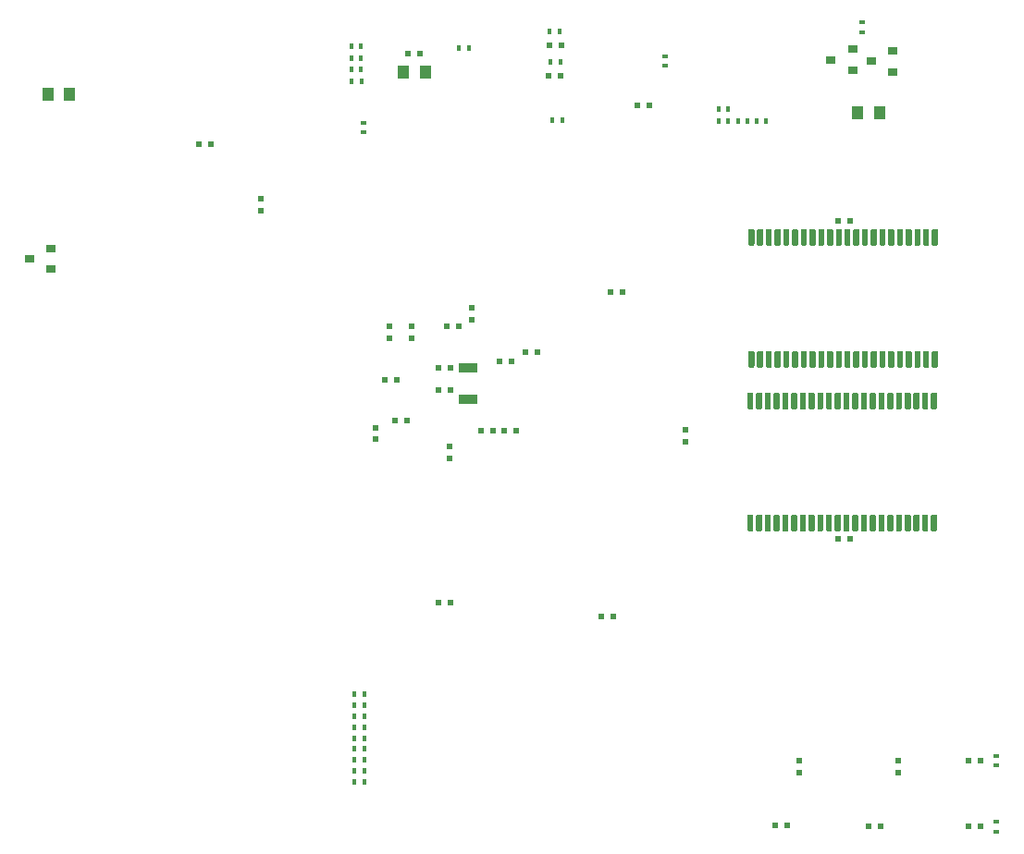
<source format=gbp>
G04 #@! TF.GenerationSoftware,KiCad,Pcbnew,(5.1.0)-1*
G04 #@! TF.CreationDate,2021-05-08T22:38:50+01:00*
G04 #@! TF.ProjectId,blit-cpu-mk3,626c6974-2d63-4707-952d-6d6b332e6b69,3.00*
G04 #@! TF.SameCoordinates,Original*
G04 #@! TF.FileFunction,Paste,Bot*
G04 #@! TF.FilePolarity,Positive*
%FSLAX46Y46*%
G04 Gerber Fmt 4.6, Leading zero omitted, Abs format (unit mm)*
G04 Created by KiCad (PCBNEW (5.1.0)-1) date 2021-05-08 22:38:50*
%MOMM*%
%LPD*%
G04 APERTURE LIST*
%ADD10R,0.600000X0.400000*%
%ADD11R,0.400000X0.600000*%
%ADD12R,0.900000X0.800000*%
%ADD13R,0.600000X0.500000*%
%ADD14C,0.100000*%
%ADD15C,0.550000*%
%ADD16R,0.500000X0.600000*%
%ADD17R,1.700000X0.900000*%
%ADD18R,1.000000X1.250000*%
G04 APERTURE END LIST*
D10*
X88730000Y-27820000D03*
X88730000Y-26920000D03*
D11*
X95350000Y-32870000D03*
X96250000Y-32870000D03*
X97040000Y-32870000D03*
X97940000Y-32870000D03*
X79300000Y-32785000D03*
X78400000Y-32785000D03*
D12*
X32500000Y-44550000D03*
X32500000Y-46450000D03*
X30500000Y-45500000D03*
D11*
X61150000Y-85400000D03*
X60250000Y-85400000D03*
X61150000Y-86400000D03*
X60250000Y-86400000D03*
X61150000Y-87400000D03*
X60250000Y-87400000D03*
X61150000Y-88400000D03*
X60250000Y-88400000D03*
X61150000Y-89400000D03*
X60250000Y-89400000D03*
X61150000Y-90400000D03*
X60250000Y-90400000D03*
X61150000Y-91400000D03*
X60250000Y-91400000D03*
X61150000Y-92400000D03*
X60250000Y-92400000D03*
X61150000Y-93400000D03*
X60250000Y-93400000D03*
D13*
X67920000Y-57550000D03*
X69020000Y-57550000D03*
X69060000Y-55460000D03*
X67960000Y-55460000D03*
D10*
X106690000Y-24740000D03*
X106690000Y-23840000D03*
D14*
G36*
X96740977Y-42750662D02*
G01*
X96754325Y-42752642D01*
X96767414Y-42755921D01*
X96780119Y-42760467D01*
X96792317Y-42766236D01*
X96803891Y-42773173D01*
X96814729Y-42781211D01*
X96824727Y-42790273D01*
X96833789Y-42800271D01*
X96841827Y-42811109D01*
X96848764Y-42822683D01*
X96854533Y-42834881D01*
X96859079Y-42847586D01*
X96862358Y-42860675D01*
X96864338Y-42874023D01*
X96865000Y-42887500D01*
X96865000Y-44137500D01*
X96864338Y-44150977D01*
X96862358Y-44164325D01*
X96859079Y-44177414D01*
X96854533Y-44190119D01*
X96848764Y-44202317D01*
X96841827Y-44213891D01*
X96833789Y-44224729D01*
X96824727Y-44234727D01*
X96814729Y-44243789D01*
X96803891Y-44251827D01*
X96792317Y-44258764D01*
X96780119Y-44264533D01*
X96767414Y-44269079D01*
X96754325Y-44272358D01*
X96740977Y-44274338D01*
X96727500Y-44275000D01*
X96452500Y-44275000D01*
X96439023Y-44274338D01*
X96425675Y-44272358D01*
X96412586Y-44269079D01*
X96399881Y-44264533D01*
X96387683Y-44258764D01*
X96376109Y-44251827D01*
X96365271Y-44243789D01*
X96355273Y-44234727D01*
X96346211Y-44224729D01*
X96338173Y-44213891D01*
X96331236Y-44202317D01*
X96325467Y-44190119D01*
X96320921Y-44177414D01*
X96317642Y-44164325D01*
X96315662Y-44150977D01*
X96315000Y-44137500D01*
X96315000Y-42887500D01*
X96315662Y-42874023D01*
X96317642Y-42860675D01*
X96320921Y-42847586D01*
X96325467Y-42834881D01*
X96331236Y-42822683D01*
X96338173Y-42811109D01*
X96346211Y-42800271D01*
X96355273Y-42790273D01*
X96365271Y-42781211D01*
X96376109Y-42773173D01*
X96387683Y-42766236D01*
X96399881Y-42760467D01*
X96412586Y-42755921D01*
X96425675Y-42752642D01*
X96439023Y-42750662D01*
X96452500Y-42750000D01*
X96727500Y-42750000D01*
X96740977Y-42750662D01*
X96740977Y-42750662D01*
G37*
D15*
X96590000Y-43512500D03*
D14*
G36*
X97540977Y-42750662D02*
G01*
X97554325Y-42752642D01*
X97567414Y-42755921D01*
X97580119Y-42760467D01*
X97592317Y-42766236D01*
X97603891Y-42773173D01*
X97614729Y-42781211D01*
X97624727Y-42790273D01*
X97633789Y-42800271D01*
X97641827Y-42811109D01*
X97648764Y-42822683D01*
X97654533Y-42834881D01*
X97659079Y-42847586D01*
X97662358Y-42860675D01*
X97664338Y-42874023D01*
X97665000Y-42887500D01*
X97665000Y-44137500D01*
X97664338Y-44150977D01*
X97662358Y-44164325D01*
X97659079Y-44177414D01*
X97654533Y-44190119D01*
X97648764Y-44202317D01*
X97641827Y-44213891D01*
X97633789Y-44224729D01*
X97624727Y-44234727D01*
X97614729Y-44243789D01*
X97603891Y-44251827D01*
X97592317Y-44258764D01*
X97580119Y-44264533D01*
X97567414Y-44269079D01*
X97554325Y-44272358D01*
X97540977Y-44274338D01*
X97527500Y-44275000D01*
X97252500Y-44275000D01*
X97239023Y-44274338D01*
X97225675Y-44272358D01*
X97212586Y-44269079D01*
X97199881Y-44264533D01*
X97187683Y-44258764D01*
X97176109Y-44251827D01*
X97165271Y-44243789D01*
X97155273Y-44234727D01*
X97146211Y-44224729D01*
X97138173Y-44213891D01*
X97131236Y-44202317D01*
X97125467Y-44190119D01*
X97120921Y-44177414D01*
X97117642Y-44164325D01*
X97115662Y-44150977D01*
X97115000Y-44137500D01*
X97115000Y-42887500D01*
X97115662Y-42874023D01*
X97117642Y-42860675D01*
X97120921Y-42847586D01*
X97125467Y-42834881D01*
X97131236Y-42822683D01*
X97138173Y-42811109D01*
X97146211Y-42800271D01*
X97155273Y-42790273D01*
X97165271Y-42781211D01*
X97176109Y-42773173D01*
X97187683Y-42766236D01*
X97199881Y-42760467D01*
X97212586Y-42755921D01*
X97225675Y-42752642D01*
X97239023Y-42750662D01*
X97252500Y-42750000D01*
X97527500Y-42750000D01*
X97540977Y-42750662D01*
X97540977Y-42750662D01*
G37*
D15*
X97390000Y-43512500D03*
D14*
G36*
X98340977Y-42750662D02*
G01*
X98354325Y-42752642D01*
X98367414Y-42755921D01*
X98380119Y-42760467D01*
X98392317Y-42766236D01*
X98403891Y-42773173D01*
X98414729Y-42781211D01*
X98424727Y-42790273D01*
X98433789Y-42800271D01*
X98441827Y-42811109D01*
X98448764Y-42822683D01*
X98454533Y-42834881D01*
X98459079Y-42847586D01*
X98462358Y-42860675D01*
X98464338Y-42874023D01*
X98465000Y-42887500D01*
X98465000Y-44137500D01*
X98464338Y-44150977D01*
X98462358Y-44164325D01*
X98459079Y-44177414D01*
X98454533Y-44190119D01*
X98448764Y-44202317D01*
X98441827Y-44213891D01*
X98433789Y-44224729D01*
X98424727Y-44234727D01*
X98414729Y-44243789D01*
X98403891Y-44251827D01*
X98392317Y-44258764D01*
X98380119Y-44264533D01*
X98367414Y-44269079D01*
X98354325Y-44272358D01*
X98340977Y-44274338D01*
X98327500Y-44275000D01*
X98052500Y-44275000D01*
X98039023Y-44274338D01*
X98025675Y-44272358D01*
X98012586Y-44269079D01*
X97999881Y-44264533D01*
X97987683Y-44258764D01*
X97976109Y-44251827D01*
X97965271Y-44243789D01*
X97955273Y-44234727D01*
X97946211Y-44224729D01*
X97938173Y-44213891D01*
X97931236Y-44202317D01*
X97925467Y-44190119D01*
X97920921Y-44177414D01*
X97917642Y-44164325D01*
X97915662Y-44150977D01*
X97915000Y-44137500D01*
X97915000Y-42887500D01*
X97915662Y-42874023D01*
X97917642Y-42860675D01*
X97920921Y-42847586D01*
X97925467Y-42834881D01*
X97931236Y-42822683D01*
X97938173Y-42811109D01*
X97946211Y-42800271D01*
X97955273Y-42790273D01*
X97965271Y-42781211D01*
X97976109Y-42773173D01*
X97987683Y-42766236D01*
X97999881Y-42760467D01*
X98012586Y-42755921D01*
X98025675Y-42752642D01*
X98039023Y-42750662D01*
X98052500Y-42750000D01*
X98327500Y-42750000D01*
X98340977Y-42750662D01*
X98340977Y-42750662D01*
G37*
D15*
X98190000Y-43512500D03*
D14*
G36*
X99140977Y-42750662D02*
G01*
X99154325Y-42752642D01*
X99167414Y-42755921D01*
X99180119Y-42760467D01*
X99192317Y-42766236D01*
X99203891Y-42773173D01*
X99214729Y-42781211D01*
X99224727Y-42790273D01*
X99233789Y-42800271D01*
X99241827Y-42811109D01*
X99248764Y-42822683D01*
X99254533Y-42834881D01*
X99259079Y-42847586D01*
X99262358Y-42860675D01*
X99264338Y-42874023D01*
X99265000Y-42887500D01*
X99265000Y-44137500D01*
X99264338Y-44150977D01*
X99262358Y-44164325D01*
X99259079Y-44177414D01*
X99254533Y-44190119D01*
X99248764Y-44202317D01*
X99241827Y-44213891D01*
X99233789Y-44224729D01*
X99224727Y-44234727D01*
X99214729Y-44243789D01*
X99203891Y-44251827D01*
X99192317Y-44258764D01*
X99180119Y-44264533D01*
X99167414Y-44269079D01*
X99154325Y-44272358D01*
X99140977Y-44274338D01*
X99127500Y-44275000D01*
X98852500Y-44275000D01*
X98839023Y-44274338D01*
X98825675Y-44272358D01*
X98812586Y-44269079D01*
X98799881Y-44264533D01*
X98787683Y-44258764D01*
X98776109Y-44251827D01*
X98765271Y-44243789D01*
X98755273Y-44234727D01*
X98746211Y-44224729D01*
X98738173Y-44213891D01*
X98731236Y-44202317D01*
X98725467Y-44190119D01*
X98720921Y-44177414D01*
X98717642Y-44164325D01*
X98715662Y-44150977D01*
X98715000Y-44137500D01*
X98715000Y-42887500D01*
X98715662Y-42874023D01*
X98717642Y-42860675D01*
X98720921Y-42847586D01*
X98725467Y-42834881D01*
X98731236Y-42822683D01*
X98738173Y-42811109D01*
X98746211Y-42800271D01*
X98755273Y-42790273D01*
X98765271Y-42781211D01*
X98776109Y-42773173D01*
X98787683Y-42766236D01*
X98799881Y-42760467D01*
X98812586Y-42755921D01*
X98825675Y-42752642D01*
X98839023Y-42750662D01*
X98852500Y-42750000D01*
X99127500Y-42750000D01*
X99140977Y-42750662D01*
X99140977Y-42750662D01*
G37*
D15*
X98990000Y-43512500D03*
D14*
G36*
X99940977Y-42750662D02*
G01*
X99954325Y-42752642D01*
X99967414Y-42755921D01*
X99980119Y-42760467D01*
X99992317Y-42766236D01*
X100003891Y-42773173D01*
X100014729Y-42781211D01*
X100024727Y-42790273D01*
X100033789Y-42800271D01*
X100041827Y-42811109D01*
X100048764Y-42822683D01*
X100054533Y-42834881D01*
X100059079Y-42847586D01*
X100062358Y-42860675D01*
X100064338Y-42874023D01*
X100065000Y-42887500D01*
X100065000Y-44137500D01*
X100064338Y-44150977D01*
X100062358Y-44164325D01*
X100059079Y-44177414D01*
X100054533Y-44190119D01*
X100048764Y-44202317D01*
X100041827Y-44213891D01*
X100033789Y-44224729D01*
X100024727Y-44234727D01*
X100014729Y-44243789D01*
X100003891Y-44251827D01*
X99992317Y-44258764D01*
X99980119Y-44264533D01*
X99967414Y-44269079D01*
X99954325Y-44272358D01*
X99940977Y-44274338D01*
X99927500Y-44275000D01*
X99652500Y-44275000D01*
X99639023Y-44274338D01*
X99625675Y-44272358D01*
X99612586Y-44269079D01*
X99599881Y-44264533D01*
X99587683Y-44258764D01*
X99576109Y-44251827D01*
X99565271Y-44243789D01*
X99555273Y-44234727D01*
X99546211Y-44224729D01*
X99538173Y-44213891D01*
X99531236Y-44202317D01*
X99525467Y-44190119D01*
X99520921Y-44177414D01*
X99517642Y-44164325D01*
X99515662Y-44150977D01*
X99515000Y-44137500D01*
X99515000Y-42887500D01*
X99515662Y-42874023D01*
X99517642Y-42860675D01*
X99520921Y-42847586D01*
X99525467Y-42834881D01*
X99531236Y-42822683D01*
X99538173Y-42811109D01*
X99546211Y-42800271D01*
X99555273Y-42790273D01*
X99565271Y-42781211D01*
X99576109Y-42773173D01*
X99587683Y-42766236D01*
X99599881Y-42760467D01*
X99612586Y-42755921D01*
X99625675Y-42752642D01*
X99639023Y-42750662D01*
X99652500Y-42750000D01*
X99927500Y-42750000D01*
X99940977Y-42750662D01*
X99940977Y-42750662D01*
G37*
D15*
X99790000Y-43512500D03*
D14*
G36*
X100740977Y-42750662D02*
G01*
X100754325Y-42752642D01*
X100767414Y-42755921D01*
X100780119Y-42760467D01*
X100792317Y-42766236D01*
X100803891Y-42773173D01*
X100814729Y-42781211D01*
X100824727Y-42790273D01*
X100833789Y-42800271D01*
X100841827Y-42811109D01*
X100848764Y-42822683D01*
X100854533Y-42834881D01*
X100859079Y-42847586D01*
X100862358Y-42860675D01*
X100864338Y-42874023D01*
X100865000Y-42887500D01*
X100865000Y-44137500D01*
X100864338Y-44150977D01*
X100862358Y-44164325D01*
X100859079Y-44177414D01*
X100854533Y-44190119D01*
X100848764Y-44202317D01*
X100841827Y-44213891D01*
X100833789Y-44224729D01*
X100824727Y-44234727D01*
X100814729Y-44243789D01*
X100803891Y-44251827D01*
X100792317Y-44258764D01*
X100780119Y-44264533D01*
X100767414Y-44269079D01*
X100754325Y-44272358D01*
X100740977Y-44274338D01*
X100727500Y-44275000D01*
X100452500Y-44275000D01*
X100439023Y-44274338D01*
X100425675Y-44272358D01*
X100412586Y-44269079D01*
X100399881Y-44264533D01*
X100387683Y-44258764D01*
X100376109Y-44251827D01*
X100365271Y-44243789D01*
X100355273Y-44234727D01*
X100346211Y-44224729D01*
X100338173Y-44213891D01*
X100331236Y-44202317D01*
X100325467Y-44190119D01*
X100320921Y-44177414D01*
X100317642Y-44164325D01*
X100315662Y-44150977D01*
X100315000Y-44137500D01*
X100315000Y-42887500D01*
X100315662Y-42874023D01*
X100317642Y-42860675D01*
X100320921Y-42847586D01*
X100325467Y-42834881D01*
X100331236Y-42822683D01*
X100338173Y-42811109D01*
X100346211Y-42800271D01*
X100355273Y-42790273D01*
X100365271Y-42781211D01*
X100376109Y-42773173D01*
X100387683Y-42766236D01*
X100399881Y-42760467D01*
X100412586Y-42755921D01*
X100425675Y-42752642D01*
X100439023Y-42750662D01*
X100452500Y-42750000D01*
X100727500Y-42750000D01*
X100740977Y-42750662D01*
X100740977Y-42750662D01*
G37*
D15*
X100590000Y-43512500D03*
D14*
G36*
X101540977Y-42750662D02*
G01*
X101554325Y-42752642D01*
X101567414Y-42755921D01*
X101580119Y-42760467D01*
X101592317Y-42766236D01*
X101603891Y-42773173D01*
X101614729Y-42781211D01*
X101624727Y-42790273D01*
X101633789Y-42800271D01*
X101641827Y-42811109D01*
X101648764Y-42822683D01*
X101654533Y-42834881D01*
X101659079Y-42847586D01*
X101662358Y-42860675D01*
X101664338Y-42874023D01*
X101665000Y-42887500D01*
X101665000Y-44137500D01*
X101664338Y-44150977D01*
X101662358Y-44164325D01*
X101659079Y-44177414D01*
X101654533Y-44190119D01*
X101648764Y-44202317D01*
X101641827Y-44213891D01*
X101633789Y-44224729D01*
X101624727Y-44234727D01*
X101614729Y-44243789D01*
X101603891Y-44251827D01*
X101592317Y-44258764D01*
X101580119Y-44264533D01*
X101567414Y-44269079D01*
X101554325Y-44272358D01*
X101540977Y-44274338D01*
X101527500Y-44275000D01*
X101252500Y-44275000D01*
X101239023Y-44274338D01*
X101225675Y-44272358D01*
X101212586Y-44269079D01*
X101199881Y-44264533D01*
X101187683Y-44258764D01*
X101176109Y-44251827D01*
X101165271Y-44243789D01*
X101155273Y-44234727D01*
X101146211Y-44224729D01*
X101138173Y-44213891D01*
X101131236Y-44202317D01*
X101125467Y-44190119D01*
X101120921Y-44177414D01*
X101117642Y-44164325D01*
X101115662Y-44150977D01*
X101115000Y-44137500D01*
X101115000Y-42887500D01*
X101115662Y-42874023D01*
X101117642Y-42860675D01*
X101120921Y-42847586D01*
X101125467Y-42834881D01*
X101131236Y-42822683D01*
X101138173Y-42811109D01*
X101146211Y-42800271D01*
X101155273Y-42790273D01*
X101165271Y-42781211D01*
X101176109Y-42773173D01*
X101187683Y-42766236D01*
X101199881Y-42760467D01*
X101212586Y-42755921D01*
X101225675Y-42752642D01*
X101239023Y-42750662D01*
X101252500Y-42750000D01*
X101527500Y-42750000D01*
X101540977Y-42750662D01*
X101540977Y-42750662D01*
G37*
D15*
X101390000Y-43512500D03*
D14*
G36*
X102340977Y-42750662D02*
G01*
X102354325Y-42752642D01*
X102367414Y-42755921D01*
X102380119Y-42760467D01*
X102392317Y-42766236D01*
X102403891Y-42773173D01*
X102414729Y-42781211D01*
X102424727Y-42790273D01*
X102433789Y-42800271D01*
X102441827Y-42811109D01*
X102448764Y-42822683D01*
X102454533Y-42834881D01*
X102459079Y-42847586D01*
X102462358Y-42860675D01*
X102464338Y-42874023D01*
X102465000Y-42887500D01*
X102465000Y-44137500D01*
X102464338Y-44150977D01*
X102462358Y-44164325D01*
X102459079Y-44177414D01*
X102454533Y-44190119D01*
X102448764Y-44202317D01*
X102441827Y-44213891D01*
X102433789Y-44224729D01*
X102424727Y-44234727D01*
X102414729Y-44243789D01*
X102403891Y-44251827D01*
X102392317Y-44258764D01*
X102380119Y-44264533D01*
X102367414Y-44269079D01*
X102354325Y-44272358D01*
X102340977Y-44274338D01*
X102327500Y-44275000D01*
X102052500Y-44275000D01*
X102039023Y-44274338D01*
X102025675Y-44272358D01*
X102012586Y-44269079D01*
X101999881Y-44264533D01*
X101987683Y-44258764D01*
X101976109Y-44251827D01*
X101965271Y-44243789D01*
X101955273Y-44234727D01*
X101946211Y-44224729D01*
X101938173Y-44213891D01*
X101931236Y-44202317D01*
X101925467Y-44190119D01*
X101920921Y-44177414D01*
X101917642Y-44164325D01*
X101915662Y-44150977D01*
X101915000Y-44137500D01*
X101915000Y-42887500D01*
X101915662Y-42874023D01*
X101917642Y-42860675D01*
X101920921Y-42847586D01*
X101925467Y-42834881D01*
X101931236Y-42822683D01*
X101938173Y-42811109D01*
X101946211Y-42800271D01*
X101955273Y-42790273D01*
X101965271Y-42781211D01*
X101976109Y-42773173D01*
X101987683Y-42766236D01*
X101999881Y-42760467D01*
X102012586Y-42755921D01*
X102025675Y-42752642D01*
X102039023Y-42750662D01*
X102052500Y-42750000D01*
X102327500Y-42750000D01*
X102340977Y-42750662D01*
X102340977Y-42750662D01*
G37*
D15*
X102190000Y-43512500D03*
D14*
G36*
X103140977Y-42750662D02*
G01*
X103154325Y-42752642D01*
X103167414Y-42755921D01*
X103180119Y-42760467D01*
X103192317Y-42766236D01*
X103203891Y-42773173D01*
X103214729Y-42781211D01*
X103224727Y-42790273D01*
X103233789Y-42800271D01*
X103241827Y-42811109D01*
X103248764Y-42822683D01*
X103254533Y-42834881D01*
X103259079Y-42847586D01*
X103262358Y-42860675D01*
X103264338Y-42874023D01*
X103265000Y-42887500D01*
X103265000Y-44137500D01*
X103264338Y-44150977D01*
X103262358Y-44164325D01*
X103259079Y-44177414D01*
X103254533Y-44190119D01*
X103248764Y-44202317D01*
X103241827Y-44213891D01*
X103233789Y-44224729D01*
X103224727Y-44234727D01*
X103214729Y-44243789D01*
X103203891Y-44251827D01*
X103192317Y-44258764D01*
X103180119Y-44264533D01*
X103167414Y-44269079D01*
X103154325Y-44272358D01*
X103140977Y-44274338D01*
X103127500Y-44275000D01*
X102852500Y-44275000D01*
X102839023Y-44274338D01*
X102825675Y-44272358D01*
X102812586Y-44269079D01*
X102799881Y-44264533D01*
X102787683Y-44258764D01*
X102776109Y-44251827D01*
X102765271Y-44243789D01*
X102755273Y-44234727D01*
X102746211Y-44224729D01*
X102738173Y-44213891D01*
X102731236Y-44202317D01*
X102725467Y-44190119D01*
X102720921Y-44177414D01*
X102717642Y-44164325D01*
X102715662Y-44150977D01*
X102715000Y-44137500D01*
X102715000Y-42887500D01*
X102715662Y-42874023D01*
X102717642Y-42860675D01*
X102720921Y-42847586D01*
X102725467Y-42834881D01*
X102731236Y-42822683D01*
X102738173Y-42811109D01*
X102746211Y-42800271D01*
X102755273Y-42790273D01*
X102765271Y-42781211D01*
X102776109Y-42773173D01*
X102787683Y-42766236D01*
X102799881Y-42760467D01*
X102812586Y-42755921D01*
X102825675Y-42752642D01*
X102839023Y-42750662D01*
X102852500Y-42750000D01*
X103127500Y-42750000D01*
X103140977Y-42750662D01*
X103140977Y-42750662D01*
G37*
D15*
X102990000Y-43512500D03*
D14*
G36*
X103940977Y-42750662D02*
G01*
X103954325Y-42752642D01*
X103967414Y-42755921D01*
X103980119Y-42760467D01*
X103992317Y-42766236D01*
X104003891Y-42773173D01*
X104014729Y-42781211D01*
X104024727Y-42790273D01*
X104033789Y-42800271D01*
X104041827Y-42811109D01*
X104048764Y-42822683D01*
X104054533Y-42834881D01*
X104059079Y-42847586D01*
X104062358Y-42860675D01*
X104064338Y-42874023D01*
X104065000Y-42887500D01*
X104065000Y-44137500D01*
X104064338Y-44150977D01*
X104062358Y-44164325D01*
X104059079Y-44177414D01*
X104054533Y-44190119D01*
X104048764Y-44202317D01*
X104041827Y-44213891D01*
X104033789Y-44224729D01*
X104024727Y-44234727D01*
X104014729Y-44243789D01*
X104003891Y-44251827D01*
X103992317Y-44258764D01*
X103980119Y-44264533D01*
X103967414Y-44269079D01*
X103954325Y-44272358D01*
X103940977Y-44274338D01*
X103927500Y-44275000D01*
X103652500Y-44275000D01*
X103639023Y-44274338D01*
X103625675Y-44272358D01*
X103612586Y-44269079D01*
X103599881Y-44264533D01*
X103587683Y-44258764D01*
X103576109Y-44251827D01*
X103565271Y-44243789D01*
X103555273Y-44234727D01*
X103546211Y-44224729D01*
X103538173Y-44213891D01*
X103531236Y-44202317D01*
X103525467Y-44190119D01*
X103520921Y-44177414D01*
X103517642Y-44164325D01*
X103515662Y-44150977D01*
X103515000Y-44137500D01*
X103515000Y-42887500D01*
X103515662Y-42874023D01*
X103517642Y-42860675D01*
X103520921Y-42847586D01*
X103525467Y-42834881D01*
X103531236Y-42822683D01*
X103538173Y-42811109D01*
X103546211Y-42800271D01*
X103555273Y-42790273D01*
X103565271Y-42781211D01*
X103576109Y-42773173D01*
X103587683Y-42766236D01*
X103599881Y-42760467D01*
X103612586Y-42755921D01*
X103625675Y-42752642D01*
X103639023Y-42750662D01*
X103652500Y-42750000D01*
X103927500Y-42750000D01*
X103940977Y-42750662D01*
X103940977Y-42750662D01*
G37*
D15*
X103790000Y-43512500D03*
D14*
G36*
X104740977Y-42750662D02*
G01*
X104754325Y-42752642D01*
X104767414Y-42755921D01*
X104780119Y-42760467D01*
X104792317Y-42766236D01*
X104803891Y-42773173D01*
X104814729Y-42781211D01*
X104824727Y-42790273D01*
X104833789Y-42800271D01*
X104841827Y-42811109D01*
X104848764Y-42822683D01*
X104854533Y-42834881D01*
X104859079Y-42847586D01*
X104862358Y-42860675D01*
X104864338Y-42874023D01*
X104865000Y-42887500D01*
X104865000Y-44137500D01*
X104864338Y-44150977D01*
X104862358Y-44164325D01*
X104859079Y-44177414D01*
X104854533Y-44190119D01*
X104848764Y-44202317D01*
X104841827Y-44213891D01*
X104833789Y-44224729D01*
X104824727Y-44234727D01*
X104814729Y-44243789D01*
X104803891Y-44251827D01*
X104792317Y-44258764D01*
X104780119Y-44264533D01*
X104767414Y-44269079D01*
X104754325Y-44272358D01*
X104740977Y-44274338D01*
X104727500Y-44275000D01*
X104452500Y-44275000D01*
X104439023Y-44274338D01*
X104425675Y-44272358D01*
X104412586Y-44269079D01*
X104399881Y-44264533D01*
X104387683Y-44258764D01*
X104376109Y-44251827D01*
X104365271Y-44243789D01*
X104355273Y-44234727D01*
X104346211Y-44224729D01*
X104338173Y-44213891D01*
X104331236Y-44202317D01*
X104325467Y-44190119D01*
X104320921Y-44177414D01*
X104317642Y-44164325D01*
X104315662Y-44150977D01*
X104315000Y-44137500D01*
X104315000Y-42887500D01*
X104315662Y-42874023D01*
X104317642Y-42860675D01*
X104320921Y-42847586D01*
X104325467Y-42834881D01*
X104331236Y-42822683D01*
X104338173Y-42811109D01*
X104346211Y-42800271D01*
X104355273Y-42790273D01*
X104365271Y-42781211D01*
X104376109Y-42773173D01*
X104387683Y-42766236D01*
X104399881Y-42760467D01*
X104412586Y-42755921D01*
X104425675Y-42752642D01*
X104439023Y-42750662D01*
X104452500Y-42750000D01*
X104727500Y-42750000D01*
X104740977Y-42750662D01*
X104740977Y-42750662D01*
G37*
D15*
X104590000Y-43512500D03*
D14*
G36*
X105540977Y-42750662D02*
G01*
X105554325Y-42752642D01*
X105567414Y-42755921D01*
X105580119Y-42760467D01*
X105592317Y-42766236D01*
X105603891Y-42773173D01*
X105614729Y-42781211D01*
X105624727Y-42790273D01*
X105633789Y-42800271D01*
X105641827Y-42811109D01*
X105648764Y-42822683D01*
X105654533Y-42834881D01*
X105659079Y-42847586D01*
X105662358Y-42860675D01*
X105664338Y-42874023D01*
X105665000Y-42887500D01*
X105665000Y-44137500D01*
X105664338Y-44150977D01*
X105662358Y-44164325D01*
X105659079Y-44177414D01*
X105654533Y-44190119D01*
X105648764Y-44202317D01*
X105641827Y-44213891D01*
X105633789Y-44224729D01*
X105624727Y-44234727D01*
X105614729Y-44243789D01*
X105603891Y-44251827D01*
X105592317Y-44258764D01*
X105580119Y-44264533D01*
X105567414Y-44269079D01*
X105554325Y-44272358D01*
X105540977Y-44274338D01*
X105527500Y-44275000D01*
X105252500Y-44275000D01*
X105239023Y-44274338D01*
X105225675Y-44272358D01*
X105212586Y-44269079D01*
X105199881Y-44264533D01*
X105187683Y-44258764D01*
X105176109Y-44251827D01*
X105165271Y-44243789D01*
X105155273Y-44234727D01*
X105146211Y-44224729D01*
X105138173Y-44213891D01*
X105131236Y-44202317D01*
X105125467Y-44190119D01*
X105120921Y-44177414D01*
X105117642Y-44164325D01*
X105115662Y-44150977D01*
X105115000Y-44137500D01*
X105115000Y-42887500D01*
X105115662Y-42874023D01*
X105117642Y-42860675D01*
X105120921Y-42847586D01*
X105125467Y-42834881D01*
X105131236Y-42822683D01*
X105138173Y-42811109D01*
X105146211Y-42800271D01*
X105155273Y-42790273D01*
X105165271Y-42781211D01*
X105176109Y-42773173D01*
X105187683Y-42766236D01*
X105199881Y-42760467D01*
X105212586Y-42755921D01*
X105225675Y-42752642D01*
X105239023Y-42750662D01*
X105252500Y-42750000D01*
X105527500Y-42750000D01*
X105540977Y-42750662D01*
X105540977Y-42750662D01*
G37*
D15*
X105390000Y-43512500D03*
D14*
G36*
X106340977Y-42750662D02*
G01*
X106354325Y-42752642D01*
X106367414Y-42755921D01*
X106380119Y-42760467D01*
X106392317Y-42766236D01*
X106403891Y-42773173D01*
X106414729Y-42781211D01*
X106424727Y-42790273D01*
X106433789Y-42800271D01*
X106441827Y-42811109D01*
X106448764Y-42822683D01*
X106454533Y-42834881D01*
X106459079Y-42847586D01*
X106462358Y-42860675D01*
X106464338Y-42874023D01*
X106465000Y-42887500D01*
X106465000Y-44137500D01*
X106464338Y-44150977D01*
X106462358Y-44164325D01*
X106459079Y-44177414D01*
X106454533Y-44190119D01*
X106448764Y-44202317D01*
X106441827Y-44213891D01*
X106433789Y-44224729D01*
X106424727Y-44234727D01*
X106414729Y-44243789D01*
X106403891Y-44251827D01*
X106392317Y-44258764D01*
X106380119Y-44264533D01*
X106367414Y-44269079D01*
X106354325Y-44272358D01*
X106340977Y-44274338D01*
X106327500Y-44275000D01*
X106052500Y-44275000D01*
X106039023Y-44274338D01*
X106025675Y-44272358D01*
X106012586Y-44269079D01*
X105999881Y-44264533D01*
X105987683Y-44258764D01*
X105976109Y-44251827D01*
X105965271Y-44243789D01*
X105955273Y-44234727D01*
X105946211Y-44224729D01*
X105938173Y-44213891D01*
X105931236Y-44202317D01*
X105925467Y-44190119D01*
X105920921Y-44177414D01*
X105917642Y-44164325D01*
X105915662Y-44150977D01*
X105915000Y-44137500D01*
X105915000Y-42887500D01*
X105915662Y-42874023D01*
X105917642Y-42860675D01*
X105920921Y-42847586D01*
X105925467Y-42834881D01*
X105931236Y-42822683D01*
X105938173Y-42811109D01*
X105946211Y-42800271D01*
X105955273Y-42790273D01*
X105965271Y-42781211D01*
X105976109Y-42773173D01*
X105987683Y-42766236D01*
X105999881Y-42760467D01*
X106012586Y-42755921D01*
X106025675Y-42752642D01*
X106039023Y-42750662D01*
X106052500Y-42750000D01*
X106327500Y-42750000D01*
X106340977Y-42750662D01*
X106340977Y-42750662D01*
G37*
D15*
X106190000Y-43512500D03*
D14*
G36*
X107140977Y-42750662D02*
G01*
X107154325Y-42752642D01*
X107167414Y-42755921D01*
X107180119Y-42760467D01*
X107192317Y-42766236D01*
X107203891Y-42773173D01*
X107214729Y-42781211D01*
X107224727Y-42790273D01*
X107233789Y-42800271D01*
X107241827Y-42811109D01*
X107248764Y-42822683D01*
X107254533Y-42834881D01*
X107259079Y-42847586D01*
X107262358Y-42860675D01*
X107264338Y-42874023D01*
X107265000Y-42887500D01*
X107265000Y-44137500D01*
X107264338Y-44150977D01*
X107262358Y-44164325D01*
X107259079Y-44177414D01*
X107254533Y-44190119D01*
X107248764Y-44202317D01*
X107241827Y-44213891D01*
X107233789Y-44224729D01*
X107224727Y-44234727D01*
X107214729Y-44243789D01*
X107203891Y-44251827D01*
X107192317Y-44258764D01*
X107180119Y-44264533D01*
X107167414Y-44269079D01*
X107154325Y-44272358D01*
X107140977Y-44274338D01*
X107127500Y-44275000D01*
X106852500Y-44275000D01*
X106839023Y-44274338D01*
X106825675Y-44272358D01*
X106812586Y-44269079D01*
X106799881Y-44264533D01*
X106787683Y-44258764D01*
X106776109Y-44251827D01*
X106765271Y-44243789D01*
X106755273Y-44234727D01*
X106746211Y-44224729D01*
X106738173Y-44213891D01*
X106731236Y-44202317D01*
X106725467Y-44190119D01*
X106720921Y-44177414D01*
X106717642Y-44164325D01*
X106715662Y-44150977D01*
X106715000Y-44137500D01*
X106715000Y-42887500D01*
X106715662Y-42874023D01*
X106717642Y-42860675D01*
X106720921Y-42847586D01*
X106725467Y-42834881D01*
X106731236Y-42822683D01*
X106738173Y-42811109D01*
X106746211Y-42800271D01*
X106755273Y-42790273D01*
X106765271Y-42781211D01*
X106776109Y-42773173D01*
X106787683Y-42766236D01*
X106799881Y-42760467D01*
X106812586Y-42755921D01*
X106825675Y-42752642D01*
X106839023Y-42750662D01*
X106852500Y-42750000D01*
X107127500Y-42750000D01*
X107140977Y-42750662D01*
X107140977Y-42750662D01*
G37*
D15*
X106990000Y-43512500D03*
D14*
G36*
X107940977Y-42750662D02*
G01*
X107954325Y-42752642D01*
X107967414Y-42755921D01*
X107980119Y-42760467D01*
X107992317Y-42766236D01*
X108003891Y-42773173D01*
X108014729Y-42781211D01*
X108024727Y-42790273D01*
X108033789Y-42800271D01*
X108041827Y-42811109D01*
X108048764Y-42822683D01*
X108054533Y-42834881D01*
X108059079Y-42847586D01*
X108062358Y-42860675D01*
X108064338Y-42874023D01*
X108065000Y-42887500D01*
X108065000Y-44137500D01*
X108064338Y-44150977D01*
X108062358Y-44164325D01*
X108059079Y-44177414D01*
X108054533Y-44190119D01*
X108048764Y-44202317D01*
X108041827Y-44213891D01*
X108033789Y-44224729D01*
X108024727Y-44234727D01*
X108014729Y-44243789D01*
X108003891Y-44251827D01*
X107992317Y-44258764D01*
X107980119Y-44264533D01*
X107967414Y-44269079D01*
X107954325Y-44272358D01*
X107940977Y-44274338D01*
X107927500Y-44275000D01*
X107652500Y-44275000D01*
X107639023Y-44274338D01*
X107625675Y-44272358D01*
X107612586Y-44269079D01*
X107599881Y-44264533D01*
X107587683Y-44258764D01*
X107576109Y-44251827D01*
X107565271Y-44243789D01*
X107555273Y-44234727D01*
X107546211Y-44224729D01*
X107538173Y-44213891D01*
X107531236Y-44202317D01*
X107525467Y-44190119D01*
X107520921Y-44177414D01*
X107517642Y-44164325D01*
X107515662Y-44150977D01*
X107515000Y-44137500D01*
X107515000Y-42887500D01*
X107515662Y-42874023D01*
X107517642Y-42860675D01*
X107520921Y-42847586D01*
X107525467Y-42834881D01*
X107531236Y-42822683D01*
X107538173Y-42811109D01*
X107546211Y-42800271D01*
X107555273Y-42790273D01*
X107565271Y-42781211D01*
X107576109Y-42773173D01*
X107587683Y-42766236D01*
X107599881Y-42760467D01*
X107612586Y-42755921D01*
X107625675Y-42752642D01*
X107639023Y-42750662D01*
X107652500Y-42750000D01*
X107927500Y-42750000D01*
X107940977Y-42750662D01*
X107940977Y-42750662D01*
G37*
D15*
X107790000Y-43512500D03*
D14*
G36*
X108740977Y-42750662D02*
G01*
X108754325Y-42752642D01*
X108767414Y-42755921D01*
X108780119Y-42760467D01*
X108792317Y-42766236D01*
X108803891Y-42773173D01*
X108814729Y-42781211D01*
X108824727Y-42790273D01*
X108833789Y-42800271D01*
X108841827Y-42811109D01*
X108848764Y-42822683D01*
X108854533Y-42834881D01*
X108859079Y-42847586D01*
X108862358Y-42860675D01*
X108864338Y-42874023D01*
X108865000Y-42887500D01*
X108865000Y-44137500D01*
X108864338Y-44150977D01*
X108862358Y-44164325D01*
X108859079Y-44177414D01*
X108854533Y-44190119D01*
X108848764Y-44202317D01*
X108841827Y-44213891D01*
X108833789Y-44224729D01*
X108824727Y-44234727D01*
X108814729Y-44243789D01*
X108803891Y-44251827D01*
X108792317Y-44258764D01*
X108780119Y-44264533D01*
X108767414Y-44269079D01*
X108754325Y-44272358D01*
X108740977Y-44274338D01*
X108727500Y-44275000D01*
X108452500Y-44275000D01*
X108439023Y-44274338D01*
X108425675Y-44272358D01*
X108412586Y-44269079D01*
X108399881Y-44264533D01*
X108387683Y-44258764D01*
X108376109Y-44251827D01*
X108365271Y-44243789D01*
X108355273Y-44234727D01*
X108346211Y-44224729D01*
X108338173Y-44213891D01*
X108331236Y-44202317D01*
X108325467Y-44190119D01*
X108320921Y-44177414D01*
X108317642Y-44164325D01*
X108315662Y-44150977D01*
X108315000Y-44137500D01*
X108315000Y-42887500D01*
X108315662Y-42874023D01*
X108317642Y-42860675D01*
X108320921Y-42847586D01*
X108325467Y-42834881D01*
X108331236Y-42822683D01*
X108338173Y-42811109D01*
X108346211Y-42800271D01*
X108355273Y-42790273D01*
X108365271Y-42781211D01*
X108376109Y-42773173D01*
X108387683Y-42766236D01*
X108399881Y-42760467D01*
X108412586Y-42755921D01*
X108425675Y-42752642D01*
X108439023Y-42750662D01*
X108452500Y-42750000D01*
X108727500Y-42750000D01*
X108740977Y-42750662D01*
X108740977Y-42750662D01*
G37*
D15*
X108590000Y-43512500D03*
D14*
G36*
X109540977Y-42750662D02*
G01*
X109554325Y-42752642D01*
X109567414Y-42755921D01*
X109580119Y-42760467D01*
X109592317Y-42766236D01*
X109603891Y-42773173D01*
X109614729Y-42781211D01*
X109624727Y-42790273D01*
X109633789Y-42800271D01*
X109641827Y-42811109D01*
X109648764Y-42822683D01*
X109654533Y-42834881D01*
X109659079Y-42847586D01*
X109662358Y-42860675D01*
X109664338Y-42874023D01*
X109665000Y-42887500D01*
X109665000Y-44137500D01*
X109664338Y-44150977D01*
X109662358Y-44164325D01*
X109659079Y-44177414D01*
X109654533Y-44190119D01*
X109648764Y-44202317D01*
X109641827Y-44213891D01*
X109633789Y-44224729D01*
X109624727Y-44234727D01*
X109614729Y-44243789D01*
X109603891Y-44251827D01*
X109592317Y-44258764D01*
X109580119Y-44264533D01*
X109567414Y-44269079D01*
X109554325Y-44272358D01*
X109540977Y-44274338D01*
X109527500Y-44275000D01*
X109252500Y-44275000D01*
X109239023Y-44274338D01*
X109225675Y-44272358D01*
X109212586Y-44269079D01*
X109199881Y-44264533D01*
X109187683Y-44258764D01*
X109176109Y-44251827D01*
X109165271Y-44243789D01*
X109155273Y-44234727D01*
X109146211Y-44224729D01*
X109138173Y-44213891D01*
X109131236Y-44202317D01*
X109125467Y-44190119D01*
X109120921Y-44177414D01*
X109117642Y-44164325D01*
X109115662Y-44150977D01*
X109115000Y-44137500D01*
X109115000Y-42887500D01*
X109115662Y-42874023D01*
X109117642Y-42860675D01*
X109120921Y-42847586D01*
X109125467Y-42834881D01*
X109131236Y-42822683D01*
X109138173Y-42811109D01*
X109146211Y-42800271D01*
X109155273Y-42790273D01*
X109165271Y-42781211D01*
X109176109Y-42773173D01*
X109187683Y-42766236D01*
X109199881Y-42760467D01*
X109212586Y-42755921D01*
X109225675Y-42752642D01*
X109239023Y-42750662D01*
X109252500Y-42750000D01*
X109527500Y-42750000D01*
X109540977Y-42750662D01*
X109540977Y-42750662D01*
G37*
D15*
X109390000Y-43512500D03*
D14*
G36*
X110340977Y-42750662D02*
G01*
X110354325Y-42752642D01*
X110367414Y-42755921D01*
X110380119Y-42760467D01*
X110392317Y-42766236D01*
X110403891Y-42773173D01*
X110414729Y-42781211D01*
X110424727Y-42790273D01*
X110433789Y-42800271D01*
X110441827Y-42811109D01*
X110448764Y-42822683D01*
X110454533Y-42834881D01*
X110459079Y-42847586D01*
X110462358Y-42860675D01*
X110464338Y-42874023D01*
X110465000Y-42887500D01*
X110465000Y-44137500D01*
X110464338Y-44150977D01*
X110462358Y-44164325D01*
X110459079Y-44177414D01*
X110454533Y-44190119D01*
X110448764Y-44202317D01*
X110441827Y-44213891D01*
X110433789Y-44224729D01*
X110424727Y-44234727D01*
X110414729Y-44243789D01*
X110403891Y-44251827D01*
X110392317Y-44258764D01*
X110380119Y-44264533D01*
X110367414Y-44269079D01*
X110354325Y-44272358D01*
X110340977Y-44274338D01*
X110327500Y-44275000D01*
X110052500Y-44275000D01*
X110039023Y-44274338D01*
X110025675Y-44272358D01*
X110012586Y-44269079D01*
X109999881Y-44264533D01*
X109987683Y-44258764D01*
X109976109Y-44251827D01*
X109965271Y-44243789D01*
X109955273Y-44234727D01*
X109946211Y-44224729D01*
X109938173Y-44213891D01*
X109931236Y-44202317D01*
X109925467Y-44190119D01*
X109920921Y-44177414D01*
X109917642Y-44164325D01*
X109915662Y-44150977D01*
X109915000Y-44137500D01*
X109915000Y-42887500D01*
X109915662Y-42874023D01*
X109917642Y-42860675D01*
X109920921Y-42847586D01*
X109925467Y-42834881D01*
X109931236Y-42822683D01*
X109938173Y-42811109D01*
X109946211Y-42800271D01*
X109955273Y-42790273D01*
X109965271Y-42781211D01*
X109976109Y-42773173D01*
X109987683Y-42766236D01*
X109999881Y-42760467D01*
X110012586Y-42755921D01*
X110025675Y-42752642D01*
X110039023Y-42750662D01*
X110052500Y-42750000D01*
X110327500Y-42750000D01*
X110340977Y-42750662D01*
X110340977Y-42750662D01*
G37*
D15*
X110190000Y-43512500D03*
D14*
G36*
X111140977Y-42750662D02*
G01*
X111154325Y-42752642D01*
X111167414Y-42755921D01*
X111180119Y-42760467D01*
X111192317Y-42766236D01*
X111203891Y-42773173D01*
X111214729Y-42781211D01*
X111224727Y-42790273D01*
X111233789Y-42800271D01*
X111241827Y-42811109D01*
X111248764Y-42822683D01*
X111254533Y-42834881D01*
X111259079Y-42847586D01*
X111262358Y-42860675D01*
X111264338Y-42874023D01*
X111265000Y-42887500D01*
X111265000Y-44137500D01*
X111264338Y-44150977D01*
X111262358Y-44164325D01*
X111259079Y-44177414D01*
X111254533Y-44190119D01*
X111248764Y-44202317D01*
X111241827Y-44213891D01*
X111233789Y-44224729D01*
X111224727Y-44234727D01*
X111214729Y-44243789D01*
X111203891Y-44251827D01*
X111192317Y-44258764D01*
X111180119Y-44264533D01*
X111167414Y-44269079D01*
X111154325Y-44272358D01*
X111140977Y-44274338D01*
X111127500Y-44275000D01*
X110852500Y-44275000D01*
X110839023Y-44274338D01*
X110825675Y-44272358D01*
X110812586Y-44269079D01*
X110799881Y-44264533D01*
X110787683Y-44258764D01*
X110776109Y-44251827D01*
X110765271Y-44243789D01*
X110755273Y-44234727D01*
X110746211Y-44224729D01*
X110738173Y-44213891D01*
X110731236Y-44202317D01*
X110725467Y-44190119D01*
X110720921Y-44177414D01*
X110717642Y-44164325D01*
X110715662Y-44150977D01*
X110715000Y-44137500D01*
X110715000Y-42887500D01*
X110715662Y-42874023D01*
X110717642Y-42860675D01*
X110720921Y-42847586D01*
X110725467Y-42834881D01*
X110731236Y-42822683D01*
X110738173Y-42811109D01*
X110746211Y-42800271D01*
X110755273Y-42790273D01*
X110765271Y-42781211D01*
X110776109Y-42773173D01*
X110787683Y-42766236D01*
X110799881Y-42760467D01*
X110812586Y-42755921D01*
X110825675Y-42752642D01*
X110839023Y-42750662D01*
X110852500Y-42750000D01*
X111127500Y-42750000D01*
X111140977Y-42750662D01*
X111140977Y-42750662D01*
G37*
D15*
X110990000Y-43512500D03*
D14*
G36*
X111940977Y-42750662D02*
G01*
X111954325Y-42752642D01*
X111967414Y-42755921D01*
X111980119Y-42760467D01*
X111992317Y-42766236D01*
X112003891Y-42773173D01*
X112014729Y-42781211D01*
X112024727Y-42790273D01*
X112033789Y-42800271D01*
X112041827Y-42811109D01*
X112048764Y-42822683D01*
X112054533Y-42834881D01*
X112059079Y-42847586D01*
X112062358Y-42860675D01*
X112064338Y-42874023D01*
X112065000Y-42887500D01*
X112065000Y-44137500D01*
X112064338Y-44150977D01*
X112062358Y-44164325D01*
X112059079Y-44177414D01*
X112054533Y-44190119D01*
X112048764Y-44202317D01*
X112041827Y-44213891D01*
X112033789Y-44224729D01*
X112024727Y-44234727D01*
X112014729Y-44243789D01*
X112003891Y-44251827D01*
X111992317Y-44258764D01*
X111980119Y-44264533D01*
X111967414Y-44269079D01*
X111954325Y-44272358D01*
X111940977Y-44274338D01*
X111927500Y-44275000D01*
X111652500Y-44275000D01*
X111639023Y-44274338D01*
X111625675Y-44272358D01*
X111612586Y-44269079D01*
X111599881Y-44264533D01*
X111587683Y-44258764D01*
X111576109Y-44251827D01*
X111565271Y-44243789D01*
X111555273Y-44234727D01*
X111546211Y-44224729D01*
X111538173Y-44213891D01*
X111531236Y-44202317D01*
X111525467Y-44190119D01*
X111520921Y-44177414D01*
X111517642Y-44164325D01*
X111515662Y-44150977D01*
X111515000Y-44137500D01*
X111515000Y-42887500D01*
X111515662Y-42874023D01*
X111517642Y-42860675D01*
X111520921Y-42847586D01*
X111525467Y-42834881D01*
X111531236Y-42822683D01*
X111538173Y-42811109D01*
X111546211Y-42800271D01*
X111555273Y-42790273D01*
X111565271Y-42781211D01*
X111576109Y-42773173D01*
X111587683Y-42766236D01*
X111599881Y-42760467D01*
X111612586Y-42755921D01*
X111625675Y-42752642D01*
X111639023Y-42750662D01*
X111652500Y-42750000D01*
X111927500Y-42750000D01*
X111940977Y-42750662D01*
X111940977Y-42750662D01*
G37*
D15*
X111790000Y-43512500D03*
D14*
G36*
X112740977Y-42750662D02*
G01*
X112754325Y-42752642D01*
X112767414Y-42755921D01*
X112780119Y-42760467D01*
X112792317Y-42766236D01*
X112803891Y-42773173D01*
X112814729Y-42781211D01*
X112824727Y-42790273D01*
X112833789Y-42800271D01*
X112841827Y-42811109D01*
X112848764Y-42822683D01*
X112854533Y-42834881D01*
X112859079Y-42847586D01*
X112862358Y-42860675D01*
X112864338Y-42874023D01*
X112865000Y-42887500D01*
X112865000Y-44137500D01*
X112864338Y-44150977D01*
X112862358Y-44164325D01*
X112859079Y-44177414D01*
X112854533Y-44190119D01*
X112848764Y-44202317D01*
X112841827Y-44213891D01*
X112833789Y-44224729D01*
X112824727Y-44234727D01*
X112814729Y-44243789D01*
X112803891Y-44251827D01*
X112792317Y-44258764D01*
X112780119Y-44264533D01*
X112767414Y-44269079D01*
X112754325Y-44272358D01*
X112740977Y-44274338D01*
X112727500Y-44275000D01*
X112452500Y-44275000D01*
X112439023Y-44274338D01*
X112425675Y-44272358D01*
X112412586Y-44269079D01*
X112399881Y-44264533D01*
X112387683Y-44258764D01*
X112376109Y-44251827D01*
X112365271Y-44243789D01*
X112355273Y-44234727D01*
X112346211Y-44224729D01*
X112338173Y-44213891D01*
X112331236Y-44202317D01*
X112325467Y-44190119D01*
X112320921Y-44177414D01*
X112317642Y-44164325D01*
X112315662Y-44150977D01*
X112315000Y-44137500D01*
X112315000Y-42887500D01*
X112315662Y-42874023D01*
X112317642Y-42860675D01*
X112320921Y-42847586D01*
X112325467Y-42834881D01*
X112331236Y-42822683D01*
X112338173Y-42811109D01*
X112346211Y-42800271D01*
X112355273Y-42790273D01*
X112365271Y-42781211D01*
X112376109Y-42773173D01*
X112387683Y-42766236D01*
X112399881Y-42760467D01*
X112412586Y-42755921D01*
X112425675Y-42752642D01*
X112439023Y-42750662D01*
X112452500Y-42750000D01*
X112727500Y-42750000D01*
X112740977Y-42750662D01*
X112740977Y-42750662D01*
G37*
D15*
X112590000Y-43512500D03*
D14*
G36*
X113540977Y-42750662D02*
G01*
X113554325Y-42752642D01*
X113567414Y-42755921D01*
X113580119Y-42760467D01*
X113592317Y-42766236D01*
X113603891Y-42773173D01*
X113614729Y-42781211D01*
X113624727Y-42790273D01*
X113633789Y-42800271D01*
X113641827Y-42811109D01*
X113648764Y-42822683D01*
X113654533Y-42834881D01*
X113659079Y-42847586D01*
X113662358Y-42860675D01*
X113664338Y-42874023D01*
X113665000Y-42887500D01*
X113665000Y-44137500D01*
X113664338Y-44150977D01*
X113662358Y-44164325D01*
X113659079Y-44177414D01*
X113654533Y-44190119D01*
X113648764Y-44202317D01*
X113641827Y-44213891D01*
X113633789Y-44224729D01*
X113624727Y-44234727D01*
X113614729Y-44243789D01*
X113603891Y-44251827D01*
X113592317Y-44258764D01*
X113580119Y-44264533D01*
X113567414Y-44269079D01*
X113554325Y-44272358D01*
X113540977Y-44274338D01*
X113527500Y-44275000D01*
X113252500Y-44275000D01*
X113239023Y-44274338D01*
X113225675Y-44272358D01*
X113212586Y-44269079D01*
X113199881Y-44264533D01*
X113187683Y-44258764D01*
X113176109Y-44251827D01*
X113165271Y-44243789D01*
X113155273Y-44234727D01*
X113146211Y-44224729D01*
X113138173Y-44213891D01*
X113131236Y-44202317D01*
X113125467Y-44190119D01*
X113120921Y-44177414D01*
X113117642Y-44164325D01*
X113115662Y-44150977D01*
X113115000Y-44137500D01*
X113115000Y-42887500D01*
X113115662Y-42874023D01*
X113117642Y-42860675D01*
X113120921Y-42847586D01*
X113125467Y-42834881D01*
X113131236Y-42822683D01*
X113138173Y-42811109D01*
X113146211Y-42800271D01*
X113155273Y-42790273D01*
X113165271Y-42781211D01*
X113176109Y-42773173D01*
X113187683Y-42766236D01*
X113199881Y-42760467D01*
X113212586Y-42755921D01*
X113225675Y-42752642D01*
X113239023Y-42750662D01*
X113252500Y-42750000D01*
X113527500Y-42750000D01*
X113540977Y-42750662D01*
X113540977Y-42750662D01*
G37*
D15*
X113390000Y-43512500D03*
D14*
G36*
X113540977Y-53925662D02*
G01*
X113554325Y-53927642D01*
X113567414Y-53930921D01*
X113580119Y-53935467D01*
X113592317Y-53941236D01*
X113603891Y-53948173D01*
X113614729Y-53956211D01*
X113624727Y-53965273D01*
X113633789Y-53975271D01*
X113641827Y-53986109D01*
X113648764Y-53997683D01*
X113654533Y-54009881D01*
X113659079Y-54022586D01*
X113662358Y-54035675D01*
X113664338Y-54049023D01*
X113665000Y-54062500D01*
X113665000Y-55312500D01*
X113664338Y-55325977D01*
X113662358Y-55339325D01*
X113659079Y-55352414D01*
X113654533Y-55365119D01*
X113648764Y-55377317D01*
X113641827Y-55388891D01*
X113633789Y-55399729D01*
X113624727Y-55409727D01*
X113614729Y-55418789D01*
X113603891Y-55426827D01*
X113592317Y-55433764D01*
X113580119Y-55439533D01*
X113567414Y-55444079D01*
X113554325Y-55447358D01*
X113540977Y-55449338D01*
X113527500Y-55450000D01*
X113252500Y-55450000D01*
X113239023Y-55449338D01*
X113225675Y-55447358D01*
X113212586Y-55444079D01*
X113199881Y-55439533D01*
X113187683Y-55433764D01*
X113176109Y-55426827D01*
X113165271Y-55418789D01*
X113155273Y-55409727D01*
X113146211Y-55399729D01*
X113138173Y-55388891D01*
X113131236Y-55377317D01*
X113125467Y-55365119D01*
X113120921Y-55352414D01*
X113117642Y-55339325D01*
X113115662Y-55325977D01*
X113115000Y-55312500D01*
X113115000Y-54062500D01*
X113115662Y-54049023D01*
X113117642Y-54035675D01*
X113120921Y-54022586D01*
X113125467Y-54009881D01*
X113131236Y-53997683D01*
X113138173Y-53986109D01*
X113146211Y-53975271D01*
X113155273Y-53965273D01*
X113165271Y-53956211D01*
X113176109Y-53948173D01*
X113187683Y-53941236D01*
X113199881Y-53935467D01*
X113212586Y-53930921D01*
X113225675Y-53927642D01*
X113239023Y-53925662D01*
X113252500Y-53925000D01*
X113527500Y-53925000D01*
X113540977Y-53925662D01*
X113540977Y-53925662D01*
G37*
D15*
X113390000Y-54687500D03*
D14*
G36*
X112740977Y-53925662D02*
G01*
X112754325Y-53927642D01*
X112767414Y-53930921D01*
X112780119Y-53935467D01*
X112792317Y-53941236D01*
X112803891Y-53948173D01*
X112814729Y-53956211D01*
X112824727Y-53965273D01*
X112833789Y-53975271D01*
X112841827Y-53986109D01*
X112848764Y-53997683D01*
X112854533Y-54009881D01*
X112859079Y-54022586D01*
X112862358Y-54035675D01*
X112864338Y-54049023D01*
X112865000Y-54062500D01*
X112865000Y-55312500D01*
X112864338Y-55325977D01*
X112862358Y-55339325D01*
X112859079Y-55352414D01*
X112854533Y-55365119D01*
X112848764Y-55377317D01*
X112841827Y-55388891D01*
X112833789Y-55399729D01*
X112824727Y-55409727D01*
X112814729Y-55418789D01*
X112803891Y-55426827D01*
X112792317Y-55433764D01*
X112780119Y-55439533D01*
X112767414Y-55444079D01*
X112754325Y-55447358D01*
X112740977Y-55449338D01*
X112727500Y-55450000D01*
X112452500Y-55450000D01*
X112439023Y-55449338D01*
X112425675Y-55447358D01*
X112412586Y-55444079D01*
X112399881Y-55439533D01*
X112387683Y-55433764D01*
X112376109Y-55426827D01*
X112365271Y-55418789D01*
X112355273Y-55409727D01*
X112346211Y-55399729D01*
X112338173Y-55388891D01*
X112331236Y-55377317D01*
X112325467Y-55365119D01*
X112320921Y-55352414D01*
X112317642Y-55339325D01*
X112315662Y-55325977D01*
X112315000Y-55312500D01*
X112315000Y-54062500D01*
X112315662Y-54049023D01*
X112317642Y-54035675D01*
X112320921Y-54022586D01*
X112325467Y-54009881D01*
X112331236Y-53997683D01*
X112338173Y-53986109D01*
X112346211Y-53975271D01*
X112355273Y-53965273D01*
X112365271Y-53956211D01*
X112376109Y-53948173D01*
X112387683Y-53941236D01*
X112399881Y-53935467D01*
X112412586Y-53930921D01*
X112425675Y-53927642D01*
X112439023Y-53925662D01*
X112452500Y-53925000D01*
X112727500Y-53925000D01*
X112740977Y-53925662D01*
X112740977Y-53925662D01*
G37*
D15*
X112590000Y-54687500D03*
D14*
G36*
X111940977Y-53925662D02*
G01*
X111954325Y-53927642D01*
X111967414Y-53930921D01*
X111980119Y-53935467D01*
X111992317Y-53941236D01*
X112003891Y-53948173D01*
X112014729Y-53956211D01*
X112024727Y-53965273D01*
X112033789Y-53975271D01*
X112041827Y-53986109D01*
X112048764Y-53997683D01*
X112054533Y-54009881D01*
X112059079Y-54022586D01*
X112062358Y-54035675D01*
X112064338Y-54049023D01*
X112065000Y-54062500D01*
X112065000Y-55312500D01*
X112064338Y-55325977D01*
X112062358Y-55339325D01*
X112059079Y-55352414D01*
X112054533Y-55365119D01*
X112048764Y-55377317D01*
X112041827Y-55388891D01*
X112033789Y-55399729D01*
X112024727Y-55409727D01*
X112014729Y-55418789D01*
X112003891Y-55426827D01*
X111992317Y-55433764D01*
X111980119Y-55439533D01*
X111967414Y-55444079D01*
X111954325Y-55447358D01*
X111940977Y-55449338D01*
X111927500Y-55450000D01*
X111652500Y-55450000D01*
X111639023Y-55449338D01*
X111625675Y-55447358D01*
X111612586Y-55444079D01*
X111599881Y-55439533D01*
X111587683Y-55433764D01*
X111576109Y-55426827D01*
X111565271Y-55418789D01*
X111555273Y-55409727D01*
X111546211Y-55399729D01*
X111538173Y-55388891D01*
X111531236Y-55377317D01*
X111525467Y-55365119D01*
X111520921Y-55352414D01*
X111517642Y-55339325D01*
X111515662Y-55325977D01*
X111515000Y-55312500D01*
X111515000Y-54062500D01*
X111515662Y-54049023D01*
X111517642Y-54035675D01*
X111520921Y-54022586D01*
X111525467Y-54009881D01*
X111531236Y-53997683D01*
X111538173Y-53986109D01*
X111546211Y-53975271D01*
X111555273Y-53965273D01*
X111565271Y-53956211D01*
X111576109Y-53948173D01*
X111587683Y-53941236D01*
X111599881Y-53935467D01*
X111612586Y-53930921D01*
X111625675Y-53927642D01*
X111639023Y-53925662D01*
X111652500Y-53925000D01*
X111927500Y-53925000D01*
X111940977Y-53925662D01*
X111940977Y-53925662D01*
G37*
D15*
X111790000Y-54687500D03*
D14*
G36*
X111140977Y-53925662D02*
G01*
X111154325Y-53927642D01*
X111167414Y-53930921D01*
X111180119Y-53935467D01*
X111192317Y-53941236D01*
X111203891Y-53948173D01*
X111214729Y-53956211D01*
X111224727Y-53965273D01*
X111233789Y-53975271D01*
X111241827Y-53986109D01*
X111248764Y-53997683D01*
X111254533Y-54009881D01*
X111259079Y-54022586D01*
X111262358Y-54035675D01*
X111264338Y-54049023D01*
X111265000Y-54062500D01*
X111265000Y-55312500D01*
X111264338Y-55325977D01*
X111262358Y-55339325D01*
X111259079Y-55352414D01*
X111254533Y-55365119D01*
X111248764Y-55377317D01*
X111241827Y-55388891D01*
X111233789Y-55399729D01*
X111224727Y-55409727D01*
X111214729Y-55418789D01*
X111203891Y-55426827D01*
X111192317Y-55433764D01*
X111180119Y-55439533D01*
X111167414Y-55444079D01*
X111154325Y-55447358D01*
X111140977Y-55449338D01*
X111127500Y-55450000D01*
X110852500Y-55450000D01*
X110839023Y-55449338D01*
X110825675Y-55447358D01*
X110812586Y-55444079D01*
X110799881Y-55439533D01*
X110787683Y-55433764D01*
X110776109Y-55426827D01*
X110765271Y-55418789D01*
X110755273Y-55409727D01*
X110746211Y-55399729D01*
X110738173Y-55388891D01*
X110731236Y-55377317D01*
X110725467Y-55365119D01*
X110720921Y-55352414D01*
X110717642Y-55339325D01*
X110715662Y-55325977D01*
X110715000Y-55312500D01*
X110715000Y-54062500D01*
X110715662Y-54049023D01*
X110717642Y-54035675D01*
X110720921Y-54022586D01*
X110725467Y-54009881D01*
X110731236Y-53997683D01*
X110738173Y-53986109D01*
X110746211Y-53975271D01*
X110755273Y-53965273D01*
X110765271Y-53956211D01*
X110776109Y-53948173D01*
X110787683Y-53941236D01*
X110799881Y-53935467D01*
X110812586Y-53930921D01*
X110825675Y-53927642D01*
X110839023Y-53925662D01*
X110852500Y-53925000D01*
X111127500Y-53925000D01*
X111140977Y-53925662D01*
X111140977Y-53925662D01*
G37*
D15*
X110990000Y-54687500D03*
D14*
G36*
X110340977Y-53925662D02*
G01*
X110354325Y-53927642D01*
X110367414Y-53930921D01*
X110380119Y-53935467D01*
X110392317Y-53941236D01*
X110403891Y-53948173D01*
X110414729Y-53956211D01*
X110424727Y-53965273D01*
X110433789Y-53975271D01*
X110441827Y-53986109D01*
X110448764Y-53997683D01*
X110454533Y-54009881D01*
X110459079Y-54022586D01*
X110462358Y-54035675D01*
X110464338Y-54049023D01*
X110465000Y-54062500D01*
X110465000Y-55312500D01*
X110464338Y-55325977D01*
X110462358Y-55339325D01*
X110459079Y-55352414D01*
X110454533Y-55365119D01*
X110448764Y-55377317D01*
X110441827Y-55388891D01*
X110433789Y-55399729D01*
X110424727Y-55409727D01*
X110414729Y-55418789D01*
X110403891Y-55426827D01*
X110392317Y-55433764D01*
X110380119Y-55439533D01*
X110367414Y-55444079D01*
X110354325Y-55447358D01*
X110340977Y-55449338D01*
X110327500Y-55450000D01*
X110052500Y-55450000D01*
X110039023Y-55449338D01*
X110025675Y-55447358D01*
X110012586Y-55444079D01*
X109999881Y-55439533D01*
X109987683Y-55433764D01*
X109976109Y-55426827D01*
X109965271Y-55418789D01*
X109955273Y-55409727D01*
X109946211Y-55399729D01*
X109938173Y-55388891D01*
X109931236Y-55377317D01*
X109925467Y-55365119D01*
X109920921Y-55352414D01*
X109917642Y-55339325D01*
X109915662Y-55325977D01*
X109915000Y-55312500D01*
X109915000Y-54062500D01*
X109915662Y-54049023D01*
X109917642Y-54035675D01*
X109920921Y-54022586D01*
X109925467Y-54009881D01*
X109931236Y-53997683D01*
X109938173Y-53986109D01*
X109946211Y-53975271D01*
X109955273Y-53965273D01*
X109965271Y-53956211D01*
X109976109Y-53948173D01*
X109987683Y-53941236D01*
X109999881Y-53935467D01*
X110012586Y-53930921D01*
X110025675Y-53927642D01*
X110039023Y-53925662D01*
X110052500Y-53925000D01*
X110327500Y-53925000D01*
X110340977Y-53925662D01*
X110340977Y-53925662D01*
G37*
D15*
X110190000Y-54687500D03*
D14*
G36*
X109540977Y-53925662D02*
G01*
X109554325Y-53927642D01*
X109567414Y-53930921D01*
X109580119Y-53935467D01*
X109592317Y-53941236D01*
X109603891Y-53948173D01*
X109614729Y-53956211D01*
X109624727Y-53965273D01*
X109633789Y-53975271D01*
X109641827Y-53986109D01*
X109648764Y-53997683D01*
X109654533Y-54009881D01*
X109659079Y-54022586D01*
X109662358Y-54035675D01*
X109664338Y-54049023D01*
X109665000Y-54062500D01*
X109665000Y-55312500D01*
X109664338Y-55325977D01*
X109662358Y-55339325D01*
X109659079Y-55352414D01*
X109654533Y-55365119D01*
X109648764Y-55377317D01*
X109641827Y-55388891D01*
X109633789Y-55399729D01*
X109624727Y-55409727D01*
X109614729Y-55418789D01*
X109603891Y-55426827D01*
X109592317Y-55433764D01*
X109580119Y-55439533D01*
X109567414Y-55444079D01*
X109554325Y-55447358D01*
X109540977Y-55449338D01*
X109527500Y-55450000D01*
X109252500Y-55450000D01*
X109239023Y-55449338D01*
X109225675Y-55447358D01*
X109212586Y-55444079D01*
X109199881Y-55439533D01*
X109187683Y-55433764D01*
X109176109Y-55426827D01*
X109165271Y-55418789D01*
X109155273Y-55409727D01*
X109146211Y-55399729D01*
X109138173Y-55388891D01*
X109131236Y-55377317D01*
X109125467Y-55365119D01*
X109120921Y-55352414D01*
X109117642Y-55339325D01*
X109115662Y-55325977D01*
X109115000Y-55312500D01*
X109115000Y-54062500D01*
X109115662Y-54049023D01*
X109117642Y-54035675D01*
X109120921Y-54022586D01*
X109125467Y-54009881D01*
X109131236Y-53997683D01*
X109138173Y-53986109D01*
X109146211Y-53975271D01*
X109155273Y-53965273D01*
X109165271Y-53956211D01*
X109176109Y-53948173D01*
X109187683Y-53941236D01*
X109199881Y-53935467D01*
X109212586Y-53930921D01*
X109225675Y-53927642D01*
X109239023Y-53925662D01*
X109252500Y-53925000D01*
X109527500Y-53925000D01*
X109540977Y-53925662D01*
X109540977Y-53925662D01*
G37*
D15*
X109390000Y-54687500D03*
D14*
G36*
X108740977Y-53925662D02*
G01*
X108754325Y-53927642D01*
X108767414Y-53930921D01*
X108780119Y-53935467D01*
X108792317Y-53941236D01*
X108803891Y-53948173D01*
X108814729Y-53956211D01*
X108824727Y-53965273D01*
X108833789Y-53975271D01*
X108841827Y-53986109D01*
X108848764Y-53997683D01*
X108854533Y-54009881D01*
X108859079Y-54022586D01*
X108862358Y-54035675D01*
X108864338Y-54049023D01*
X108865000Y-54062500D01*
X108865000Y-55312500D01*
X108864338Y-55325977D01*
X108862358Y-55339325D01*
X108859079Y-55352414D01*
X108854533Y-55365119D01*
X108848764Y-55377317D01*
X108841827Y-55388891D01*
X108833789Y-55399729D01*
X108824727Y-55409727D01*
X108814729Y-55418789D01*
X108803891Y-55426827D01*
X108792317Y-55433764D01*
X108780119Y-55439533D01*
X108767414Y-55444079D01*
X108754325Y-55447358D01*
X108740977Y-55449338D01*
X108727500Y-55450000D01*
X108452500Y-55450000D01*
X108439023Y-55449338D01*
X108425675Y-55447358D01*
X108412586Y-55444079D01*
X108399881Y-55439533D01*
X108387683Y-55433764D01*
X108376109Y-55426827D01*
X108365271Y-55418789D01*
X108355273Y-55409727D01*
X108346211Y-55399729D01*
X108338173Y-55388891D01*
X108331236Y-55377317D01*
X108325467Y-55365119D01*
X108320921Y-55352414D01*
X108317642Y-55339325D01*
X108315662Y-55325977D01*
X108315000Y-55312500D01*
X108315000Y-54062500D01*
X108315662Y-54049023D01*
X108317642Y-54035675D01*
X108320921Y-54022586D01*
X108325467Y-54009881D01*
X108331236Y-53997683D01*
X108338173Y-53986109D01*
X108346211Y-53975271D01*
X108355273Y-53965273D01*
X108365271Y-53956211D01*
X108376109Y-53948173D01*
X108387683Y-53941236D01*
X108399881Y-53935467D01*
X108412586Y-53930921D01*
X108425675Y-53927642D01*
X108439023Y-53925662D01*
X108452500Y-53925000D01*
X108727500Y-53925000D01*
X108740977Y-53925662D01*
X108740977Y-53925662D01*
G37*
D15*
X108590000Y-54687500D03*
D14*
G36*
X107940977Y-53925662D02*
G01*
X107954325Y-53927642D01*
X107967414Y-53930921D01*
X107980119Y-53935467D01*
X107992317Y-53941236D01*
X108003891Y-53948173D01*
X108014729Y-53956211D01*
X108024727Y-53965273D01*
X108033789Y-53975271D01*
X108041827Y-53986109D01*
X108048764Y-53997683D01*
X108054533Y-54009881D01*
X108059079Y-54022586D01*
X108062358Y-54035675D01*
X108064338Y-54049023D01*
X108065000Y-54062500D01*
X108065000Y-55312500D01*
X108064338Y-55325977D01*
X108062358Y-55339325D01*
X108059079Y-55352414D01*
X108054533Y-55365119D01*
X108048764Y-55377317D01*
X108041827Y-55388891D01*
X108033789Y-55399729D01*
X108024727Y-55409727D01*
X108014729Y-55418789D01*
X108003891Y-55426827D01*
X107992317Y-55433764D01*
X107980119Y-55439533D01*
X107967414Y-55444079D01*
X107954325Y-55447358D01*
X107940977Y-55449338D01*
X107927500Y-55450000D01*
X107652500Y-55450000D01*
X107639023Y-55449338D01*
X107625675Y-55447358D01*
X107612586Y-55444079D01*
X107599881Y-55439533D01*
X107587683Y-55433764D01*
X107576109Y-55426827D01*
X107565271Y-55418789D01*
X107555273Y-55409727D01*
X107546211Y-55399729D01*
X107538173Y-55388891D01*
X107531236Y-55377317D01*
X107525467Y-55365119D01*
X107520921Y-55352414D01*
X107517642Y-55339325D01*
X107515662Y-55325977D01*
X107515000Y-55312500D01*
X107515000Y-54062500D01*
X107515662Y-54049023D01*
X107517642Y-54035675D01*
X107520921Y-54022586D01*
X107525467Y-54009881D01*
X107531236Y-53997683D01*
X107538173Y-53986109D01*
X107546211Y-53975271D01*
X107555273Y-53965273D01*
X107565271Y-53956211D01*
X107576109Y-53948173D01*
X107587683Y-53941236D01*
X107599881Y-53935467D01*
X107612586Y-53930921D01*
X107625675Y-53927642D01*
X107639023Y-53925662D01*
X107652500Y-53925000D01*
X107927500Y-53925000D01*
X107940977Y-53925662D01*
X107940977Y-53925662D01*
G37*
D15*
X107790000Y-54687500D03*
D14*
G36*
X107140977Y-53925662D02*
G01*
X107154325Y-53927642D01*
X107167414Y-53930921D01*
X107180119Y-53935467D01*
X107192317Y-53941236D01*
X107203891Y-53948173D01*
X107214729Y-53956211D01*
X107224727Y-53965273D01*
X107233789Y-53975271D01*
X107241827Y-53986109D01*
X107248764Y-53997683D01*
X107254533Y-54009881D01*
X107259079Y-54022586D01*
X107262358Y-54035675D01*
X107264338Y-54049023D01*
X107265000Y-54062500D01*
X107265000Y-55312500D01*
X107264338Y-55325977D01*
X107262358Y-55339325D01*
X107259079Y-55352414D01*
X107254533Y-55365119D01*
X107248764Y-55377317D01*
X107241827Y-55388891D01*
X107233789Y-55399729D01*
X107224727Y-55409727D01*
X107214729Y-55418789D01*
X107203891Y-55426827D01*
X107192317Y-55433764D01*
X107180119Y-55439533D01*
X107167414Y-55444079D01*
X107154325Y-55447358D01*
X107140977Y-55449338D01*
X107127500Y-55450000D01*
X106852500Y-55450000D01*
X106839023Y-55449338D01*
X106825675Y-55447358D01*
X106812586Y-55444079D01*
X106799881Y-55439533D01*
X106787683Y-55433764D01*
X106776109Y-55426827D01*
X106765271Y-55418789D01*
X106755273Y-55409727D01*
X106746211Y-55399729D01*
X106738173Y-55388891D01*
X106731236Y-55377317D01*
X106725467Y-55365119D01*
X106720921Y-55352414D01*
X106717642Y-55339325D01*
X106715662Y-55325977D01*
X106715000Y-55312500D01*
X106715000Y-54062500D01*
X106715662Y-54049023D01*
X106717642Y-54035675D01*
X106720921Y-54022586D01*
X106725467Y-54009881D01*
X106731236Y-53997683D01*
X106738173Y-53986109D01*
X106746211Y-53975271D01*
X106755273Y-53965273D01*
X106765271Y-53956211D01*
X106776109Y-53948173D01*
X106787683Y-53941236D01*
X106799881Y-53935467D01*
X106812586Y-53930921D01*
X106825675Y-53927642D01*
X106839023Y-53925662D01*
X106852500Y-53925000D01*
X107127500Y-53925000D01*
X107140977Y-53925662D01*
X107140977Y-53925662D01*
G37*
D15*
X106990000Y-54687500D03*
D14*
G36*
X106340977Y-53925662D02*
G01*
X106354325Y-53927642D01*
X106367414Y-53930921D01*
X106380119Y-53935467D01*
X106392317Y-53941236D01*
X106403891Y-53948173D01*
X106414729Y-53956211D01*
X106424727Y-53965273D01*
X106433789Y-53975271D01*
X106441827Y-53986109D01*
X106448764Y-53997683D01*
X106454533Y-54009881D01*
X106459079Y-54022586D01*
X106462358Y-54035675D01*
X106464338Y-54049023D01*
X106465000Y-54062500D01*
X106465000Y-55312500D01*
X106464338Y-55325977D01*
X106462358Y-55339325D01*
X106459079Y-55352414D01*
X106454533Y-55365119D01*
X106448764Y-55377317D01*
X106441827Y-55388891D01*
X106433789Y-55399729D01*
X106424727Y-55409727D01*
X106414729Y-55418789D01*
X106403891Y-55426827D01*
X106392317Y-55433764D01*
X106380119Y-55439533D01*
X106367414Y-55444079D01*
X106354325Y-55447358D01*
X106340977Y-55449338D01*
X106327500Y-55450000D01*
X106052500Y-55450000D01*
X106039023Y-55449338D01*
X106025675Y-55447358D01*
X106012586Y-55444079D01*
X105999881Y-55439533D01*
X105987683Y-55433764D01*
X105976109Y-55426827D01*
X105965271Y-55418789D01*
X105955273Y-55409727D01*
X105946211Y-55399729D01*
X105938173Y-55388891D01*
X105931236Y-55377317D01*
X105925467Y-55365119D01*
X105920921Y-55352414D01*
X105917642Y-55339325D01*
X105915662Y-55325977D01*
X105915000Y-55312500D01*
X105915000Y-54062500D01*
X105915662Y-54049023D01*
X105917642Y-54035675D01*
X105920921Y-54022586D01*
X105925467Y-54009881D01*
X105931236Y-53997683D01*
X105938173Y-53986109D01*
X105946211Y-53975271D01*
X105955273Y-53965273D01*
X105965271Y-53956211D01*
X105976109Y-53948173D01*
X105987683Y-53941236D01*
X105999881Y-53935467D01*
X106012586Y-53930921D01*
X106025675Y-53927642D01*
X106039023Y-53925662D01*
X106052500Y-53925000D01*
X106327500Y-53925000D01*
X106340977Y-53925662D01*
X106340977Y-53925662D01*
G37*
D15*
X106190000Y-54687500D03*
D14*
G36*
X105540977Y-53925662D02*
G01*
X105554325Y-53927642D01*
X105567414Y-53930921D01*
X105580119Y-53935467D01*
X105592317Y-53941236D01*
X105603891Y-53948173D01*
X105614729Y-53956211D01*
X105624727Y-53965273D01*
X105633789Y-53975271D01*
X105641827Y-53986109D01*
X105648764Y-53997683D01*
X105654533Y-54009881D01*
X105659079Y-54022586D01*
X105662358Y-54035675D01*
X105664338Y-54049023D01*
X105665000Y-54062500D01*
X105665000Y-55312500D01*
X105664338Y-55325977D01*
X105662358Y-55339325D01*
X105659079Y-55352414D01*
X105654533Y-55365119D01*
X105648764Y-55377317D01*
X105641827Y-55388891D01*
X105633789Y-55399729D01*
X105624727Y-55409727D01*
X105614729Y-55418789D01*
X105603891Y-55426827D01*
X105592317Y-55433764D01*
X105580119Y-55439533D01*
X105567414Y-55444079D01*
X105554325Y-55447358D01*
X105540977Y-55449338D01*
X105527500Y-55450000D01*
X105252500Y-55450000D01*
X105239023Y-55449338D01*
X105225675Y-55447358D01*
X105212586Y-55444079D01*
X105199881Y-55439533D01*
X105187683Y-55433764D01*
X105176109Y-55426827D01*
X105165271Y-55418789D01*
X105155273Y-55409727D01*
X105146211Y-55399729D01*
X105138173Y-55388891D01*
X105131236Y-55377317D01*
X105125467Y-55365119D01*
X105120921Y-55352414D01*
X105117642Y-55339325D01*
X105115662Y-55325977D01*
X105115000Y-55312500D01*
X105115000Y-54062500D01*
X105115662Y-54049023D01*
X105117642Y-54035675D01*
X105120921Y-54022586D01*
X105125467Y-54009881D01*
X105131236Y-53997683D01*
X105138173Y-53986109D01*
X105146211Y-53975271D01*
X105155273Y-53965273D01*
X105165271Y-53956211D01*
X105176109Y-53948173D01*
X105187683Y-53941236D01*
X105199881Y-53935467D01*
X105212586Y-53930921D01*
X105225675Y-53927642D01*
X105239023Y-53925662D01*
X105252500Y-53925000D01*
X105527500Y-53925000D01*
X105540977Y-53925662D01*
X105540977Y-53925662D01*
G37*
D15*
X105390000Y-54687500D03*
D14*
G36*
X104740977Y-53925662D02*
G01*
X104754325Y-53927642D01*
X104767414Y-53930921D01*
X104780119Y-53935467D01*
X104792317Y-53941236D01*
X104803891Y-53948173D01*
X104814729Y-53956211D01*
X104824727Y-53965273D01*
X104833789Y-53975271D01*
X104841827Y-53986109D01*
X104848764Y-53997683D01*
X104854533Y-54009881D01*
X104859079Y-54022586D01*
X104862358Y-54035675D01*
X104864338Y-54049023D01*
X104865000Y-54062500D01*
X104865000Y-55312500D01*
X104864338Y-55325977D01*
X104862358Y-55339325D01*
X104859079Y-55352414D01*
X104854533Y-55365119D01*
X104848764Y-55377317D01*
X104841827Y-55388891D01*
X104833789Y-55399729D01*
X104824727Y-55409727D01*
X104814729Y-55418789D01*
X104803891Y-55426827D01*
X104792317Y-55433764D01*
X104780119Y-55439533D01*
X104767414Y-55444079D01*
X104754325Y-55447358D01*
X104740977Y-55449338D01*
X104727500Y-55450000D01*
X104452500Y-55450000D01*
X104439023Y-55449338D01*
X104425675Y-55447358D01*
X104412586Y-55444079D01*
X104399881Y-55439533D01*
X104387683Y-55433764D01*
X104376109Y-55426827D01*
X104365271Y-55418789D01*
X104355273Y-55409727D01*
X104346211Y-55399729D01*
X104338173Y-55388891D01*
X104331236Y-55377317D01*
X104325467Y-55365119D01*
X104320921Y-55352414D01*
X104317642Y-55339325D01*
X104315662Y-55325977D01*
X104315000Y-55312500D01*
X104315000Y-54062500D01*
X104315662Y-54049023D01*
X104317642Y-54035675D01*
X104320921Y-54022586D01*
X104325467Y-54009881D01*
X104331236Y-53997683D01*
X104338173Y-53986109D01*
X104346211Y-53975271D01*
X104355273Y-53965273D01*
X104365271Y-53956211D01*
X104376109Y-53948173D01*
X104387683Y-53941236D01*
X104399881Y-53935467D01*
X104412586Y-53930921D01*
X104425675Y-53927642D01*
X104439023Y-53925662D01*
X104452500Y-53925000D01*
X104727500Y-53925000D01*
X104740977Y-53925662D01*
X104740977Y-53925662D01*
G37*
D15*
X104590000Y-54687500D03*
D14*
G36*
X103940977Y-53925662D02*
G01*
X103954325Y-53927642D01*
X103967414Y-53930921D01*
X103980119Y-53935467D01*
X103992317Y-53941236D01*
X104003891Y-53948173D01*
X104014729Y-53956211D01*
X104024727Y-53965273D01*
X104033789Y-53975271D01*
X104041827Y-53986109D01*
X104048764Y-53997683D01*
X104054533Y-54009881D01*
X104059079Y-54022586D01*
X104062358Y-54035675D01*
X104064338Y-54049023D01*
X104065000Y-54062500D01*
X104065000Y-55312500D01*
X104064338Y-55325977D01*
X104062358Y-55339325D01*
X104059079Y-55352414D01*
X104054533Y-55365119D01*
X104048764Y-55377317D01*
X104041827Y-55388891D01*
X104033789Y-55399729D01*
X104024727Y-55409727D01*
X104014729Y-55418789D01*
X104003891Y-55426827D01*
X103992317Y-55433764D01*
X103980119Y-55439533D01*
X103967414Y-55444079D01*
X103954325Y-55447358D01*
X103940977Y-55449338D01*
X103927500Y-55450000D01*
X103652500Y-55450000D01*
X103639023Y-55449338D01*
X103625675Y-55447358D01*
X103612586Y-55444079D01*
X103599881Y-55439533D01*
X103587683Y-55433764D01*
X103576109Y-55426827D01*
X103565271Y-55418789D01*
X103555273Y-55409727D01*
X103546211Y-55399729D01*
X103538173Y-55388891D01*
X103531236Y-55377317D01*
X103525467Y-55365119D01*
X103520921Y-55352414D01*
X103517642Y-55339325D01*
X103515662Y-55325977D01*
X103515000Y-55312500D01*
X103515000Y-54062500D01*
X103515662Y-54049023D01*
X103517642Y-54035675D01*
X103520921Y-54022586D01*
X103525467Y-54009881D01*
X103531236Y-53997683D01*
X103538173Y-53986109D01*
X103546211Y-53975271D01*
X103555273Y-53965273D01*
X103565271Y-53956211D01*
X103576109Y-53948173D01*
X103587683Y-53941236D01*
X103599881Y-53935467D01*
X103612586Y-53930921D01*
X103625675Y-53927642D01*
X103639023Y-53925662D01*
X103652500Y-53925000D01*
X103927500Y-53925000D01*
X103940977Y-53925662D01*
X103940977Y-53925662D01*
G37*
D15*
X103790000Y-54687500D03*
D14*
G36*
X103140977Y-53925662D02*
G01*
X103154325Y-53927642D01*
X103167414Y-53930921D01*
X103180119Y-53935467D01*
X103192317Y-53941236D01*
X103203891Y-53948173D01*
X103214729Y-53956211D01*
X103224727Y-53965273D01*
X103233789Y-53975271D01*
X103241827Y-53986109D01*
X103248764Y-53997683D01*
X103254533Y-54009881D01*
X103259079Y-54022586D01*
X103262358Y-54035675D01*
X103264338Y-54049023D01*
X103265000Y-54062500D01*
X103265000Y-55312500D01*
X103264338Y-55325977D01*
X103262358Y-55339325D01*
X103259079Y-55352414D01*
X103254533Y-55365119D01*
X103248764Y-55377317D01*
X103241827Y-55388891D01*
X103233789Y-55399729D01*
X103224727Y-55409727D01*
X103214729Y-55418789D01*
X103203891Y-55426827D01*
X103192317Y-55433764D01*
X103180119Y-55439533D01*
X103167414Y-55444079D01*
X103154325Y-55447358D01*
X103140977Y-55449338D01*
X103127500Y-55450000D01*
X102852500Y-55450000D01*
X102839023Y-55449338D01*
X102825675Y-55447358D01*
X102812586Y-55444079D01*
X102799881Y-55439533D01*
X102787683Y-55433764D01*
X102776109Y-55426827D01*
X102765271Y-55418789D01*
X102755273Y-55409727D01*
X102746211Y-55399729D01*
X102738173Y-55388891D01*
X102731236Y-55377317D01*
X102725467Y-55365119D01*
X102720921Y-55352414D01*
X102717642Y-55339325D01*
X102715662Y-55325977D01*
X102715000Y-55312500D01*
X102715000Y-54062500D01*
X102715662Y-54049023D01*
X102717642Y-54035675D01*
X102720921Y-54022586D01*
X102725467Y-54009881D01*
X102731236Y-53997683D01*
X102738173Y-53986109D01*
X102746211Y-53975271D01*
X102755273Y-53965273D01*
X102765271Y-53956211D01*
X102776109Y-53948173D01*
X102787683Y-53941236D01*
X102799881Y-53935467D01*
X102812586Y-53930921D01*
X102825675Y-53927642D01*
X102839023Y-53925662D01*
X102852500Y-53925000D01*
X103127500Y-53925000D01*
X103140977Y-53925662D01*
X103140977Y-53925662D01*
G37*
D15*
X102990000Y-54687500D03*
D14*
G36*
X102340977Y-53925662D02*
G01*
X102354325Y-53927642D01*
X102367414Y-53930921D01*
X102380119Y-53935467D01*
X102392317Y-53941236D01*
X102403891Y-53948173D01*
X102414729Y-53956211D01*
X102424727Y-53965273D01*
X102433789Y-53975271D01*
X102441827Y-53986109D01*
X102448764Y-53997683D01*
X102454533Y-54009881D01*
X102459079Y-54022586D01*
X102462358Y-54035675D01*
X102464338Y-54049023D01*
X102465000Y-54062500D01*
X102465000Y-55312500D01*
X102464338Y-55325977D01*
X102462358Y-55339325D01*
X102459079Y-55352414D01*
X102454533Y-55365119D01*
X102448764Y-55377317D01*
X102441827Y-55388891D01*
X102433789Y-55399729D01*
X102424727Y-55409727D01*
X102414729Y-55418789D01*
X102403891Y-55426827D01*
X102392317Y-55433764D01*
X102380119Y-55439533D01*
X102367414Y-55444079D01*
X102354325Y-55447358D01*
X102340977Y-55449338D01*
X102327500Y-55450000D01*
X102052500Y-55450000D01*
X102039023Y-55449338D01*
X102025675Y-55447358D01*
X102012586Y-55444079D01*
X101999881Y-55439533D01*
X101987683Y-55433764D01*
X101976109Y-55426827D01*
X101965271Y-55418789D01*
X101955273Y-55409727D01*
X101946211Y-55399729D01*
X101938173Y-55388891D01*
X101931236Y-55377317D01*
X101925467Y-55365119D01*
X101920921Y-55352414D01*
X101917642Y-55339325D01*
X101915662Y-55325977D01*
X101915000Y-55312500D01*
X101915000Y-54062500D01*
X101915662Y-54049023D01*
X101917642Y-54035675D01*
X101920921Y-54022586D01*
X101925467Y-54009881D01*
X101931236Y-53997683D01*
X101938173Y-53986109D01*
X101946211Y-53975271D01*
X101955273Y-53965273D01*
X101965271Y-53956211D01*
X101976109Y-53948173D01*
X101987683Y-53941236D01*
X101999881Y-53935467D01*
X102012586Y-53930921D01*
X102025675Y-53927642D01*
X102039023Y-53925662D01*
X102052500Y-53925000D01*
X102327500Y-53925000D01*
X102340977Y-53925662D01*
X102340977Y-53925662D01*
G37*
D15*
X102190000Y-54687500D03*
D14*
G36*
X101540977Y-53925662D02*
G01*
X101554325Y-53927642D01*
X101567414Y-53930921D01*
X101580119Y-53935467D01*
X101592317Y-53941236D01*
X101603891Y-53948173D01*
X101614729Y-53956211D01*
X101624727Y-53965273D01*
X101633789Y-53975271D01*
X101641827Y-53986109D01*
X101648764Y-53997683D01*
X101654533Y-54009881D01*
X101659079Y-54022586D01*
X101662358Y-54035675D01*
X101664338Y-54049023D01*
X101665000Y-54062500D01*
X101665000Y-55312500D01*
X101664338Y-55325977D01*
X101662358Y-55339325D01*
X101659079Y-55352414D01*
X101654533Y-55365119D01*
X101648764Y-55377317D01*
X101641827Y-55388891D01*
X101633789Y-55399729D01*
X101624727Y-55409727D01*
X101614729Y-55418789D01*
X101603891Y-55426827D01*
X101592317Y-55433764D01*
X101580119Y-55439533D01*
X101567414Y-55444079D01*
X101554325Y-55447358D01*
X101540977Y-55449338D01*
X101527500Y-55450000D01*
X101252500Y-55450000D01*
X101239023Y-55449338D01*
X101225675Y-55447358D01*
X101212586Y-55444079D01*
X101199881Y-55439533D01*
X101187683Y-55433764D01*
X101176109Y-55426827D01*
X101165271Y-55418789D01*
X101155273Y-55409727D01*
X101146211Y-55399729D01*
X101138173Y-55388891D01*
X101131236Y-55377317D01*
X101125467Y-55365119D01*
X101120921Y-55352414D01*
X101117642Y-55339325D01*
X101115662Y-55325977D01*
X101115000Y-55312500D01*
X101115000Y-54062500D01*
X101115662Y-54049023D01*
X101117642Y-54035675D01*
X101120921Y-54022586D01*
X101125467Y-54009881D01*
X101131236Y-53997683D01*
X101138173Y-53986109D01*
X101146211Y-53975271D01*
X101155273Y-53965273D01*
X101165271Y-53956211D01*
X101176109Y-53948173D01*
X101187683Y-53941236D01*
X101199881Y-53935467D01*
X101212586Y-53930921D01*
X101225675Y-53927642D01*
X101239023Y-53925662D01*
X101252500Y-53925000D01*
X101527500Y-53925000D01*
X101540977Y-53925662D01*
X101540977Y-53925662D01*
G37*
D15*
X101390000Y-54687500D03*
D14*
G36*
X100740977Y-53925662D02*
G01*
X100754325Y-53927642D01*
X100767414Y-53930921D01*
X100780119Y-53935467D01*
X100792317Y-53941236D01*
X100803891Y-53948173D01*
X100814729Y-53956211D01*
X100824727Y-53965273D01*
X100833789Y-53975271D01*
X100841827Y-53986109D01*
X100848764Y-53997683D01*
X100854533Y-54009881D01*
X100859079Y-54022586D01*
X100862358Y-54035675D01*
X100864338Y-54049023D01*
X100865000Y-54062500D01*
X100865000Y-55312500D01*
X100864338Y-55325977D01*
X100862358Y-55339325D01*
X100859079Y-55352414D01*
X100854533Y-55365119D01*
X100848764Y-55377317D01*
X100841827Y-55388891D01*
X100833789Y-55399729D01*
X100824727Y-55409727D01*
X100814729Y-55418789D01*
X100803891Y-55426827D01*
X100792317Y-55433764D01*
X100780119Y-55439533D01*
X100767414Y-55444079D01*
X100754325Y-55447358D01*
X100740977Y-55449338D01*
X100727500Y-55450000D01*
X100452500Y-55450000D01*
X100439023Y-55449338D01*
X100425675Y-55447358D01*
X100412586Y-55444079D01*
X100399881Y-55439533D01*
X100387683Y-55433764D01*
X100376109Y-55426827D01*
X100365271Y-55418789D01*
X100355273Y-55409727D01*
X100346211Y-55399729D01*
X100338173Y-55388891D01*
X100331236Y-55377317D01*
X100325467Y-55365119D01*
X100320921Y-55352414D01*
X100317642Y-55339325D01*
X100315662Y-55325977D01*
X100315000Y-55312500D01*
X100315000Y-54062500D01*
X100315662Y-54049023D01*
X100317642Y-54035675D01*
X100320921Y-54022586D01*
X100325467Y-54009881D01*
X100331236Y-53997683D01*
X100338173Y-53986109D01*
X100346211Y-53975271D01*
X100355273Y-53965273D01*
X100365271Y-53956211D01*
X100376109Y-53948173D01*
X100387683Y-53941236D01*
X100399881Y-53935467D01*
X100412586Y-53930921D01*
X100425675Y-53927642D01*
X100439023Y-53925662D01*
X100452500Y-53925000D01*
X100727500Y-53925000D01*
X100740977Y-53925662D01*
X100740977Y-53925662D01*
G37*
D15*
X100590000Y-54687500D03*
D14*
G36*
X99940977Y-53925662D02*
G01*
X99954325Y-53927642D01*
X99967414Y-53930921D01*
X99980119Y-53935467D01*
X99992317Y-53941236D01*
X100003891Y-53948173D01*
X100014729Y-53956211D01*
X100024727Y-53965273D01*
X100033789Y-53975271D01*
X100041827Y-53986109D01*
X100048764Y-53997683D01*
X100054533Y-54009881D01*
X100059079Y-54022586D01*
X100062358Y-54035675D01*
X100064338Y-54049023D01*
X100065000Y-54062500D01*
X100065000Y-55312500D01*
X100064338Y-55325977D01*
X100062358Y-55339325D01*
X100059079Y-55352414D01*
X100054533Y-55365119D01*
X100048764Y-55377317D01*
X100041827Y-55388891D01*
X100033789Y-55399729D01*
X100024727Y-55409727D01*
X100014729Y-55418789D01*
X100003891Y-55426827D01*
X99992317Y-55433764D01*
X99980119Y-55439533D01*
X99967414Y-55444079D01*
X99954325Y-55447358D01*
X99940977Y-55449338D01*
X99927500Y-55450000D01*
X99652500Y-55450000D01*
X99639023Y-55449338D01*
X99625675Y-55447358D01*
X99612586Y-55444079D01*
X99599881Y-55439533D01*
X99587683Y-55433764D01*
X99576109Y-55426827D01*
X99565271Y-55418789D01*
X99555273Y-55409727D01*
X99546211Y-55399729D01*
X99538173Y-55388891D01*
X99531236Y-55377317D01*
X99525467Y-55365119D01*
X99520921Y-55352414D01*
X99517642Y-55339325D01*
X99515662Y-55325977D01*
X99515000Y-55312500D01*
X99515000Y-54062500D01*
X99515662Y-54049023D01*
X99517642Y-54035675D01*
X99520921Y-54022586D01*
X99525467Y-54009881D01*
X99531236Y-53997683D01*
X99538173Y-53986109D01*
X99546211Y-53975271D01*
X99555273Y-53965273D01*
X99565271Y-53956211D01*
X99576109Y-53948173D01*
X99587683Y-53941236D01*
X99599881Y-53935467D01*
X99612586Y-53930921D01*
X99625675Y-53927642D01*
X99639023Y-53925662D01*
X99652500Y-53925000D01*
X99927500Y-53925000D01*
X99940977Y-53925662D01*
X99940977Y-53925662D01*
G37*
D15*
X99790000Y-54687500D03*
D14*
G36*
X99140977Y-53925662D02*
G01*
X99154325Y-53927642D01*
X99167414Y-53930921D01*
X99180119Y-53935467D01*
X99192317Y-53941236D01*
X99203891Y-53948173D01*
X99214729Y-53956211D01*
X99224727Y-53965273D01*
X99233789Y-53975271D01*
X99241827Y-53986109D01*
X99248764Y-53997683D01*
X99254533Y-54009881D01*
X99259079Y-54022586D01*
X99262358Y-54035675D01*
X99264338Y-54049023D01*
X99265000Y-54062500D01*
X99265000Y-55312500D01*
X99264338Y-55325977D01*
X99262358Y-55339325D01*
X99259079Y-55352414D01*
X99254533Y-55365119D01*
X99248764Y-55377317D01*
X99241827Y-55388891D01*
X99233789Y-55399729D01*
X99224727Y-55409727D01*
X99214729Y-55418789D01*
X99203891Y-55426827D01*
X99192317Y-55433764D01*
X99180119Y-55439533D01*
X99167414Y-55444079D01*
X99154325Y-55447358D01*
X99140977Y-55449338D01*
X99127500Y-55450000D01*
X98852500Y-55450000D01*
X98839023Y-55449338D01*
X98825675Y-55447358D01*
X98812586Y-55444079D01*
X98799881Y-55439533D01*
X98787683Y-55433764D01*
X98776109Y-55426827D01*
X98765271Y-55418789D01*
X98755273Y-55409727D01*
X98746211Y-55399729D01*
X98738173Y-55388891D01*
X98731236Y-55377317D01*
X98725467Y-55365119D01*
X98720921Y-55352414D01*
X98717642Y-55339325D01*
X98715662Y-55325977D01*
X98715000Y-55312500D01*
X98715000Y-54062500D01*
X98715662Y-54049023D01*
X98717642Y-54035675D01*
X98720921Y-54022586D01*
X98725467Y-54009881D01*
X98731236Y-53997683D01*
X98738173Y-53986109D01*
X98746211Y-53975271D01*
X98755273Y-53965273D01*
X98765271Y-53956211D01*
X98776109Y-53948173D01*
X98787683Y-53941236D01*
X98799881Y-53935467D01*
X98812586Y-53930921D01*
X98825675Y-53927642D01*
X98839023Y-53925662D01*
X98852500Y-53925000D01*
X99127500Y-53925000D01*
X99140977Y-53925662D01*
X99140977Y-53925662D01*
G37*
D15*
X98990000Y-54687500D03*
D14*
G36*
X98340977Y-53925662D02*
G01*
X98354325Y-53927642D01*
X98367414Y-53930921D01*
X98380119Y-53935467D01*
X98392317Y-53941236D01*
X98403891Y-53948173D01*
X98414729Y-53956211D01*
X98424727Y-53965273D01*
X98433789Y-53975271D01*
X98441827Y-53986109D01*
X98448764Y-53997683D01*
X98454533Y-54009881D01*
X98459079Y-54022586D01*
X98462358Y-54035675D01*
X98464338Y-54049023D01*
X98465000Y-54062500D01*
X98465000Y-55312500D01*
X98464338Y-55325977D01*
X98462358Y-55339325D01*
X98459079Y-55352414D01*
X98454533Y-55365119D01*
X98448764Y-55377317D01*
X98441827Y-55388891D01*
X98433789Y-55399729D01*
X98424727Y-55409727D01*
X98414729Y-55418789D01*
X98403891Y-55426827D01*
X98392317Y-55433764D01*
X98380119Y-55439533D01*
X98367414Y-55444079D01*
X98354325Y-55447358D01*
X98340977Y-55449338D01*
X98327500Y-55450000D01*
X98052500Y-55450000D01*
X98039023Y-55449338D01*
X98025675Y-55447358D01*
X98012586Y-55444079D01*
X97999881Y-55439533D01*
X97987683Y-55433764D01*
X97976109Y-55426827D01*
X97965271Y-55418789D01*
X97955273Y-55409727D01*
X97946211Y-55399729D01*
X97938173Y-55388891D01*
X97931236Y-55377317D01*
X97925467Y-55365119D01*
X97920921Y-55352414D01*
X97917642Y-55339325D01*
X97915662Y-55325977D01*
X97915000Y-55312500D01*
X97915000Y-54062500D01*
X97915662Y-54049023D01*
X97917642Y-54035675D01*
X97920921Y-54022586D01*
X97925467Y-54009881D01*
X97931236Y-53997683D01*
X97938173Y-53986109D01*
X97946211Y-53975271D01*
X97955273Y-53965273D01*
X97965271Y-53956211D01*
X97976109Y-53948173D01*
X97987683Y-53941236D01*
X97999881Y-53935467D01*
X98012586Y-53930921D01*
X98025675Y-53927642D01*
X98039023Y-53925662D01*
X98052500Y-53925000D01*
X98327500Y-53925000D01*
X98340977Y-53925662D01*
X98340977Y-53925662D01*
G37*
D15*
X98190000Y-54687500D03*
D14*
G36*
X97540977Y-53925662D02*
G01*
X97554325Y-53927642D01*
X97567414Y-53930921D01*
X97580119Y-53935467D01*
X97592317Y-53941236D01*
X97603891Y-53948173D01*
X97614729Y-53956211D01*
X97624727Y-53965273D01*
X97633789Y-53975271D01*
X97641827Y-53986109D01*
X97648764Y-53997683D01*
X97654533Y-54009881D01*
X97659079Y-54022586D01*
X97662358Y-54035675D01*
X97664338Y-54049023D01*
X97665000Y-54062500D01*
X97665000Y-55312500D01*
X97664338Y-55325977D01*
X97662358Y-55339325D01*
X97659079Y-55352414D01*
X97654533Y-55365119D01*
X97648764Y-55377317D01*
X97641827Y-55388891D01*
X97633789Y-55399729D01*
X97624727Y-55409727D01*
X97614729Y-55418789D01*
X97603891Y-55426827D01*
X97592317Y-55433764D01*
X97580119Y-55439533D01*
X97567414Y-55444079D01*
X97554325Y-55447358D01*
X97540977Y-55449338D01*
X97527500Y-55450000D01*
X97252500Y-55450000D01*
X97239023Y-55449338D01*
X97225675Y-55447358D01*
X97212586Y-55444079D01*
X97199881Y-55439533D01*
X97187683Y-55433764D01*
X97176109Y-55426827D01*
X97165271Y-55418789D01*
X97155273Y-55409727D01*
X97146211Y-55399729D01*
X97138173Y-55388891D01*
X97131236Y-55377317D01*
X97125467Y-55365119D01*
X97120921Y-55352414D01*
X97117642Y-55339325D01*
X97115662Y-55325977D01*
X97115000Y-55312500D01*
X97115000Y-54062500D01*
X97115662Y-54049023D01*
X97117642Y-54035675D01*
X97120921Y-54022586D01*
X97125467Y-54009881D01*
X97131236Y-53997683D01*
X97138173Y-53986109D01*
X97146211Y-53975271D01*
X97155273Y-53965273D01*
X97165271Y-53956211D01*
X97176109Y-53948173D01*
X97187683Y-53941236D01*
X97199881Y-53935467D01*
X97212586Y-53930921D01*
X97225675Y-53927642D01*
X97239023Y-53925662D01*
X97252500Y-53925000D01*
X97527500Y-53925000D01*
X97540977Y-53925662D01*
X97540977Y-53925662D01*
G37*
D15*
X97390000Y-54687500D03*
D14*
G36*
X96740977Y-53925662D02*
G01*
X96754325Y-53927642D01*
X96767414Y-53930921D01*
X96780119Y-53935467D01*
X96792317Y-53941236D01*
X96803891Y-53948173D01*
X96814729Y-53956211D01*
X96824727Y-53965273D01*
X96833789Y-53975271D01*
X96841827Y-53986109D01*
X96848764Y-53997683D01*
X96854533Y-54009881D01*
X96859079Y-54022586D01*
X96862358Y-54035675D01*
X96864338Y-54049023D01*
X96865000Y-54062500D01*
X96865000Y-55312500D01*
X96864338Y-55325977D01*
X96862358Y-55339325D01*
X96859079Y-55352414D01*
X96854533Y-55365119D01*
X96848764Y-55377317D01*
X96841827Y-55388891D01*
X96833789Y-55399729D01*
X96824727Y-55409727D01*
X96814729Y-55418789D01*
X96803891Y-55426827D01*
X96792317Y-55433764D01*
X96780119Y-55439533D01*
X96767414Y-55444079D01*
X96754325Y-55447358D01*
X96740977Y-55449338D01*
X96727500Y-55450000D01*
X96452500Y-55450000D01*
X96439023Y-55449338D01*
X96425675Y-55447358D01*
X96412586Y-55444079D01*
X96399881Y-55439533D01*
X96387683Y-55433764D01*
X96376109Y-55426827D01*
X96365271Y-55418789D01*
X96355273Y-55409727D01*
X96346211Y-55399729D01*
X96338173Y-55388891D01*
X96331236Y-55377317D01*
X96325467Y-55365119D01*
X96320921Y-55352414D01*
X96317642Y-55339325D01*
X96315662Y-55325977D01*
X96315000Y-55312500D01*
X96315000Y-54062500D01*
X96315662Y-54049023D01*
X96317642Y-54035675D01*
X96320921Y-54022586D01*
X96325467Y-54009881D01*
X96331236Y-53997683D01*
X96338173Y-53986109D01*
X96346211Y-53975271D01*
X96355273Y-53965273D01*
X96365271Y-53956211D01*
X96376109Y-53948173D01*
X96387683Y-53941236D01*
X96399881Y-53935467D01*
X96412586Y-53930921D01*
X96425675Y-53927642D01*
X96439023Y-53925662D01*
X96452500Y-53925000D01*
X96727500Y-53925000D01*
X96740977Y-53925662D01*
X96740977Y-53925662D01*
G37*
D15*
X96590000Y-54687500D03*
D14*
G36*
X96650977Y-57750662D02*
G01*
X96664325Y-57752642D01*
X96677414Y-57755921D01*
X96690119Y-57760467D01*
X96702317Y-57766236D01*
X96713891Y-57773173D01*
X96724729Y-57781211D01*
X96734727Y-57790273D01*
X96743789Y-57800271D01*
X96751827Y-57811109D01*
X96758764Y-57822683D01*
X96764533Y-57834881D01*
X96769079Y-57847586D01*
X96772358Y-57860675D01*
X96774338Y-57874023D01*
X96775000Y-57887500D01*
X96775000Y-59137500D01*
X96774338Y-59150977D01*
X96772358Y-59164325D01*
X96769079Y-59177414D01*
X96764533Y-59190119D01*
X96758764Y-59202317D01*
X96751827Y-59213891D01*
X96743789Y-59224729D01*
X96734727Y-59234727D01*
X96724729Y-59243789D01*
X96713891Y-59251827D01*
X96702317Y-59258764D01*
X96690119Y-59264533D01*
X96677414Y-59269079D01*
X96664325Y-59272358D01*
X96650977Y-59274338D01*
X96637500Y-59275000D01*
X96362500Y-59275000D01*
X96349023Y-59274338D01*
X96335675Y-59272358D01*
X96322586Y-59269079D01*
X96309881Y-59264533D01*
X96297683Y-59258764D01*
X96286109Y-59251827D01*
X96275271Y-59243789D01*
X96265273Y-59234727D01*
X96256211Y-59224729D01*
X96248173Y-59213891D01*
X96241236Y-59202317D01*
X96235467Y-59190119D01*
X96230921Y-59177414D01*
X96227642Y-59164325D01*
X96225662Y-59150977D01*
X96225000Y-59137500D01*
X96225000Y-57887500D01*
X96225662Y-57874023D01*
X96227642Y-57860675D01*
X96230921Y-57847586D01*
X96235467Y-57834881D01*
X96241236Y-57822683D01*
X96248173Y-57811109D01*
X96256211Y-57800271D01*
X96265273Y-57790273D01*
X96275271Y-57781211D01*
X96286109Y-57773173D01*
X96297683Y-57766236D01*
X96309881Y-57760467D01*
X96322586Y-57755921D01*
X96335675Y-57752642D01*
X96349023Y-57750662D01*
X96362500Y-57750000D01*
X96637500Y-57750000D01*
X96650977Y-57750662D01*
X96650977Y-57750662D01*
G37*
D15*
X96500000Y-58512500D03*
D14*
G36*
X97450977Y-57750662D02*
G01*
X97464325Y-57752642D01*
X97477414Y-57755921D01*
X97490119Y-57760467D01*
X97502317Y-57766236D01*
X97513891Y-57773173D01*
X97524729Y-57781211D01*
X97534727Y-57790273D01*
X97543789Y-57800271D01*
X97551827Y-57811109D01*
X97558764Y-57822683D01*
X97564533Y-57834881D01*
X97569079Y-57847586D01*
X97572358Y-57860675D01*
X97574338Y-57874023D01*
X97575000Y-57887500D01*
X97575000Y-59137500D01*
X97574338Y-59150977D01*
X97572358Y-59164325D01*
X97569079Y-59177414D01*
X97564533Y-59190119D01*
X97558764Y-59202317D01*
X97551827Y-59213891D01*
X97543789Y-59224729D01*
X97534727Y-59234727D01*
X97524729Y-59243789D01*
X97513891Y-59251827D01*
X97502317Y-59258764D01*
X97490119Y-59264533D01*
X97477414Y-59269079D01*
X97464325Y-59272358D01*
X97450977Y-59274338D01*
X97437500Y-59275000D01*
X97162500Y-59275000D01*
X97149023Y-59274338D01*
X97135675Y-59272358D01*
X97122586Y-59269079D01*
X97109881Y-59264533D01*
X97097683Y-59258764D01*
X97086109Y-59251827D01*
X97075271Y-59243789D01*
X97065273Y-59234727D01*
X97056211Y-59224729D01*
X97048173Y-59213891D01*
X97041236Y-59202317D01*
X97035467Y-59190119D01*
X97030921Y-59177414D01*
X97027642Y-59164325D01*
X97025662Y-59150977D01*
X97025000Y-59137500D01*
X97025000Y-57887500D01*
X97025662Y-57874023D01*
X97027642Y-57860675D01*
X97030921Y-57847586D01*
X97035467Y-57834881D01*
X97041236Y-57822683D01*
X97048173Y-57811109D01*
X97056211Y-57800271D01*
X97065273Y-57790273D01*
X97075271Y-57781211D01*
X97086109Y-57773173D01*
X97097683Y-57766236D01*
X97109881Y-57760467D01*
X97122586Y-57755921D01*
X97135675Y-57752642D01*
X97149023Y-57750662D01*
X97162500Y-57750000D01*
X97437500Y-57750000D01*
X97450977Y-57750662D01*
X97450977Y-57750662D01*
G37*
D15*
X97300000Y-58512500D03*
D14*
G36*
X98250977Y-57750662D02*
G01*
X98264325Y-57752642D01*
X98277414Y-57755921D01*
X98290119Y-57760467D01*
X98302317Y-57766236D01*
X98313891Y-57773173D01*
X98324729Y-57781211D01*
X98334727Y-57790273D01*
X98343789Y-57800271D01*
X98351827Y-57811109D01*
X98358764Y-57822683D01*
X98364533Y-57834881D01*
X98369079Y-57847586D01*
X98372358Y-57860675D01*
X98374338Y-57874023D01*
X98375000Y-57887500D01*
X98375000Y-59137500D01*
X98374338Y-59150977D01*
X98372358Y-59164325D01*
X98369079Y-59177414D01*
X98364533Y-59190119D01*
X98358764Y-59202317D01*
X98351827Y-59213891D01*
X98343789Y-59224729D01*
X98334727Y-59234727D01*
X98324729Y-59243789D01*
X98313891Y-59251827D01*
X98302317Y-59258764D01*
X98290119Y-59264533D01*
X98277414Y-59269079D01*
X98264325Y-59272358D01*
X98250977Y-59274338D01*
X98237500Y-59275000D01*
X97962500Y-59275000D01*
X97949023Y-59274338D01*
X97935675Y-59272358D01*
X97922586Y-59269079D01*
X97909881Y-59264533D01*
X97897683Y-59258764D01*
X97886109Y-59251827D01*
X97875271Y-59243789D01*
X97865273Y-59234727D01*
X97856211Y-59224729D01*
X97848173Y-59213891D01*
X97841236Y-59202317D01*
X97835467Y-59190119D01*
X97830921Y-59177414D01*
X97827642Y-59164325D01*
X97825662Y-59150977D01*
X97825000Y-59137500D01*
X97825000Y-57887500D01*
X97825662Y-57874023D01*
X97827642Y-57860675D01*
X97830921Y-57847586D01*
X97835467Y-57834881D01*
X97841236Y-57822683D01*
X97848173Y-57811109D01*
X97856211Y-57800271D01*
X97865273Y-57790273D01*
X97875271Y-57781211D01*
X97886109Y-57773173D01*
X97897683Y-57766236D01*
X97909881Y-57760467D01*
X97922586Y-57755921D01*
X97935675Y-57752642D01*
X97949023Y-57750662D01*
X97962500Y-57750000D01*
X98237500Y-57750000D01*
X98250977Y-57750662D01*
X98250977Y-57750662D01*
G37*
D15*
X98100000Y-58512500D03*
D14*
G36*
X99050977Y-57750662D02*
G01*
X99064325Y-57752642D01*
X99077414Y-57755921D01*
X99090119Y-57760467D01*
X99102317Y-57766236D01*
X99113891Y-57773173D01*
X99124729Y-57781211D01*
X99134727Y-57790273D01*
X99143789Y-57800271D01*
X99151827Y-57811109D01*
X99158764Y-57822683D01*
X99164533Y-57834881D01*
X99169079Y-57847586D01*
X99172358Y-57860675D01*
X99174338Y-57874023D01*
X99175000Y-57887500D01*
X99175000Y-59137500D01*
X99174338Y-59150977D01*
X99172358Y-59164325D01*
X99169079Y-59177414D01*
X99164533Y-59190119D01*
X99158764Y-59202317D01*
X99151827Y-59213891D01*
X99143789Y-59224729D01*
X99134727Y-59234727D01*
X99124729Y-59243789D01*
X99113891Y-59251827D01*
X99102317Y-59258764D01*
X99090119Y-59264533D01*
X99077414Y-59269079D01*
X99064325Y-59272358D01*
X99050977Y-59274338D01*
X99037500Y-59275000D01*
X98762500Y-59275000D01*
X98749023Y-59274338D01*
X98735675Y-59272358D01*
X98722586Y-59269079D01*
X98709881Y-59264533D01*
X98697683Y-59258764D01*
X98686109Y-59251827D01*
X98675271Y-59243789D01*
X98665273Y-59234727D01*
X98656211Y-59224729D01*
X98648173Y-59213891D01*
X98641236Y-59202317D01*
X98635467Y-59190119D01*
X98630921Y-59177414D01*
X98627642Y-59164325D01*
X98625662Y-59150977D01*
X98625000Y-59137500D01*
X98625000Y-57887500D01*
X98625662Y-57874023D01*
X98627642Y-57860675D01*
X98630921Y-57847586D01*
X98635467Y-57834881D01*
X98641236Y-57822683D01*
X98648173Y-57811109D01*
X98656211Y-57800271D01*
X98665273Y-57790273D01*
X98675271Y-57781211D01*
X98686109Y-57773173D01*
X98697683Y-57766236D01*
X98709881Y-57760467D01*
X98722586Y-57755921D01*
X98735675Y-57752642D01*
X98749023Y-57750662D01*
X98762500Y-57750000D01*
X99037500Y-57750000D01*
X99050977Y-57750662D01*
X99050977Y-57750662D01*
G37*
D15*
X98900000Y-58512500D03*
D14*
G36*
X99850977Y-57750662D02*
G01*
X99864325Y-57752642D01*
X99877414Y-57755921D01*
X99890119Y-57760467D01*
X99902317Y-57766236D01*
X99913891Y-57773173D01*
X99924729Y-57781211D01*
X99934727Y-57790273D01*
X99943789Y-57800271D01*
X99951827Y-57811109D01*
X99958764Y-57822683D01*
X99964533Y-57834881D01*
X99969079Y-57847586D01*
X99972358Y-57860675D01*
X99974338Y-57874023D01*
X99975000Y-57887500D01*
X99975000Y-59137500D01*
X99974338Y-59150977D01*
X99972358Y-59164325D01*
X99969079Y-59177414D01*
X99964533Y-59190119D01*
X99958764Y-59202317D01*
X99951827Y-59213891D01*
X99943789Y-59224729D01*
X99934727Y-59234727D01*
X99924729Y-59243789D01*
X99913891Y-59251827D01*
X99902317Y-59258764D01*
X99890119Y-59264533D01*
X99877414Y-59269079D01*
X99864325Y-59272358D01*
X99850977Y-59274338D01*
X99837500Y-59275000D01*
X99562500Y-59275000D01*
X99549023Y-59274338D01*
X99535675Y-59272358D01*
X99522586Y-59269079D01*
X99509881Y-59264533D01*
X99497683Y-59258764D01*
X99486109Y-59251827D01*
X99475271Y-59243789D01*
X99465273Y-59234727D01*
X99456211Y-59224729D01*
X99448173Y-59213891D01*
X99441236Y-59202317D01*
X99435467Y-59190119D01*
X99430921Y-59177414D01*
X99427642Y-59164325D01*
X99425662Y-59150977D01*
X99425000Y-59137500D01*
X99425000Y-57887500D01*
X99425662Y-57874023D01*
X99427642Y-57860675D01*
X99430921Y-57847586D01*
X99435467Y-57834881D01*
X99441236Y-57822683D01*
X99448173Y-57811109D01*
X99456211Y-57800271D01*
X99465273Y-57790273D01*
X99475271Y-57781211D01*
X99486109Y-57773173D01*
X99497683Y-57766236D01*
X99509881Y-57760467D01*
X99522586Y-57755921D01*
X99535675Y-57752642D01*
X99549023Y-57750662D01*
X99562500Y-57750000D01*
X99837500Y-57750000D01*
X99850977Y-57750662D01*
X99850977Y-57750662D01*
G37*
D15*
X99700000Y-58512500D03*
D14*
G36*
X100650977Y-57750662D02*
G01*
X100664325Y-57752642D01*
X100677414Y-57755921D01*
X100690119Y-57760467D01*
X100702317Y-57766236D01*
X100713891Y-57773173D01*
X100724729Y-57781211D01*
X100734727Y-57790273D01*
X100743789Y-57800271D01*
X100751827Y-57811109D01*
X100758764Y-57822683D01*
X100764533Y-57834881D01*
X100769079Y-57847586D01*
X100772358Y-57860675D01*
X100774338Y-57874023D01*
X100775000Y-57887500D01*
X100775000Y-59137500D01*
X100774338Y-59150977D01*
X100772358Y-59164325D01*
X100769079Y-59177414D01*
X100764533Y-59190119D01*
X100758764Y-59202317D01*
X100751827Y-59213891D01*
X100743789Y-59224729D01*
X100734727Y-59234727D01*
X100724729Y-59243789D01*
X100713891Y-59251827D01*
X100702317Y-59258764D01*
X100690119Y-59264533D01*
X100677414Y-59269079D01*
X100664325Y-59272358D01*
X100650977Y-59274338D01*
X100637500Y-59275000D01*
X100362500Y-59275000D01*
X100349023Y-59274338D01*
X100335675Y-59272358D01*
X100322586Y-59269079D01*
X100309881Y-59264533D01*
X100297683Y-59258764D01*
X100286109Y-59251827D01*
X100275271Y-59243789D01*
X100265273Y-59234727D01*
X100256211Y-59224729D01*
X100248173Y-59213891D01*
X100241236Y-59202317D01*
X100235467Y-59190119D01*
X100230921Y-59177414D01*
X100227642Y-59164325D01*
X100225662Y-59150977D01*
X100225000Y-59137500D01*
X100225000Y-57887500D01*
X100225662Y-57874023D01*
X100227642Y-57860675D01*
X100230921Y-57847586D01*
X100235467Y-57834881D01*
X100241236Y-57822683D01*
X100248173Y-57811109D01*
X100256211Y-57800271D01*
X100265273Y-57790273D01*
X100275271Y-57781211D01*
X100286109Y-57773173D01*
X100297683Y-57766236D01*
X100309881Y-57760467D01*
X100322586Y-57755921D01*
X100335675Y-57752642D01*
X100349023Y-57750662D01*
X100362500Y-57750000D01*
X100637500Y-57750000D01*
X100650977Y-57750662D01*
X100650977Y-57750662D01*
G37*
D15*
X100500000Y-58512500D03*
D14*
G36*
X101450977Y-57750662D02*
G01*
X101464325Y-57752642D01*
X101477414Y-57755921D01*
X101490119Y-57760467D01*
X101502317Y-57766236D01*
X101513891Y-57773173D01*
X101524729Y-57781211D01*
X101534727Y-57790273D01*
X101543789Y-57800271D01*
X101551827Y-57811109D01*
X101558764Y-57822683D01*
X101564533Y-57834881D01*
X101569079Y-57847586D01*
X101572358Y-57860675D01*
X101574338Y-57874023D01*
X101575000Y-57887500D01*
X101575000Y-59137500D01*
X101574338Y-59150977D01*
X101572358Y-59164325D01*
X101569079Y-59177414D01*
X101564533Y-59190119D01*
X101558764Y-59202317D01*
X101551827Y-59213891D01*
X101543789Y-59224729D01*
X101534727Y-59234727D01*
X101524729Y-59243789D01*
X101513891Y-59251827D01*
X101502317Y-59258764D01*
X101490119Y-59264533D01*
X101477414Y-59269079D01*
X101464325Y-59272358D01*
X101450977Y-59274338D01*
X101437500Y-59275000D01*
X101162500Y-59275000D01*
X101149023Y-59274338D01*
X101135675Y-59272358D01*
X101122586Y-59269079D01*
X101109881Y-59264533D01*
X101097683Y-59258764D01*
X101086109Y-59251827D01*
X101075271Y-59243789D01*
X101065273Y-59234727D01*
X101056211Y-59224729D01*
X101048173Y-59213891D01*
X101041236Y-59202317D01*
X101035467Y-59190119D01*
X101030921Y-59177414D01*
X101027642Y-59164325D01*
X101025662Y-59150977D01*
X101025000Y-59137500D01*
X101025000Y-57887500D01*
X101025662Y-57874023D01*
X101027642Y-57860675D01*
X101030921Y-57847586D01*
X101035467Y-57834881D01*
X101041236Y-57822683D01*
X101048173Y-57811109D01*
X101056211Y-57800271D01*
X101065273Y-57790273D01*
X101075271Y-57781211D01*
X101086109Y-57773173D01*
X101097683Y-57766236D01*
X101109881Y-57760467D01*
X101122586Y-57755921D01*
X101135675Y-57752642D01*
X101149023Y-57750662D01*
X101162500Y-57750000D01*
X101437500Y-57750000D01*
X101450977Y-57750662D01*
X101450977Y-57750662D01*
G37*
D15*
X101300000Y-58512500D03*
D14*
G36*
X102250977Y-57750662D02*
G01*
X102264325Y-57752642D01*
X102277414Y-57755921D01*
X102290119Y-57760467D01*
X102302317Y-57766236D01*
X102313891Y-57773173D01*
X102324729Y-57781211D01*
X102334727Y-57790273D01*
X102343789Y-57800271D01*
X102351827Y-57811109D01*
X102358764Y-57822683D01*
X102364533Y-57834881D01*
X102369079Y-57847586D01*
X102372358Y-57860675D01*
X102374338Y-57874023D01*
X102375000Y-57887500D01*
X102375000Y-59137500D01*
X102374338Y-59150977D01*
X102372358Y-59164325D01*
X102369079Y-59177414D01*
X102364533Y-59190119D01*
X102358764Y-59202317D01*
X102351827Y-59213891D01*
X102343789Y-59224729D01*
X102334727Y-59234727D01*
X102324729Y-59243789D01*
X102313891Y-59251827D01*
X102302317Y-59258764D01*
X102290119Y-59264533D01*
X102277414Y-59269079D01*
X102264325Y-59272358D01*
X102250977Y-59274338D01*
X102237500Y-59275000D01*
X101962500Y-59275000D01*
X101949023Y-59274338D01*
X101935675Y-59272358D01*
X101922586Y-59269079D01*
X101909881Y-59264533D01*
X101897683Y-59258764D01*
X101886109Y-59251827D01*
X101875271Y-59243789D01*
X101865273Y-59234727D01*
X101856211Y-59224729D01*
X101848173Y-59213891D01*
X101841236Y-59202317D01*
X101835467Y-59190119D01*
X101830921Y-59177414D01*
X101827642Y-59164325D01*
X101825662Y-59150977D01*
X101825000Y-59137500D01*
X101825000Y-57887500D01*
X101825662Y-57874023D01*
X101827642Y-57860675D01*
X101830921Y-57847586D01*
X101835467Y-57834881D01*
X101841236Y-57822683D01*
X101848173Y-57811109D01*
X101856211Y-57800271D01*
X101865273Y-57790273D01*
X101875271Y-57781211D01*
X101886109Y-57773173D01*
X101897683Y-57766236D01*
X101909881Y-57760467D01*
X101922586Y-57755921D01*
X101935675Y-57752642D01*
X101949023Y-57750662D01*
X101962500Y-57750000D01*
X102237500Y-57750000D01*
X102250977Y-57750662D01*
X102250977Y-57750662D01*
G37*
D15*
X102100000Y-58512500D03*
D14*
G36*
X103050977Y-57750662D02*
G01*
X103064325Y-57752642D01*
X103077414Y-57755921D01*
X103090119Y-57760467D01*
X103102317Y-57766236D01*
X103113891Y-57773173D01*
X103124729Y-57781211D01*
X103134727Y-57790273D01*
X103143789Y-57800271D01*
X103151827Y-57811109D01*
X103158764Y-57822683D01*
X103164533Y-57834881D01*
X103169079Y-57847586D01*
X103172358Y-57860675D01*
X103174338Y-57874023D01*
X103175000Y-57887500D01*
X103175000Y-59137500D01*
X103174338Y-59150977D01*
X103172358Y-59164325D01*
X103169079Y-59177414D01*
X103164533Y-59190119D01*
X103158764Y-59202317D01*
X103151827Y-59213891D01*
X103143789Y-59224729D01*
X103134727Y-59234727D01*
X103124729Y-59243789D01*
X103113891Y-59251827D01*
X103102317Y-59258764D01*
X103090119Y-59264533D01*
X103077414Y-59269079D01*
X103064325Y-59272358D01*
X103050977Y-59274338D01*
X103037500Y-59275000D01*
X102762500Y-59275000D01*
X102749023Y-59274338D01*
X102735675Y-59272358D01*
X102722586Y-59269079D01*
X102709881Y-59264533D01*
X102697683Y-59258764D01*
X102686109Y-59251827D01*
X102675271Y-59243789D01*
X102665273Y-59234727D01*
X102656211Y-59224729D01*
X102648173Y-59213891D01*
X102641236Y-59202317D01*
X102635467Y-59190119D01*
X102630921Y-59177414D01*
X102627642Y-59164325D01*
X102625662Y-59150977D01*
X102625000Y-59137500D01*
X102625000Y-57887500D01*
X102625662Y-57874023D01*
X102627642Y-57860675D01*
X102630921Y-57847586D01*
X102635467Y-57834881D01*
X102641236Y-57822683D01*
X102648173Y-57811109D01*
X102656211Y-57800271D01*
X102665273Y-57790273D01*
X102675271Y-57781211D01*
X102686109Y-57773173D01*
X102697683Y-57766236D01*
X102709881Y-57760467D01*
X102722586Y-57755921D01*
X102735675Y-57752642D01*
X102749023Y-57750662D01*
X102762500Y-57750000D01*
X103037500Y-57750000D01*
X103050977Y-57750662D01*
X103050977Y-57750662D01*
G37*
D15*
X102900000Y-58512500D03*
D14*
G36*
X103850977Y-57750662D02*
G01*
X103864325Y-57752642D01*
X103877414Y-57755921D01*
X103890119Y-57760467D01*
X103902317Y-57766236D01*
X103913891Y-57773173D01*
X103924729Y-57781211D01*
X103934727Y-57790273D01*
X103943789Y-57800271D01*
X103951827Y-57811109D01*
X103958764Y-57822683D01*
X103964533Y-57834881D01*
X103969079Y-57847586D01*
X103972358Y-57860675D01*
X103974338Y-57874023D01*
X103975000Y-57887500D01*
X103975000Y-59137500D01*
X103974338Y-59150977D01*
X103972358Y-59164325D01*
X103969079Y-59177414D01*
X103964533Y-59190119D01*
X103958764Y-59202317D01*
X103951827Y-59213891D01*
X103943789Y-59224729D01*
X103934727Y-59234727D01*
X103924729Y-59243789D01*
X103913891Y-59251827D01*
X103902317Y-59258764D01*
X103890119Y-59264533D01*
X103877414Y-59269079D01*
X103864325Y-59272358D01*
X103850977Y-59274338D01*
X103837500Y-59275000D01*
X103562500Y-59275000D01*
X103549023Y-59274338D01*
X103535675Y-59272358D01*
X103522586Y-59269079D01*
X103509881Y-59264533D01*
X103497683Y-59258764D01*
X103486109Y-59251827D01*
X103475271Y-59243789D01*
X103465273Y-59234727D01*
X103456211Y-59224729D01*
X103448173Y-59213891D01*
X103441236Y-59202317D01*
X103435467Y-59190119D01*
X103430921Y-59177414D01*
X103427642Y-59164325D01*
X103425662Y-59150977D01*
X103425000Y-59137500D01*
X103425000Y-57887500D01*
X103425662Y-57874023D01*
X103427642Y-57860675D01*
X103430921Y-57847586D01*
X103435467Y-57834881D01*
X103441236Y-57822683D01*
X103448173Y-57811109D01*
X103456211Y-57800271D01*
X103465273Y-57790273D01*
X103475271Y-57781211D01*
X103486109Y-57773173D01*
X103497683Y-57766236D01*
X103509881Y-57760467D01*
X103522586Y-57755921D01*
X103535675Y-57752642D01*
X103549023Y-57750662D01*
X103562500Y-57750000D01*
X103837500Y-57750000D01*
X103850977Y-57750662D01*
X103850977Y-57750662D01*
G37*
D15*
X103700000Y-58512500D03*
D14*
G36*
X104650977Y-57750662D02*
G01*
X104664325Y-57752642D01*
X104677414Y-57755921D01*
X104690119Y-57760467D01*
X104702317Y-57766236D01*
X104713891Y-57773173D01*
X104724729Y-57781211D01*
X104734727Y-57790273D01*
X104743789Y-57800271D01*
X104751827Y-57811109D01*
X104758764Y-57822683D01*
X104764533Y-57834881D01*
X104769079Y-57847586D01*
X104772358Y-57860675D01*
X104774338Y-57874023D01*
X104775000Y-57887500D01*
X104775000Y-59137500D01*
X104774338Y-59150977D01*
X104772358Y-59164325D01*
X104769079Y-59177414D01*
X104764533Y-59190119D01*
X104758764Y-59202317D01*
X104751827Y-59213891D01*
X104743789Y-59224729D01*
X104734727Y-59234727D01*
X104724729Y-59243789D01*
X104713891Y-59251827D01*
X104702317Y-59258764D01*
X104690119Y-59264533D01*
X104677414Y-59269079D01*
X104664325Y-59272358D01*
X104650977Y-59274338D01*
X104637500Y-59275000D01*
X104362500Y-59275000D01*
X104349023Y-59274338D01*
X104335675Y-59272358D01*
X104322586Y-59269079D01*
X104309881Y-59264533D01*
X104297683Y-59258764D01*
X104286109Y-59251827D01*
X104275271Y-59243789D01*
X104265273Y-59234727D01*
X104256211Y-59224729D01*
X104248173Y-59213891D01*
X104241236Y-59202317D01*
X104235467Y-59190119D01*
X104230921Y-59177414D01*
X104227642Y-59164325D01*
X104225662Y-59150977D01*
X104225000Y-59137500D01*
X104225000Y-57887500D01*
X104225662Y-57874023D01*
X104227642Y-57860675D01*
X104230921Y-57847586D01*
X104235467Y-57834881D01*
X104241236Y-57822683D01*
X104248173Y-57811109D01*
X104256211Y-57800271D01*
X104265273Y-57790273D01*
X104275271Y-57781211D01*
X104286109Y-57773173D01*
X104297683Y-57766236D01*
X104309881Y-57760467D01*
X104322586Y-57755921D01*
X104335675Y-57752642D01*
X104349023Y-57750662D01*
X104362500Y-57750000D01*
X104637500Y-57750000D01*
X104650977Y-57750662D01*
X104650977Y-57750662D01*
G37*
D15*
X104500000Y-58512500D03*
D14*
G36*
X105450977Y-57750662D02*
G01*
X105464325Y-57752642D01*
X105477414Y-57755921D01*
X105490119Y-57760467D01*
X105502317Y-57766236D01*
X105513891Y-57773173D01*
X105524729Y-57781211D01*
X105534727Y-57790273D01*
X105543789Y-57800271D01*
X105551827Y-57811109D01*
X105558764Y-57822683D01*
X105564533Y-57834881D01*
X105569079Y-57847586D01*
X105572358Y-57860675D01*
X105574338Y-57874023D01*
X105575000Y-57887500D01*
X105575000Y-59137500D01*
X105574338Y-59150977D01*
X105572358Y-59164325D01*
X105569079Y-59177414D01*
X105564533Y-59190119D01*
X105558764Y-59202317D01*
X105551827Y-59213891D01*
X105543789Y-59224729D01*
X105534727Y-59234727D01*
X105524729Y-59243789D01*
X105513891Y-59251827D01*
X105502317Y-59258764D01*
X105490119Y-59264533D01*
X105477414Y-59269079D01*
X105464325Y-59272358D01*
X105450977Y-59274338D01*
X105437500Y-59275000D01*
X105162500Y-59275000D01*
X105149023Y-59274338D01*
X105135675Y-59272358D01*
X105122586Y-59269079D01*
X105109881Y-59264533D01*
X105097683Y-59258764D01*
X105086109Y-59251827D01*
X105075271Y-59243789D01*
X105065273Y-59234727D01*
X105056211Y-59224729D01*
X105048173Y-59213891D01*
X105041236Y-59202317D01*
X105035467Y-59190119D01*
X105030921Y-59177414D01*
X105027642Y-59164325D01*
X105025662Y-59150977D01*
X105025000Y-59137500D01*
X105025000Y-57887500D01*
X105025662Y-57874023D01*
X105027642Y-57860675D01*
X105030921Y-57847586D01*
X105035467Y-57834881D01*
X105041236Y-57822683D01*
X105048173Y-57811109D01*
X105056211Y-57800271D01*
X105065273Y-57790273D01*
X105075271Y-57781211D01*
X105086109Y-57773173D01*
X105097683Y-57766236D01*
X105109881Y-57760467D01*
X105122586Y-57755921D01*
X105135675Y-57752642D01*
X105149023Y-57750662D01*
X105162500Y-57750000D01*
X105437500Y-57750000D01*
X105450977Y-57750662D01*
X105450977Y-57750662D01*
G37*
D15*
X105300000Y-58512500D03*
D14*
G36*
X106250977Y-57750662D02*
G01*
X106264325Y-57752642D01*
X106277414Y-57755921D01*
X106290119Y-57760467D01*
X106302317Y-57766236D01*
X106313891Y-57773173D01*
X106324729Y-57781211D01*
X106334727Y-57790273D01*
X106343789Y-57800271D01*
X106351827Y-57811109D01*
X106358764Y-57822683D01*
X106364533Y-57834881D01*
X106369079Y-57847586D01*
X106372358Y-57860675D01*
X106374338Y-57874023D01*
X106375000Y-57887500D01*
X106375000Y-59137500D01*
X106374338Y-59150977D01*
X106372358Y-59164325D01*
X106369079Y-59177414D01*
X106364533Y-59190119D01*
X106358764Y-59202317D01*
X106351827Y-59213891D01*
X106343789Y-59224729D01*
X106334727Y-59234727D01*
X106324729Y-59243789D01*
X106313891Y-59251827D01*
X106302317Y-59258764D01*
X106290119Y-59264533D01*
X106277414Y-59269079D01*
X106264325Y-59272358D01*
X106250977Y-59274338D01*
X106237500Y-59275000D01*
X105962500Y-59275000D01*
X105949023Y-59274338D01*
X105935675Y-59272358D01*
X105922586Y-59269079D01*
X105909881Y-59264533D01*
X105897683Y-59258764D01*
X105886109Y-59251827D01*
X105875271Y-59243789D01*
X105865273Y-59234727D01*
X105856211Y-59224729D01*
X105848173Y-59213891D01*
X105841236Y-59202317D01*
X105835467Y-59190119D01*
X105830921Y-59177414D01*
X105827642Y-59164325D01*
X105825662Y-59150977D01*
X105825000Y-59137500D01*
X105825000Y-57887500D01*
X105825662Y-57874023D01*
X105827642Y-57860675D01*
X105830921Y-57847586D01*
X105835467Y-57834881D01*
X105841236Y-57822683D01*
X105848173Y-57811109D01*
X105856211Y-57800271D01*
X105865273Y-57790273D01*
X105875271Y-57781211D01*
X105886109Y-57773173D01*
X105897683Y-57766236D01*
X105909881Y-57760467D01*
X105922586Y-57755921D01*
X105935675Y-57752642D01*
X105949023Y-57750662D01*
X105962500Y-57750000D01*
X106237500Y-57750000D01*
X106250977Y-57750662D01*
X106250977Y-57750662D01*
G37*
D15*
X106100000Y-58512500D03*
D14*
G36*
X107050977Y-57750662D02*
G01*
X107064325Y-57752642D01*
X107077414Y-57755921D01*
X107090119Y-57760467D01*
X107102317Y-57766236D01*
X107113891Y-57773173D01*
X107124729Y-57781211D01*
X107134727Y-57790273D01*
X107143789Y-57800271D01*
X107151827Y-57811109D01*
X107158764Y-57822683D01*
X107164533Y-57834881D01*
X107169079Y-57847586D01*
X107172358Y-57860675D01*
X107174338Y-57874023D01*
X107175000Y-57887500D01*
X107175000Y-59137500D01*
X107174338Y-59150977D01*
X107172358Y-59164325D01*
X107169079Y-59177414D01*
X107164533Y-59190119D01*
X107158764Y-59202317D01*
X107151827Y-59213891D01*
X107143789Y-59224729D01*
X107134727Y-59234727D01*
X107124729Y-59243789D01*
X107113891Y-59251827D01*
X107102317Y-59258764D01*
X107090119Y-59264533D01*
X107077414Y-59269079D01*
X107064325Y-59272358D01*
X107050977Y-59274338D01*
X107037500Y-59275000D01*
X106762500Y-59275000D01*
X106749023Y-59274338D01*
X106735675Y-59272358D01*
X106722586Y-59269079D01*
X106709881Y-59264533D01*
X106697683Y-59258764D01*
X106686109Y-59251827D01*
X106675271Y-59243789D01*
X106665273Y-59234727D01*
X106656211Y-59224729D01*
X106648173Y-59213891D01*
X106641236Y-59202317D01*
X106635467Y-59190119D01*
X106630921Y-59177414D01*
X106627642Y-59164325D01*
X106625662Y-59150977D01*
X106625000Y-59137500D01*
X106625000Y-57887500D01*
X106625662Y-57874023D01*
X106627642Y-57860675D01*
X106630921Y-57847586D01*
X106635467Y-57834881D01*
X106641236Y-57822683D01*
X106648173Y-57811109D01*
X106656211Y-57800271D01*
X106665273Y-57790273D01*
X106675271Y-57781211D01*
X106686109Y-57773173D01*
X106697683Y-57766236D01*
X106709881Y-57760467D01*
X106722586Y-57755921D01*
X106735675Y-57752642D01*
X106749023Y-57750662D01*
X106762500Y-57750000D01*
X107037500Y-57750000D01*
X107050977Y-57750662D01*
X107050977Y-57750662D01*
G37*
D15*
X106900000Y-58512500D03*
D14*
G36*
X107850977Y-57750662D02*
G01*
X107864325Y-57752642D01*
X107877414Y-57755921D01*
X107890119Y-57760467D01*
X107902317Y-57766236D01*
X107913891Y-57773173D01*
X107924729Y-57781211D01*
X107934727Y-57790273D01*
X107943789Y-57800271D01*
X107951827Y-57811109D01*
X107958764Y-57822683D01*
X107964533Y-57834881D01*
X107969079Y-57847586D01*
X107972358Y-57860675D01*
X107974338Y-57874023D01*
X107975000Y-57887500D01*
X107975000Y-59137500D01*
X107974338Y-59150977D01*
X107972358Y-59164325D01*
X107969079Y-59177414D01*
X107964533Y-59190119D01*
X107958764Y-59202317D01*
X107951827Y-59213891D01*
X107943789Y-59224729D01*
X107934727Y-59234727D01*
X107924729Y-59243789D01*
X107913891Y-59251827D01*
X107902317Y-59258764D01*
X107890119Y-59264533D01*
X107877414Y-59269079D01*
X107864325Y-59272358D01*
X107850977Y-59274338D01*
X107837500Y-59275000D01*
X107562500Y-59275000D01*
X107549023Y-59274338D01*
X107535675Y-59272358D01*
X107522586Y-59269079D01*
X107509881Y-59264533D01*
X107497683Y-59258764D01*
X107486109Y-59251827D01*
X107475271Y-59243789D01*
X107465273Y-59234727D01*
X107456211Y-59224729D01*
X107448173Y-59213891D01*
X107441236Y-59202317D01*
X107435467Y-59190119D01*
X107430921Y-59177414D01*
X107427642Y-59164325D01*
X107425662Y-59150977D01*
X107425000Y-59137500D01*
X107425000Y-57887500D01*
X107425662Y-57874023D01*
X107427642Y-57860675D01*
X107430921Y-57847586D01*
X107435467Y-57834881D01*
X107441236Y-57822683D01*
X107448173Y-57811109D01*
X107456211Y-57800271D01*
X107465273Y-57790273D01*
X107475271Y-57781211D01*
X107486109Y-57773173D01*
X107497683Y-57766236D01*
X107509881Y-57760467D01*
X107522586Y-57755921D01*
X107535675Y-57752642D01*
X107549023Y-57750662D01*
X107562500Y-57750000D01*
X107837500Y-57750000D01*
X107850977Y-57750662D01*
X107850977Y-57750662D01*
G37*
D15*
X107700000Y-58512500D03*
D14*
G36*
X108650977Y-57750662D02*
G01*
X108664325Y-57752642D01*
X108677414Y-57755921D01*
X108690119Y-57760467D01*
X108702317Y-57766236D01*
X108713891Y-57773173D01*
X108724729Y-57781211D01*
X108734727Y-57790273D01*
X108743789Y-57800271D01*
X108751827Y-57811109D01*
X108758764Y-57822683D01*
X108764533Y-57834881D01*
X108769079Y-57847586D01*
X108772358Y-57860675D01*
X108774338Y-57874023D01*
X108775000Y-57887500D01*
X108775000Y-59137500D01*
X108774338Y-59150977D01*
X108772358Y-59164325D01*
X108769079Y-59177414D01*
X108764533Y-59190119D01*
X108758764Y-59202317D01*
X108751827Y-59213891D01*
X108743789Y-59224729D01*
X108734727Y-59234727D01*
X108724729Y-59243789D01*
X108713891Y-59251827D01*
X108702317Y-59258764D01*
X108690119Y-59264533D01*
X108677414Y-59269079D01*
X108664325Y-59272358D01*
X108650977Y-59274338D01*
X108637500Y-59275000D01*
X108362500Y-59275000D01*
X108349023Y-59274338D01*
X108335675Y-59272358D01*
X108322586Y-59269079D01*
X108309881Y-59264533D01*
X108297683Y-59258764D01*
X108286109Y-59251827D01*
X108275271Y-59243789D01*
X108265273Y-59234727D01*
X108256211Y-59224729D01*
X108248173Y-59213891D01*
X108241236Y-59202317D01*
X108235467Y-59190119D01*
X108230921Y-59177414D01*
X108227642Y-59164325D01*
X108225662Y-59150977D01*
X108225000Y-59137500D01*
X108225000Y-57887500D01*
X108225662Y-57874023D01*
X108227642Y-57860675D01*
X108230921Y-57847586D01*
X108235467Y-57834881D01*
X108241236Y-57822683D01*
X108248173Y-57811109D01*
X108256211Y-57800271D01*
X108265273Y-57790273D01*
X108275271Y-57781211D01*
X108286109Y-57773173D01*
X108297683Y-57766236D01*
X108309881Y-57760467D01*
X108322586Y-57755921D01*
X108335675Y-57752642D01*
X108349023Y-57750662D01*
X108362500Y-57750000D01*
X108637500Y-57750000D01*
X108650977Y-57750662D01*
X108650977Y-57750662D01*
G37*
D15*
X108500000Y-58512500D03*
D14*
G36*
X109450977Y-57750662D02*
G01*
X109464325Y-57752642D01*
X109477414Y-57755921D01*
X109490119Y-57760467D01*
X109502317Y-57766236D01*
X109513891Y-57773173D01*
X109524729Y-57781211D01*
X109534727Y-57790273D01*
X109543789Y-57800271D01*
X109551827Y-57811109D01*
X109558764Y-57822683D01*
X109564533Y-57834881D01*
X109569079Y-57847586D01*
X109572358Y-57860675D01*
X109574338Y-57874023D01*
X109575000Y-57887500D01*
X109575000Y-59137500D01*
X109574338Y-59150977D01*
X109572358Y-59164325D01*
X109569079Y-59177414D01*
X109564533Y-59190119D01*
X109558764Y-59202317D01*
X109551827Y-59213891D01*
X109543789Y-59224729D01*
X109534727Y-59234727D01*
X109524729Y-59243789D01*
X109513891Y-59251827D01*
X109502317Y-59258764D01*
X109490119Y-59264533D01*
X109477414Y-59269079D01*
X109464325Y-59272358D01*
X109450977Y-59274338D01*
X109437500Y-59275000D01*
X109162500Y-59275000D01*
X109149023Y-59274338D01*
X109135675Y-59272358D01*
X109122586Y-59269079D01*
X109109881Y-59264533D01*
X109097683Y-59258764D01*
X109086109Y-59251827D01*
X109075271Y-59243789D01*
X109065273Y-59234727D01*
X109056211Y-59224729D01*
X109048173Y-59213891D01*
X109041236Y-59202317D01*
X109035467Y-59190119D01*
X109030921Y-59177414D01*
X109027642Y-59164325D01*
X109025662Y-59150977D01*
X109025000Y-59137500D01*
X109025000Y-57887500D01*
X109025662Y-57874023D01*
X109027642Y-57860675D01*
X109030921Y-57847586D01*
X109035467Y-57834881D01*
X109041236Y-57822683D01*
X109048173Y-57811109D01*
X109056211Y-57800271D01*
X109065273Y-57790273D01*
X109075271Y-57781211D01*
X109086109Y-57773173D01*
X109097683Y-57766236D01*
X109109881Y-57760467D01*
X109122586Y-57755921D01*
X109135675Y-57752642D01*
X109149023Y-57750662D01*
X109162500Y-57750000D01*
X109437500Y-57750000D01*
X109450977Y-57750662D01*
X109450977Y-57750662D01*
G37*
D15*
X109300000Y-58512500D03*
D14*
G36*
X110250977Y-57750662D02*
G01*
X110264325Y-57752642D01*
X110277414Y-57755921D01*
X110290119Y-57760467D01*
X110302317Y-57766236D01*
X110313891Y-57773173D01*
X110324729Y-57781211D01*
X110334727Y-57790273D01*
X110343789Y-57800271D01*
X110351827Y-57811109D01*
X110358764Y-57822683D01*
X110364533Y-57834881D01*
X110369079Y-57847586D01*
X110372358Y-57860675D01*
X110374338Y-57874023D01*
X110375000Y-57887500D01*
X110375000Y-59137500D01*
X110374338Y-59150977D01*
X110372358Y-59164325D01*
X110369079Y-59177414D01*
X110364533Y-59190119D01*
X110358764Y-59202317D01*
X110351827Y-59213891D01*
X110343789Y-59224729D01*
X110334727Y-59234727D01*
X110324729Y-59243789D01*
X110313891Y-59251827D01*
X110302317Y-59258764D01*
X110290119Y-59264533D01*
X110277414Y-59269079D01*
X110264325Y-59272358D01*
X110250977Y-59274338D01*
X110237500Y-59275000D01*
X109962500Y-59275000D01*
X109949023Y-59274338D01*
X109935675Y-59272358D01*
X109922586Y-59269079D01*
X109909881Y-59264533D01*
X109897683Y-59258764D01*
X109886109Y-59251827D01*
X109875271Y-59243789D01*
X109865273Y-59234727D01*
X109856211Y-59224729D01*
X109848173Y-59213891D01*
X109841236Y-59202317D01*
X109835467Y-59190119D01*
X109830921Y-59177414D01*
X109827642Y-59164325D01*
X109825662Y-59150977D01*
X109825000Y-59137500D01*
X109825000Y-57887500D01*
X109825662Y-57874023D01*
X109827642Y-57860675D01*
X109830921Y-57847586D01*
X109835467Y-57834881D01*
X109841236Y-57822683D01*
X109848173Y-57811109D01*
X109856211Y-57800271D01*
X109865273Y-57790273D01*
X109875271Y-57781211D01*
X109886109Y-57773173D01*
X109897683Y-57766236D01*
X109909881Y-57760467D01*
X109922586Y-57755921D01*
X109935675Y-57752642D01*
X109949023Y-57750662D01*
X109962500Y-57750000D01*
X110237500Y-57750000D01*
X110250977Y-57750662D01*
X110250977Y-57750662D01*
G37*
D15*
X110100000Y-58512500D03*
D14*
G36*
X111050977Y-57750662D02*
G01*
X111064325Y-57752642D01*
X111077414Y-57755921D01*
X111090119Y-57760467D01*
X111102317Y-57766236D01*
X111113891Y-57773173D01*
X111124729Y-57781211D01*
X111134727Y-57790273D01*
X111143789Y-57800271D01*
X111151827Y-57811109D01*
X111158764Y-57822683D01*
X111164533Y-57834881D01*
X111169079Y-57847586D01*
X111172358Y-57860675D01*
X111174338Y-57874023D01*
X111175000Y-57887500D01*
X111175000Y-59137500D01*
X111174338Y-59150977D01*
X111172358Y-59164325D01*
X111169079Y-59177414D01*
X111164533Y-59190119D01*
X111158764Y-59202317D01*
X111151827Y-59213891D01*
X111143789Y-59224729D01*
X111134727Y-59234727D01*
X111124729Y-59243789D01*
X111113891Y-59251827D01*
X111102317Y-59258764D01*
X111090119Y-59264533D01*
X111077414Y-59269079D01*
X111064325Y-59272358D01*
X111050977Y-59274338D01*
X111037500Y-59275000D01*
X110762500Y-59275000D01*
X110749023Y-59274338D01*
X110735675Y-59272358D01*
X110722586Y-59269079D01*
X110709881Y-59264533D01*
X110697683Y-59258764D01*
X110686109Y-59251827D01*
X110675271Y-59243789D01*
X110665273Y-59234727D01*
X110656211Y-59224729D01*
X110648173Y-59213891D01*
X110641236Y-59202317D01*
X110635467Y-59190119D01*
X110630921Y-59177414D01*
X110627642Y-59164325D01*
X110625662Y-59150977D01*
X110625000Y-59137500D01*
X110625000Y-57887500D01*
X110625662Y-57874023D01*
X110627642Y-57860675D01*
X110630921Y-57847586D01*
X110635467Y-57834881D01*
X110641236Y-57822683D01*
X110648173Y-57811109D01*
X110656211Y-57800271D01*
X110665273Y-57790273D01*
X110675271Y-57781211D01*
X110686109Y-57773173D01*
X110697683Y-57766236D01*
X110709881Y-57760467D01*
X110722586Y-57755921D01*
X110735675Y-57752642D01*
X110749023Y-57750662D01*
X110762500Y-57750000D01*
X111037500Y-57750000D01*
X111050977Y-57750662D01*
X111050977Y-57750662D01*
G37*
D15*
X110900000Y-58512500D03*
D14*
G36*
X111850977Y-57750662D02*
G01*
X111864325Y-57752642D01*
X111877414Y-57755921D01*
X111890119Y-57760467D01*
X111902317Y-57766236D01*
X111913891Y-57773173D01*
X111924729Y-57781211D01*
X111934727Y-57790273D01*
X111943789Y-57800271D01*
X111951827Y-57811109D01*
X111958764Y-57822683D01*
X111964533Y-57834881D01*
X111969079Y-57847586D01*
X111972358Y-57860675D01*
X111974338Y-57874023D01*
X111975000Y-57887500D01*
X111975000Y-59137500D01*
X111974338Y-59150977D01*
X111972358Y-59164325D01*
X111969079Y-59177414D01*
X111964533Y-59190119D01*
X111958764Y-59202317D01*
X111951827Y-59213891D01*
X111943789Y-59224729D01*
X111934727Y-59234727D01*
X111924729Y-59243789D01*
X111913891Y-59251827D01*
X111902317Y-59258764D01*
X111890119Y-59264533D01*
X111877414Y-59269079D01*
X111864325Y-59272358D01*
X111850977Y-59274338D01*
X111837500Y-59275000D01*
X111562500Y-59275000D01*
X111549023Y-59274338D01*
X111535675Y-59272358D01*
X111522586Y-59269079D01*
X111509881Y-59264533D01*
X111497683Y-59258764D01*
X111486109Y-59251827D01*
X111475271Y-59243789D01*
X111465273Y-59234727D01*
X111456211Y-59224729D01*
X111448173Y-59213891D01*
X111441236Y-59202317D01*
X111435467Y-59190119D01*
X111430921Y-59177414D01*
X111427642Y-59164325D01*
X111425662Y-59150977D01*
X111425000Y-59137500D01*
X111425000Y-57887500D01*
X111425662Y-57874023D01*
X111427642Y-57860675D01*
X111430921Y-57847586D01*
X111435467Y-57834881D01*
X111441236Y-57822683D01*
X111448173Y-57811109D01*
X111456211Y-57800271D01*
X111465273Y-57790273D01*
X111475271Y-57781211D01*
X111486109Y-57773173D01*
X111497683Y-57766236D01*
X111509881Y-57760467D01*
X111522586Y-57755921D01*
X111535675Y-57752642D01*
X111549023Y-57750662D01*
X111562500Y-57750000D01*
X111837500Y-57750000D01*
X111850977Y-57750662D01*
X111850977Y-57750662D01*
G37*
D15*
X111700000Y-58512500D03*
D14*
G36*
X112650977Y-57750662D02*
G01*
X112664325Y-57752642D01*
X112677414Y-57755921D01*
X112690119Y-57760467D01*
X112702317Y-57766236D01*
X112713891Y-57773173D01*
X112724729Y-57781211D01*
X112734727Y-57790273D01*
X112743789Y-57800271D01*
X112751827Y-57811109D01*
X112758764Y-57822683D01*
X112764533Y-57834881D01*
X112769079Y-57847586D01*
X112772358Y-57860675D01*
X112774338Y-57874023D01*
X112775000Y-57887500D01*
X112775000Y-59137500D01*
X112774338Y-59150977D01*
X112772358Y-59164325D01*
X112769079Y-59177414D01*
X112764533Y-59190119D01*
X112758764Y-59202317D01*
X112751827Y-59213891D01*
X112743789Y-59224729D01*
X112734727Y-59234727D01*
X112724729Y-59243789D01*
X112713891Y-59251827D01*
X112702317Y-59258764D01*
X112690119Y-59264533D01*
X112677414Y-59269079D01*
X112664325Y-59272358D01*
X112650977Y-59274338D01*
X112637500Y-59275000D01*
X112362500Y-59275000D01*
X112349023Y-59274338D01*
X112335675Y-59272358D01*
X112322586Y-59269079D01*
X112309881Y-59264533D01*
X112297683Y-59258764D01*
X112286109Y-59251827D01*
X112275271Y-59243789D01*
X112265273Y-59234727D01*
X112256211Y-59224729D01*
X112248173Y-59213891D01*
X112241236Y-59202317D01*
X112235467Y-59190119D01*
X112230921Y-59177414D01*
X112227642Y-59164325D01*
X112225662Y-59150977D01*
X112225000Y-59137500D01*
X112225000Y-57887500D01*
X112225662Y-57874023D01*
X112227642Y-57860675D01*
X112230921Y-57847586D01*
X112235467Y-57834881D01*
X112241236Y-57822683D01*
X112248173Y-57811109D01*
X112256211Y-57800271D01*
X112265273Y-57790273D01*
X112275271Y-57781211D01*
X112286109Y-57773173D01*
X112297683Y-57766236D01*
X112309881Y-57760467D01*
X112322586Y-57755921D01*
X112335675Y-57752642D01*
X112349023Y-57750662D01*
X112362500Y-57750000D01*
X112637500Y-57750000D01*
X112650977Y-57750662D01*
X112650977Y-57750662D01*
G37*
D15*
X112500000Y-58512500D03*
D14*
G36*
X113450977Y-57750662D02*
G01*
X113464325Y-57752642D01*
X113477414Y-57755921D01*
X113490119Y-57760467D01*
X113502317Y-57766236D01*
X113513891Y-57773173D01*
X113524729Y-57781211D01*
X113534727Y-57790273D01*
X113543789Y-57800271D01*
X113551827Y-57811109D01*
X113558764Y-57822683D01*
X113564533Y-57834881D01*
X113569079Y-57847586D01*
X113572358Y-57860675D01*
X113574338Y-57874023D01*
X113575000Y-57887500D01*
X113575000Y-59137500D01*
X113574338Y-59150977D01*
X113572358Y-59164325D01*
X113569079Y-59177414D01*
X113564533Y-59190119D01*
X113558764Y-59202317D01*
X113551827Y-59213891D01*
X113543789Y-59224729D01*
X113534727Y-59234727D01*
X113524729Y-59243789D01*
X113513891Y-59251827D01*
X113502317Y-59258764D01*
X113490119Y-59264533D01*
X113477414Y-59269079D01*
X113464325Y-59272358D01*
X113450977Y-59274338D01*
X113437500Y-59275000D01*
X113162500Y-59275000D01*
X113149023Y-59274338D01*
X113135675Y-59272358D01*
X113122586Y-59269079D01*
X113109881Y-59264533D01*
X113097683Y-59258764D01*
X113086109Y-59251827D01*
X113075271Y-59243789D01*
X113065273Y-59234727D01*
X113056211Y-59224729D01*
X113048173Y-59213891D01*
X113041236Y-59202317D01*
X113035467Y-59190119D01*
X113030921Y-59177414D01*
X113027642Y-59164325D01*
X113025662Y-59150977D01*
X113025000Y-59137500D01*
X113025000Y-57887500D01*
X113025662Y-57874023D01*
X113027642Y-57860675D01*
X113030921Y-57847586D01*
X113035467Y-57834881D01*
X113041236Y-57822683D01*
X113048173Y-57811109D01*
X113056211Y-57800271D01*
X113065273Y-57790273D01*
X113075271Y-57781211D01*
X113086109Y-57773173D01*
X113097683Y-57766236D01*
X113109881Y-57760467D01*
X113122586Y-57755921D01*
X113135675Y-57752642D01*
X113149023Y-57750662D01*
X113162500Y-57750000D01*
X113437500Y-57750000D01*
X113450977Y-57750662D01*
X113450977Y-57750662D01*
G37*
D15*
X113300000Y-58512500D03*
D14*
G36*
X113450977Y-68925662D02*
G01*
X113464325Y-68927642D01*
X113477414Y-68930921D01*
X113490119Y-68935467D01*
X113502317Y-68941236D01*
X113513891Y-68948173D01*
X113524729Y-68956211D01*
X113534727Y-68965273D01*
X113543789Y-68975271D01*
X113551827Y-68986109D01*
X113558764Y-68997683D01*
X113564533Y-69009881D01*
X113569079Y-69022586D01*
X113572358Y-69035675D01*
X113574338Y-69049023D01*
X113575000Y-69062500D01*
X113575000Y-70312500D01*
X113574338Y-70325977D01*
X113572358Y-70339325D01*
X113569079Y-70352414D01*
X113564533Y-70365119D01*
X113558764Y-70377317D01*
X113551827Y-70388891D01*
X113543789Y-70399729D01*
X113534727Y-70409727D01*
X113524729Y-70418789D01*
X113513891Y-70426827D01*
X113502317Y-70433764D01*
X113490119Y-70439533D01*
X113477414Y-70444079D01*
X113464325Y-70447358D01*
X113450977Y-70449338D01*
X113437500Y-70450000D01*
X113162500Y-70450000D01*
X113149023Y-70449338D01*
X113135675Y-70447358D01*
X113122586Y-70444079D01*
X113109881Y-70439533D01*
X113097683Y-70433764D01*
X113086109Y-70426827D01*
X113075271Y-70418789D01*
X113065273Y-70409727D01*
X113056211Y-70399729D01*
X113048173Y-70388891D01*
X113041236Y-70377317D01*
X113035467Y-70365119D01*
X113030921Y-70352414D01*
X113027642Y-70339325D01*
X113025662Y-70325977D01*
X113025000Y-70312500D01*
X113025000Y-69062500D01*
X113025662Y-69049023D01*
X113027642Y-69035675D01*
X113030921Y-69022586D01*
X113035467Y-69009881D01*
X113041236Y-68997683D01*
X113048173Y-68986109D01*
X113056211Y-68975271D01*
X113065273Y-68965273D01*
X113075271Y-68956211D01*
X113086109Y-68948173D01*
X113097683Y-68941236D01*
X113109881Y-68935467D01*
X113122586Y-68930921D01*
X113135675Y-68927642D01*
X113149023Y-68925662D01*
X113162500Y-68925000D01*
X113437500Y-68925000D01*
X113450977Y-68925662D01*
X113450977Y-68925662D01*
G37*
D15*
X113300000Y-69687500D03*
D14*
G36*
X112650977Y-68925662D02*
G01*
X112664325Y-68927642D01*
X112677414Y-68930921D01*
X112690119Y-68935467D01*
X112702317Y-68941236D01*
X112713891Y-68948173D01*
X112724729Y-68956211D01*
X112734727Y-68965273D01*
X112743789Y-68975271D01*
X112751827Y-68986109D01*
X112758764Y-68997683D01*
X112764533Y-69009881D01*
X112769079Y-69022586D01*
X112772358Y-69035675D01*
X112774338Y-69049023D01*
X112775000Y-69062500D01*
X112775000Y-70312500D01*
X112774338Y-70325977D01*
X112772358Y-70339325D01*
X112769079Y-70352414D01*
X112764533Y-70365119D01*
X112758764Y-70377317D01*
X112751827Y-70388891D01*
X112743789Y-70399729D01*
X112734727Y-70409727D01*
X112724729Y-70418789D01*
X112713891Y-70426827D01*
X112702317Y-70433764D01*
X112690119Y-70439533D01*
X112677414Y-70444079D01*
X112664325Y-70447358D01*
X112650977Y-70449338D01*
X112637500Y-70450000D01*
X112362500Y-70450000D01*
X112349023Y-70449338D01*
X112335675Y-70447358D01*
X112322586Y-70444079D01*
X112309881Y-70439533D01*
X112297683Y-70433764D01*
X112286109Y-70426827D01*
X112275271Y-70418789D01*
X112265273Y-70409727D01*
X112256211Y-70399729D01*
X112248173Y-70388891D01*
X112241236Y-70377317D01*
X112235467Y-70365119D01*
X112230921Y-70352414D01*
X112227642Y-70339325D01*
X112225662Y-70325977D01*
X112225000Y-70312500D01*
X112225000Y-69062500D01*
X112225662Y-69049023D01*
X112227642Y-69035675D01*
X112230921Y-69022586D01*
X112235467Y-69009881D01*
X112241236Y-68997683D01*
X112248173Y-68986109D01*
X112256211Y-68975271D01*
X112265273Y-68965273D01*
X112275271Y-68956211D01*
X112286109Y-68948173D01*
X112297683Y-68941236D01*
X112309881Y-68935467D01*
X112322586Y-68930921D01*
X112335675Y-68927642D01*
X112349023Y-68925662D01*
X112362500Y-68925000D01*
X112637500Y-68925000D01*
X112650977Y-68925662D01*
X112650977Y-68925662D01*
G37*
D15*
X112500000Y-69687500D03*
D14*
G36*
X111850977Y-68925662D02*
G01*
X111864325Y-68927642D01*
X111877414Y-68930921D01*
X111890119Y-68935467D01*
X111902317Y-68941236D01*
X111913891Y-68948173D01*
X111924729Y-68956211D01*
X111934727Y-68965273D01*
X111943789Y-68975271D01*
X111951827Y-68986109D01*
X111958764Y-68997683D01*
X111964533Y-69009881D01*
X111969079Y-69022586D01*
X111972358Y-69035675D01*
X111974338Y-69049023D01*
X111975000Y-69062500D01*
X111975000Y-70312500D01*
X111974338Y-70325977D01*
X111972358Y-70339325D01*
X111969079Y-70352414D01*
X111964533Y-70365119D01*
X111958764Y-70377317D01*
X111951827Y-70388891D01*
X111943789Y-70399729D01*
X111934727Y-70409727D01*
X111924729Y-70418789D01*
X111913891Y-70426827D01*
X111902317Y-70433764D01*
X111890119Y-70439533D01*
X111877414Y-70444079D01*
X111864325Y-70447358D01*
X111850977Y-70449338D01*
X111837500Y-70450000D01*
X111562500Y-70450000D01*
X111549023Y-70449338D01*
X111535675Y-70447358D01*
X111522586Y-70444079D01*
X111509881Y-70439533D01*
X111497683Y-70433764D01*
X111486109Y-70426827D01*
X111475271Y-70418789D01*
X111465273Y-70409727D01*
X111456211Y-70399729D01*
X111448173Y-70388891D01*
X111441236Y-70377317D01*
X111435467Y-70365119D01*
X111430921Y-70352414D01*
X111427642Y-70339325D01*
X111425662Y-70325977D01*
X111425000Y-70312500D01*
X111425000Y-69062500D01*
X111425662Y-69049023D01*
X111427642Y-69035675D01*
X111430921Y-69022586D01*
X111435467Y-69009881D01*
X111441236Y-68997683D01*
X111448173Y-68986109D01*
X111456211Y-68975271D01*
X111465273Y-68965273D01*
X111475271Y-68956211D01*
X111486109Y-68948173D01*
X111497683Y-68941236D01*
X111509881Y-68935467D01*
X111522586Y-68930921D01*
X111535675Y-68927642D01*
X111549023Y-68925662D01*
X111562500Y-68925000D01*
X111837500Y-68925000D01*
X111850977Y-68925662D01*
X111850977Y-68925662D01*
G37*
D15*
X111700000Y-69687500D03*
D14*
G36*
X111050977Y-68925662D02*
G01*
X111064325Y-68927642D01*
X111077414Y-68930921D01*
X111090119Y-68935467D01*
X111102317Y-68941236D01*
X111113891Y-68948173D01*
X111124729Y-68956211D01*
X111134727Y-68965273D01*
X111143789Y-68975271D01*
X111151827Y-68986109D01*
X111158764Y-68997683D01*
X111164533Y-69009881D01*
X111169079Y-69022586D01*
X111172358Y-69035675D01*
X111174338Y-69049023D01*
X111175000Y-69062500D01*
X111175000Y-70312500D01*
X111174338Y-70325977D01*
X111172358Y-70339325D01*
X111169079Y-70352414D01*
X111164533Y-70365119D01*
X111158764Y-70377317D01*
X111151827Y-70388891D01*
X111143789Y-70399729D01*
X111134727Y-70409727D01*
X111124729Y-70418789D01*
X111113891Y-70426827D01*
X111102317Y-70433764D01*
X111090119Y-70439533D01*
X111077414Y-70444079D01*
X111064325Y-70447358D01*
X111050977Y-70449338D01*
X111037500Y-70450000D01*
X110762500Y-70450000D01*
X110749023Y-70449338D01*
X110735675Y-70447358D01*
X110722586Y-70444079D01*
X110709881Y-70439533D01*
X110697683Y-70433764D01*
X110686109Y-70426827D01*
X110675271Y-70418789D01*
X110665273Y-70409727D01*
X110656211Y-70399729D01*
X110648173Y-70388891D01*
X110641236Y-70377317D01*
X110635467Y-70365119D01*
X110630921Y-70352414D01*
X110627642Y-70339325D01*
X110625662Y-70325977D01*
X110625000Y-70312500D01*
X110625000Y-69062500D01*
X110625662Y-69049023D01*
X110627642Y-69035675D01*
X110630921Y-69022586D01*
X110635467Y-69009881D01*
X110641236Y-68997683D01*
X110648173Y-68986109D01*
X110656211Y-68975271D01*
X110665273Y-68965273D01*
X110675271Y-68956211D01*
X110686109Y-68948173D01*
X110697683Y-68941236D01*
X110709881Y-68935467D01*
X110722586Y-68930921D01*
X110735675Y-68927642D01*
X110749023Y-68925662D01*
X110762500Y-68925000D01*
X111037500Y-68925000D01*
X111050977Y-68925662D01*
X111050977Y-68925662D01*
G37*
D15*
X110900000Y-69687500D03*
D14*
G36*
X110250977Y-68925662D02*
G01*
X110264325Y-68927642D01*
X110277414Y-68930921D01*
X110290119Y-68935467D01*
X110302317Y-68941236D01*
X110313891Y-68948173D01*
X110324729Y-68956211D01*
X110334727Y-68965273D01*
X110343789Y-68975271D01*
X110351827Y-68986109D01*
X110358764Y-68997683D01*
X110364533Y-69009881D01*
X110369079Y-69022586D01*
X110372358Y-69035675D01*
X110374338Y-69049023D01*
X110375000Y-69062500D01*
X110375000Y-70312500D01*
X110374338Y-70325977D01*
X110372358Y-70339325D01*
X110369079Y-70352414D01*
X110364533Y-70365119D01*
X110358764Y-70377317D01*
X110351827Y-70388891D01*
X110343789Y-70399729D01*
X110334727Y-70409727D01*
X110324729Y-70418789D01*
X110313891Y-70426827D01*
X110302317Y-70433764D01*
X110290119Y-70439533D01*
X110277414Y-70444079D01*
X110264325Y-70447358D01*
X110250977Y-70449338D01*
X110237500Y-70450000D01*
X109962500Y-70450000D01*
X109949023Y-70449338D01*
X109935675Y-70447358D01*
X109922586Y-70444079D01*
X109909881Y-70439533D01*
X109897683Y-70433764D01*
X109886109Y-70426827D01*
X109875271Y-70418789D01*
X109865273Y-70409727D01*
X109856211Y-70399729D01*
X109848173Y-70388891D01*
X109841236Y-70377317D01*
X109835467Y-70365119D01*
X109830921Y-70352414D01*
X109827642Y-70339325D01*
X109825662Y-70325977D01*
X109825000Y-70312500D01*
X109825000Y-69062500D01*
X109825662Y-69049023D01*
X109827642Y-69035675D01*
X109830921Y-69022586D01*
X109835467Y-69009881D01*
X109841236Y-68997683D01*
X109848173Y-68986109D01*
X109856211Y-68975271D01*
X109865273Y-68965273D01*
X109875271Y-68956211D01*
X109886109Y-68948173D01*
X109897683Y-68941236D01*
X109909881Y-68935467D01*
X109922586Y-68930921D01*
X109935675Y-68927642D01*
X109949023Y-68925662D01*
X109962500Y-68925000D01*
X110237500Y-68925000D01*
X110250977Y-68925662D01*
X110250977Y-68925662D01*
G37*
D15*
X110100000Y-69687500D03*
D14*
G36*
X109450977Y-68925662D02*
G01*
X109464325Y-68927642D01*
X109477414Y-68930921D01*
X109490119Y-68935467D01*
X109502317Y-68941236D01*
X109513891Y-68948173D01*
X109524729Y-68956211D01*
X109534727Y-68965273D01*
X109543789Y-68975271D01*
X109551827Y-68986109D01*
X109558764Y-68997683D01*
X109564533Y-69009881D01*
X109569079Y-69022586D01*
X109572358Y-69035675D01*
X109574338Y-69049023D01*
X109575000Y-69062500D01*
X109575000Y-70312500D01*
X109574338Y-70325977D01*
X109572358Y-70339325D01*
X109569079Y-70352414D01*
X109564533Y-70365119D01*
X109558764Y-70377317D01*
X109551827Y-70388891D01*
X109543789Y-70399729D01*
X109534727Y-70409727D01*
X109524729Y-70418789D01*
X109513891Y-70426827D01*
X109502317Y-70433764D01*
X109490119Y-70439533D01*
X109477414Y-70444079D01*
X109464325Y-70447358D01*
X109450977Y-70449338D01*
X109437500Y-70450000D01*
X109162500Y-70450000D01*
X109149023Y-70449338D01*
X109135675Y-70447358D01*
X109122586Y-70444079D01*
X109109881Y-70439533D01*
X109097683Y-70433764D01*
X109086109Y-70426827D01*
X109075271Y-70418789D01*
X109065273Y-70409727D01*
X109056211Y-70399729D01*
X109048173Y-70388891D01*
X109041236Y-70377317D01*
X109035467Y-70365119D01*
X109030921Y-70352414D01*
X109027642Y-70339325D01*
X109025662Y-70325977D01*
X109025000Y-70312500D01*
X109025000Y-69062500D01*
X109025662Y-69049023D01*
X109027642Y-69035675D01*
X109030921Y-69022586D01*
X109035467Y-69009881D01*
X109041236Y-68997683D01*
X109048173Y-68986109D01*
X109056211Y-68975271D01*
X109065273Y-68965273D01*
X109075271Y-68956211D01*
X109086109Y-68948173D01*
X109097683Y-68941236D01*
X109109881Y-68935467D01*
X109122586Y-68930921D01*
X109135675Y-68927642D01*
X109149023Y-68925662D01*
X109162500Y-68925000D01*
X109437500Y-68925000D01*
X109450977Y-68925662D01*
X109450977Y-68925662D01*
G37*
D15*
X109300000Y-69687500D03*
D14*
G36*
X108650977Y-68925662D02*
G01*
X108664325Y-68927642D01*
X108677414Y-68930921D01*
X108690119Y-68935467D01*
X108702317Y-68941236D01*
X108713891Y-68948173D01*
X108724729Y-68956211D01*
X108734727Y-68965273D01*
X108743789Y-68975271D01*
X108751827Y-68986109D01*
X108758764Y-68997683D01*
X108764533Y-69009881D01*
X108769079Y-69022586D01*
X108772358Y-69035675D01*
X108774338Y-69049023D01*
X108775000Y-69062500D01*
X108775000Y-70312500D01*
X108774338Y-70325977D01*
X108772358Y-70339325D01*
X108769079Y-70352414D01*
X108764533Y-70365119D01*
X108758764Y-70377317D01*
X108751827Y-70388891D01*
X108743789Y-70399729D01*
X108734727Y-70409727D01*
X108724729Y-70418789D01*
X108713891Y-70426827D01*
X108702317Y-70433764D01*
X108690119Y-70439533D01*
X108677414Y-70444079D01*
X108664325Y-70447358D01*
X108650977Y-70449338D01*
X108637500Y-70450000D01*
X108362500Y-70450000D01*
X108349023Y-70449338D01*
X108335675Y-70447358D01*
X108322586Y-70444079D01*
X108309881Y-70439533D01*
X108297683Y-70433764D01*
X108286109Y-70426827D01*
X108275271Y-70418789D01*
X108265273Y-70409727D01*
X108256211Y-70399729D01*
X108248173Y-70388891D01*
X108241236Y-70377317D01*
X108235467Y-70365119D01*
X108230921Y-70352414D01*
X108227642Y-70339325D01*
X108225662Y-70325977D01*
X108225000Y-70312500D01*
X108225000Y-69062500D01*
X108225662Y-69049023D01*
X108227642Y-69035675D01*
X108230921Y-69022586D01*
X108235467Y-69009881D01*
X108241236Y-68997683D01*
X108248173Y-68986109D01*
X108256211Y-68975271D01*
X108265273Y-68965273D01*
X108275271Y-68956211D01*
X108286109Y-68948173D01*
X108297683Y-68941236D01*
X108309881Y-68935467D01*
X108322586Y-68930921D01*
X108335675Y-68927642D01*
X108349023Y-68925662D01*
X108362500Y-68925000D01*
X108637500Y-68925000D01*
X108650977Y-68925662D01*
X108650977Y-68925662D01*
G37*
D15*
X108500000Y-69687500D03*
D14*
G36*
X107850977Y-68925662D02*
G01*
X107864325Y-68927642D01*
X107877414Y-68930921D01*
X107890119Y-68935467D01*
X107902317Y-68941236D01*
X107913891Y-68948173D01*
X107924729Y-68956211D01*
X107934727Y-68965273D01*
X107943789Y-68975271D01*
X107951827Y-68986109D01*
X107958764Y-68997683D01*
X107964533Y-69009881D01*
X107969079Y-69022586D01*
X107972358Y-69035675D01*
X107974338Y-69049023D01*
X107975000Y-69062500D01*
X107975000Y-70312500D01*
X107974338Y-70325977D01*
X107972358Y-70339325D01*
X107969079Y-70352414D01*
X107964533Y-70365119D01*
X107958764Y-70377317D01*
X107951827Y-70388891D01*
X107943789Y-70399729D01*
X107934727Y-70409727D01*
X107924729Y-70418789D01*
X107913891Y-70426827D01*
X107902317Y-70433764D01*
X107890119Y-70439533D01*
X107877414Y-70444079D01*
X107864325Y-70447358D01*
X107850977Y-70449338D01*
X107837500Y-70450000D01*
X107562500Y-70450000D01*
X107549023Y-70449338D01*
X107535675Y-70447358D01*
X107522586Y-70444079D01*
X107509881Y-70439533D01*
X107497683Y-70433764D01*
X107486109Y-70426827D01*
X107475271Y-70418789D01*
X107465273Y-70409727D01*
X107456211Y-70399729D01*
X107448173Y-70388891D01*
X107441236Y-70377317D01*
X107435467Y-70365119D01*
X107430921Y-70352414D01*
X107427642Y-70339325D01*
X107425662Y-70325977D01*
X107425000Y-70312500D01*
X107425000Y-69062500D01*
X107425662Y-69049023D01*
X107427642Y-69035675D01*
X107430921Y-69022586D01*
X107435467Y-69009881D01*
X107441236Y-68997683D01*
X107448173Y-68986109D01*
X107456211Y-68975271D01*
X107465273Y-68965273D01*
X107475271Y-68956211D01*
X107486109Y-68948173D01*
X107497683Y-68941236D01*
X107509881Y-68935467D01*
X107522586Y-68930921D01*
X107535675Y-68927642D01*
X107549023Y-68925662D01*
X107562500Y-68925000D01*
X107837500Y-68925000D01*
X107850977Y-68925662D01*
X107850977Y-68925662D01*
G37*
D15*
X107700000Y-69687500D03*
D14*
G36*
X107050977Y-68925662D02*
G01*
X107064325Y-68927642D01*
X107077414Y-68930921D01*
X107090119Y-68935467D01*
X107102317Y-68941236D01*
X107113891Y-68948173D01*
X107124729Y-68956211D01*
X107134727Y-68965273D01*
X107143789Y-68975271D01*
X107151827Y-68986109D01*
X107158764Y-68997683D01*
X107164533Y-69009881D01*
X107169079Y-69022586D01*
X107172358Y-69035675D01*
X107174338Y-69049023D01*
X107175000Y-69062500D01*
X107175000Y-70312500D01*
X107174338Y-70325977D01*
X107172358Y-70339325D01*
X107169079Y-70352414D01*
X107164533Y-70365119D01*
X107158764Y-70377317D01*
X107151827Y-70388891D01*
X107143789Y-70399729D01*
X107134727Y-70409727D01*
X107124729Y-70418789D01*
X107113891Y-70426827D01*
X107102317Y-70433764D01*
X107090119Y-70439533D01*
X107077414Y-70444079D01*
X107064325Y-70447358D01*
X107050977Y-70449338D01*
X107037500Y-70450000D01*
X106762500Y-70450000D01*
X106749023Y-70449338D01*
X106735675Y-70447358D01*
X106722586Y-70444079D01*
X106709881Y-70439533D01*
X106697683Y-70433764D01*
X106686109Y-70426827D01*
X106675271Y-70418789D01*
X106665273Y-70409727D01*
X106656211Y-70399729D01*
X106648173Y-70388891D01*
X106641236Y-70377317D01*
X106635467Y-70365119D01*
X106630921Y-70352414D01*
X106627642Y-70339325D01*
X106625662Y-70325977D01*
X106625000Y-70312500D01*
X106625000Y-69062500D01*
X106625662Y-69049023D01*
X106627642Y-69035675D01*
X106630921Y-69022586D01*
X106635467Y-69009881D01*
X106641236Y-68997683D01*
X106648173Y-68986109D01*
X106656211Y-68975271D01*
X106665273Y-68965273D01*
X106675271Y-68956211D01*
X106686109Y-68948173D01*
X106697683Y-68941236D01*
X106709881Y-68935467D01*
X106722586Y-68930921D01*
X106735675Y-68927642D01*
X106749023Y-68925662D01*
X106762500Y-68925000D01*
X107037500Y-68925000D01*
X107050977Y-68925662D01*
X107050977Y-68925662D01*
G37*
D15*
X106900000Y-69687500D03*
D14*
G36*
X106250977Y-68925662D02*
G01*
X106264325Y-68927642D01*
X106277414Y-68930921D01*
X106290119Y-68935467D01*
X106302317Y-68941236D01*
X106313891Y-68948173D01*
X106324729Y-68956211D01*
X106334727Y-68965273D01*
X106343789Y-68975271D01*
X106351827Y-68986109D01*
X106358764Y-68997683D01*
X106364533Y-69009881D01*
X106369079Y-69022586D01*
X106372358Y-69035675D01*
X106374338Y-69049023D01*
X106375000Y-69062500D01*
X106375000Y-70312500D01*
X106374338Y-70325977D01*
X106372358Y-70339325D01*
X106369079Y-70352414D01*
X106364533Y-70365119D01*
X106358764Y-70377317D01*
X106351827Y-70388891D01*
X106343789Y-70399729D01*
X106334727Y-70409727D01*
X106324729Y-70418789D01*
X106313891Y-70426827D01*
X106302317Y-70433764D01*
X106290119Y-70439533D01*
X106277414Y-70444079D01*
X106264325Y-70447358D01*
X106250977Y-70449338D01*
X106237500Y-70450000D01*
X105962500Y-70450000D01*
X105949023Y-70449338D01*
X105935675Y-70447358D01*
X105922586Y-70444079D01*
X105909881Y-70439533D01*
X105897683Y-70433764D01*
X105886109Y-70426827D01*
X105875271Y-70418789D01*
X105865273Y-70409727D01*
X105856211Y-70399729D01*
X105848173Y-70388891D01*
X105841236Y-70377317D01*
X105835467Y-70365119D01*
X105830921Y-70352414D01*
X105827642Y-70339325D01*
X105825662Y-70325977D01*
X105825000Y-70312500D01*
X105825000Y-69062500D01*
X105825662Y-69049023D01*
X105827642Y-69035675D01*
X105830921Y-69022586D01*
X105835467Y-69009881D01*
X105841236Y-68997683D01*
X105848173Y-68986109D01*
X105856211Y-68975271D01*
X105865273Y-68965273D01*
X105875271Y-68956211D01*
X105886109Y-68948173D01*
X105897683Y-68941236D01*
X105909881Y-68935467D01*
X105922586Y-68930921D01*
X105935675Y-68927642D01*
X105949023Y-68925662D01*
X105962500Y-68925000D01*
X106237500Y-68925000D01*
X106250977Y-68925662D01*
X106250977Y-68925662D01*
G37*
D15*
X106100000Y-69687500D03*
D14*
G36*
X105450977Y-68925662D02*
G01*
X105464325Y-68927642D01*
X105477414Y-68930921D01*
X105490119Y-68935467D01*
X105502317Y-68941236D01*
X105513891Y-68948173D01*
X105524729Y-68956211D01*
X105534727Y-68965273D01*
X105543789Y-68975271D01*
X105551827Y-68986109D01*
X105558764Y-68997683D01*
X105564533Y-69009881D01*
X105569079Y-69022586D01*
X105572358Y-69035675D01*
X105574338Y-69049023D01*
X105575000Y-69062500D01*
X105575000Y-70312500D01*
X105574338Y-70325977D01*
X105572358Y-70339325D01*
X105569079Y-70352414D01*
X105564533Y-70365119D01*
X105558764Y-70377317D01*
X105551827Y-70388891D01*
X105543789Y-70399729D01*
X105534727Y-70409727D01*
X105524729Y-70418789D01*
X105513891Y-70426827D01*
X105502317Y-70433764D01*
X105490119Y-70439533D01*
X105477414Y-70444079D01*
X105464325Y-70447358D01*
X105450977Y-70449338D01*
X105437500Y-70450000D01*
X105162500Y-70450000D01*
X105149023Y-70449338D01*
X105135675Y-70447358D01*
X105122586Y-70444079D01*
X105109881Y-70439533D01*
X105097683Y-70433764D01*
X105086109Y-70426827D01*
X105075271Y-70418789D01*
X105065273Y-70409727D01*
X105056211Y-70399729D01*
X105048173Y-70388891D01*
X105041236Y-70377317D01*
X105035467Y-70365119D01*
X105030921Y-70352414D01*
X105027642Y-70339325D01*
X105025662Y-70325977D01*
X105025000Y-70312500D01*
X105025000Y-69062500D01*
X105025662Y-69049023D01*
X105027642Y-69035675D01*
X105030921Y-69022586D01*
X105035467Y-69009881D01*
X105041236Y-68997683D01*
X105048173Y-68986109D01*
X105056211Y-68975271D01*
X105065273Y-68965273D01*
X105075271Y-68956211D01*
X105086109Y-68948173D01*
X105097683Y-68941236D01*
X105109881Y-68935467D01*
X105122586Y-68930921D01*
X105135675Y-68927642D01*
X105149023Y-68925662D01*
X105162500Y-68925000D01*
X105437500Y-68925000D01*
X105450977Y-68925662D01*
X105450977Y-68925662D01*
G37*
D15*
X105300000Y-69687500D03*
D14*
G36*
X104650977Y-68925662D02*
G01*
X104664325Y-68927642D01*
X104677414Y-68930921D01*
X104690119Y-68935467D01*
X104702317Y-68941236D01*
X104713891Y-68948173D01*
X104724729Y-68956211D01*
X104734727Y-68965273D01*
X104743789Y-68975271D01*
X104751827Y-68986109D01*
X104758764Y-68997683D01*
X104764533Y-69009881D01*
X104769079Y-69022586D01*
X104772358Y-69035675D01*
X104774338Y-69049023D01*
X104775000Y-69062500D01*
X104775000Y-70312500D01*
X104774338Y-70325977D01*
X104772358Y-70339325D01*
X104769079Y-70352414D01*
X104764533Y-70365119D01*
X104758764Y-70377317D01*
X104751827Y-70388891D01*
X104743789Y-70399729D01*
X104734727Y-70409727D01*
X104724729Y-70418789D01*
X104713891Y-70426827D01*
X104702317Y-70433764D01*
X104690119Y-70439533D01*
X104677414Y-70444079D01*
X104664325Y-70447358D01*
X104650977Y-70449338D01*
X104637500Y-70450000D01*
X104362500Y-70450000D01*
X104349023Y-70449338D01*
X104335675Y-70447358D01*
X104322586Y-70444079D01*
X104309881Y-70439533D01*
X104297683Y-70433764D01*
X104286109Y-70426827D01*
X104275271Y-70418789D01*
X104265273Y-70409727D01*
X104256211Y-70399729D01*
X104248173Y-70388891D01*
X104241236Y-70377317D01*
X104235467Y-70365119D01*
X104230921Y-70352414D01*
X104227642Y-70339325D01*
X104225662Y-70325977D01*
X104225000Y-70312500D01*
X104225000Y-69062500D01*
X104225662Y-69049023D01*
X104227642Y-69035675D01*
X104230921Y-69022586D01*
X104235467Y-69009881D01*
X104241236Y-68997683D01*
X104248173Y-68986109D01*
X104256211Y-68975271D01*
X104265273Y-68965273D01*
X104275271Y-68956211D01*
X104286109Y-68948173D01*
X104297683Y-68941236D01*
X104309881Y-68935467D01*
X104322586Y-68930921D01*
X104335675Y-68927642D01*
X104349023Y-68925662D01*
X104362500Y-68925000D01*
X104637500Y-68925000D01*
X104650977Y-68925662D01*
X104650977Y-68925662D01*
G37*
D15*
X104500000Y-69687500D03*
D14*
G36*
X103850977Y-68925662D02*
G01*
X103864325Y-68927642D01*
X103877414Y-68930921D01*
X103890119Y-68935467D01*
X103902317Y-68941236D01*
X103913891Y-68948173D01*
X103924729Y-68956211D01*
X103934727Y-68965273D01*
X103943789Y-68975271D01*
X103951827Y-68986109D01*
X103958764Y-68997683D01*
X103964533Y-69009881D01*
X103969079Y-69022586D01*
X103972358Y-69035675D01*
X103974338Y-69049023D01*
X103975000Y-69062500D01*
X103975000Y-70312500D01*
X103974338Y-70325977D01*
X103972358Y-70339325D01*
X103969079Y-70352414D01*
X103964533Y-70365119D01*
X103958764Y-70377317D01*
X103951827Y-70388891D01*
X103943789Y-70399729D01*
X103934727Y-70409727D01*
X103924729Y-70418789D01*
X103913891Y-70426827D01*
X103902317Y-70433764D01*
X103890119Y-70439533D01*
X103877414Y-70444079D01*
X103864325Y-70447358D01*
X103850977Y-70449338D01*
X103837500Y-70450000D01*
X103562500Y-70450000D01*
X103549023Y-70449338D01*
X103535675Y-70447358D01*
X103522586Y-70444079D01*
X103509881Y-70439533D01*
X103497683Y-70433764D01*
X103486109Y-70426827D01*
X103475271Y-70418789D01*
X103465273Y-70409727D01*
X103456211Y-70399729D01*
X103448173Y-70388891D01*
X103441236Y-70377317D01*
X103435467Y-70365119D01*
X103430921Y-70352414D01*
X103427642Y-70339325D01*
X103425662Y-70325977D01*
X103425000Y-70312500D01*
X103425000Y-69062500D01*
X103425662Y-69049023D01*
X103427642Y-69035675D01*
X103430921Y-69022586D01*
X103435467Y-69009881D01*
X103441236Y-68997683D01*
X103448173Y-68986109D01*
X103456211Y-68975271D01*
X103465273Y-68965273D01*
X103475271Y-68956211D01*
X103486109Y-68948173D01*
X103497683Y-68941236D01*
X103509881Y-68935467D01*
X103522586Y-68930921D01*
X103535675Y-68927642D01*
X103549023Y-68925662D01*
X103562500Y-68925000D01*
X103837500Y-68925000D01*
X103850977Y-68925662D01*
X103850977Y-68925662D01*
G37*
D15*
X103700000Y-69687500D03*
D14*
G36*
X103050977Y-68925662D02*
G01*
X103064325Y-68927642D01*
X103077414Y-68930921D01*
X103090119Y-68935467D01*
X103102317Y-68941236D01*
X103113891Y-68948173D01*
X103124729Y-68956211D01*
X103134727Y-68965273D01*
X103143789Y-68975271D01*
X103151827Y-68986109D01*
X103158764Y-68997683D01*
X103164533Y-69009881D01*
X103169079Y-69022586D01*
X103172358Y-69035675D01*
X103174338Y-69049023D01*
X103175000Y-69062500D01*
X103175000Y-70312500D01*
X103174338Y-70325977D01*
X103172358Y-70339325D01*
X103169079Y-70352414D01*
X103164533Y-70365119D01*
X103158764Y-70377317D01*
X103151827Y-70388891D01*
X103143789Y-70399729D01*
X103134727Y-70409727D01*
X103124729Y-70418789D01*
X103113891Y-70426827D01*
X103102317Y-70433764D01*
X103090119Y-70439533D01*
X103077414Y-70444079D01*
X103064325Y-70447358D01*
X103050977Y-70449338D01*
X103037500Y-70450000D01*
X102762500Y-70450000D01*
X102749023Y-70449338D01*
X102735675Y-70447358D01*
X102722586Y-70444079D01*
X102709881Y-70439533D01*
X102697683Y-70433764D01*
X102686109Y-70426827D01*
X102675271Y-70418789D01*
X102665273Y-70409727D01*
X102656211Y-70399729D01*
X102648173Y-70388891D01*
X102641236Y-70377317D01*
X102635467Y-70365119D01*
X102630921Y-70352414D01*
X102627642Y-70339325D01*
X102625662Y-70325977D01*
X102625000Y-70312500D01*
X102625000Y-69062500D01*
X102625662Y-69049023D01*
X102627642Y-69035675D01*
X102630921Y-69022586D01*
X102635467Y-69009881D01*
X102641236Y-68997683D01*
X102648173Y-68986109D01*
X102656211Y-68975271D01*
X102665273Y-68965273D01*
X102675271Y-68956211D01*
X102686109Y-68948173D01*
X102697683Y-68941236D01*
X102709881Y-68935467D01*
X102722586Y-68930921D01*
X102735675Y-68927642D01*
X102749023Y-68925662D01*
X102762500Y-68925000D01*
X103037500Y-68925000D01*
X103050977Y-68925662D01*
X103050977Y-68925662D01*
G37*
D15*
X102900000Y-69687500D03*
D14*
G36*
X102250977Y-68925662D02*
G01*
X102264325Y-68927642D01*
X102277414Y-68930921D01*
X102290119Y-68935467D01*
X102302317Y-68941236D01*
X102313891Y-68948173D01*
X102324729Y-68956211D01*
X102334727Y-68965273D01*
X102343789Y-68975271D01*
X102351827Y-68986109D01*
X102358764Y-68997683D01*
X102364533Y-69009881D01*
X102369079Y-69022586D01*
X102372358Y-69035675D01*
X102374338Y-69049023D01*
X102375000Y-69062500D01*
X102375000Y-70312500D01*
X102374338Y-70325977D01*
X102372358Y-70339325D01*
X102369079Y-70352414D01*
X102364533Y-70365119D01*
X102358764Y-70377317D01*
X102351827Y-70388891D01*
X102343789Y-70399729D01*
X102334727Y-70409727D01*
X102324729Y-70418789D01*
X102313891Y-70426827D01*
X102302317Y-70433764D01*
X102290119Y-70439533D01*
X102277414Y-70444079D01*
X102264325Y-70447358D01*
X102250977Y-70449338D01*
X102237500Y-70450000D01*
X101962500Y-70450000D01*
X101949023Y-70449338D01*
X101935675Y-70447358D01*
X101922586Y-70444079D01*
X101909881Y-70439533D01*
X101897683Y-70433764D01*
X101886109Y-70426827D01*
X101875271Y-70418789D01*
X101865273Y-70409727D01*
X101856211Y-70399729D01*
X101848173Y-70388891D01*
X101841236Y-70377317D01*
X101835467Y-70365119D01*
X101830921Y-70352414D01*
X101827642Y-70339325D01*
X101825662Y-70325977D01*
X101825000Y-70312500D01*
X101825000Y-69062500D01*
X101825662Y-69049023D01*
X101827642Y-69035675D01*
X101830921Y-69022586D01*
X101835467Y-69009881D01*
X101841236Y-68997683D01*
X101848173Y-68986109D01*
X101856211Y-68975271D01*
X101865273Y-68965273D01*
X101875271Y-68956211D01*
X101886109Y-68948173D01*
X101897683Y-68941236D01*
X101909881Y-68935467D01*
X101922586Y-68930921D01*
X101935675Y-68927642D01*
X101949023Y-68925662D01*
X101962500Y-68925000D01*
X102237500Y-68925000D01*
X102250977Y-68925662D01*
X102250977Y-68925662D01*
G37*
D15*
X102100000Y-69687500D03*
D14*
G36*
X101450977Y-68925662D02*
G01*
X101464325Y-68927642D01*
X101477414Y-68930921D01*
X101490119Y-68935467D01*
X101502317Y-68941236D01*
X101513891Y-68948173D01*
X101524729Y-68956211D01*
X101534727Y-68965273D01*
X101543789Y-68975271D01*
X101551827Y-68986109D01*
X101558764Y-68997683D01*
X101564533Y-69009881D01*
X101569079Y-69022586D01*
X101572358Y-69035675D01*
X101574338Y-69049023D01*
X101575000Y-69062500D01*
X101575000Y-70312500D01*
X101574338Y-70325977D01*
X101572358Y-70339325D01*
X101569079Y-70352414D01*
X101564533Y-70365119D01*
X101558764Y-70377317D01*
X101551827Y-70388891D01*
X101543789Y-70399729D01*
X101534727Y-70409727D01*
X101524729Y-70418789D01*
X101513891Y-70426827D01*
X101502317Y-70433764D01*
X101490119Y-70439533D01*
X101477414Y-70444079D01*
X101464325Y-70447358D01*
X101450977Y-70449338D01*
X101437500Y-70450000D01*
X101162500Y-70450000D01*
X101149023Y-70449338D01*
X101135675Y-70447358D01*
X101122586Y-70444079D01*
X101109881Y-70439533D01*
X101097683Y-70433764D01*
X101086109Y-70426827D01*
X101075271Y-70418789D01*
X101065273Y-70409727D01*
X101056211Y-70399729D01*
X101048173Y-70388891D01*
X101041236Y-70377317D01*
X101035467Y-70365119D01*
X101030921Y-70352414D01*
X101027642Y-70339325D01*
X101025662Y-70325977D01*
X101025000Y-70312500D01*
X101025000Y-69062500D01*
X101025662Y-69049023D01*
X101027642Y-69035675D01*
X101030921Y-69022586D01*
X101035467Y-69009881D01*
X101041236Y-68997683D01*
X101048173Y-68986109D01*
X101056211Y-68975271D01*
X101065273Y-68965273D01*
X101075271Y-68956211D01*
X101086109Y-68948173D01*
X101097683Y-68941236D01*
X101109881Y-68935467D01*
X101122586Y-68930921D01*
X101135675Y-68927642D01*
X101149023Y-68925662D01*
X101162500Y-68925000D01*
X101437500Y-68925000D01*
X101450977Y-68925662D01*
X101450977Y-68925662D01*
G37*
D15*
X101300000Y-69687500D03*
D14*
G36*
X100650977Y-68925662D02*
G01*
X100664325Y-68927642D01*
X100677414Y-68930921D01*
X100690119Y-68935467D01*
X100702317Y-68941236D01*
X100713891Y-68948173D01*
X100724729Y-68956211D01*
X100734727Y-68965273D01*
X100743789Y-68975271D01*
X100751827Y-68986109D01*
X100758764Y-68997683D01*
X100764533Y-69009881D01*
X100769079Y-69022586D01*
X100772358Y-69035675D01*
X100774338Y-69049023D01*
X100775000Y-69062500D01*
X100775000Y-70312500D01*
X100774338Y-70325977D01*
X100772358Y-70339325D01*
X100769079Y-70352414D01*
X100764533Y-70365119D01*
X100758764Y-70377317D01*
X100751827Y-70388891D01*
X100743789Y-70399729D01*
X100734727Y-70409727D01*
X100724729Y-70418789D01*
X100713891Y-70426827D01*
X100702317Y-70433764D01*
X100690119Y-70439533D01*
X100677414Y-70444079D01*
X100664325Y-70447358D01*
X100650977Y-70449338D01*
X100637500Y-70450000D01*
X100362500Y-70450000D01*
X100349023Y-70449338D01*
X100335675Y-70447358D01*
X100322586Y-70444079D01*
X100309881Y-70439533D01*
X100297683Y-70433764D01*
X100286109Y-70426827D01*
X100275271Y-70418789D01*
X100265273Y-70409727D01*
X100256211Y-70399729D01*
X100248173Y-70388891D01*
X100241236Y-70377317D01*
X100235467Y-70365119D01*
X100230921Y-70352414D01*
X100227642Y-70339325D01*
X100225662Y-70325977D01*
X100225000Y-70312500D01*
X100225000Y-69062500D01*
X100225662Y-69049023D01*
X100227642Y-69035675D01*
X100230921Y-69022586D01*
X100235467Y-69009881D01*
X100241236Y-68997683D01*
X100248173Y-68986109D01*
X100256211Y-68975271D01*
X100265273Y-68965273D01*
X100275271Y-68956211D01*
X100286109Y-68948173D01*
X100297683Y-68941236D01*
X100309881Y-68935467D01*
X100322586Y-68930921D01*
X100335675Y-68927642D01*
X100349023Y-68925662D01*
X100362500Y-68925000D01*
X100637500Y-68925000D01*
X100650977Y-68925662D01*
X100650977Y-68925662D01*
G37*
D15*
X100500000Y-69687500D03*
D14*
G36*
X99850977Y-68925662D02*
G01*
X99864325Y-68927642D01*
X99877414Y-68930921D01*
X99890119Y-68935467D01*
X99902317Y-68941236D01*
X99913891Y-68948173D01*
X99924729Y-68956211D01*
X99934727Y-68965273D01*
X99943789Y-68975271D01*
X99951827Y-68986109D01*
X99958764Y-68997683D01*
X99964533Y-69009881D01*
X99969079Y-69022586D01*
X99972358Y-69035675D01*
X99974338Y-69049023D01*
X99975000Y-69062500D01*
X99975000Y-70312500D01*
X99974338Y-70325977D01*
X99972358Y-70339325D01*
X99969079Y-70352414D01*
X99964533Y-70365119D01*
X99958764Y-70377317D01*
X99951827Y-70388891D01*
X99943789Y-70399729D01*
X99934727Y-70409727D01*
X99924729Y-70418789D01*
X99913891Y-70426827D01*
X99902317Y-70433764D01*
X99890119Y-70439533D01*
X99877414Y-70444079D01*
X99864325Y-70447358D01*
X99850977Y-70449338D01*
X99837500Y-70450000D01*
X99562500Y-70450000D01*
X99549023Y-70449338D01*
X99535675Y-70447358D01*
X99522586Y-70444079D01*
X99509881Y-70439533D01*
X99497683Y-70433764D01*
X99486109Y-70426827D01*
X99475271Y-70418789D01*
X99465273Y-70409727D01*
X99456211Y-70399729D01*
X99448173Y-70388891D01*
X99441236Y-70377317D01*
X99435467Y-70365119D01*
X99430921Y-70352414D01*
X99427642Y-70339325D01*
X99425662Y-70325977D01*
X99425000Y-70312500D01*
X99425000Y-69062500D01*
X99425662Y-69049023D01*
X99427642Y-69035675D01*
X99430921Y-69022586D01*
X99435467Y-69009881D01*
X99441236Y-68997683D01*
X99448173Y-68986109D01*
X99456211Y-68975271D01*
X99465273Y-68965273D01*
X99475271Y-68956211D01*
X99486109Y-68948173D01*
X99497683Y-68941236D01*
X99509881Y-68935467D01*
X99522586Y-68930921D01*
X99535675Y-68927642D01*
X99549023Y-68925662D01*
X99562500Y-68925000D01*
X99837500Y-68925000D01*
X99850977Y-68925662D01*
X99850977Y-68925662D01*
G37*
D15*
X99700000Y-69687500D03*
D14*
G36*
X99050977Y-68925662D02*
G01*
X99064325Y-68927642D01*
X99077414Y-68930921D01*
X99090119Y-68935467D01*
X99102317Y-68941236D01*
X99113891Y-68948173D01*
X99124729Y-68956211D01*
X99134727Y-68965273D01*
X99143789Y-68975271D01*
X99151827Y-68986109D01*
X99158764Y-68997683D01*
X99164533Y-69009881D01*
X99169079Y-69022586D01*
X99172358Y-69035675D01*
X99174338Y-69049023D01*
X99175000Y-69062500D01*
X99175000Y-70312500D01*
X99174338Y-70325977D01*
X99172358Y-70339325D01*
X99169079Y-70352414D01*
X99164533Y-70365119D01*
X99158764Y-70377317D01*
X99151827Y-70388891D01*
X99143789Y-70399729D01*
X99134727Y-70409727D01*
X99124729Y-70418789D01*
X99113891Y-70426827D01*
X99102317Y-70433764D01*
X99090119Y-70439533D01*
X99077414Y-70444079D01*
X99064325Y-70447358D01*
X99050977Y-70449338D01*
X99037500Y-70450000D01*
X98762500Y-70450000D01*
X98749023Y-70449338D01*
X98735675Y-70447358D01*
X98722586Y-70444079D01*
X98709881Y-70439533D01*
X98697683Y-70433764D01*
X98686109Y-70426827D01*
X98675271Y-70418789D01*
X98665273Y-70409727D01*
X98656211Y-70399729D01*
X98648173Y-70388891D01*
X98641236Y-70377317D01*
X98635467Y-70365119D01*
X98630921Y-70352414D01*
X98627642Y-70339325D01*
X98625662Y-70325977D01*
X98625000Y-70312500D01*
X98625000Y-69062500D01*
X98625662Y-69049023D01*
X98627642Y-69035675D01*
X98630921Y-69022586D01*
X98635467Y-69009881D01*
X98641236Y-68997683D01*
X98648173Y-68986109D01*
X98656211Y-68975271D01*
X98665273Y-68965273D01*
X98675271Y-68956211D01*
X98686109Y-68948173D01*
X98697683Y-68941236D01*
X98709881Y-68935467D01*
X98722586Y-68930921D01*
X98735675Y-68927642D01*
X98749023Y-68925662D01*
X98762500Y-68925000D01*
X99037500Y-68925000D01*
X99050977Y-68925662D01*
X99050977Y-68925662D01*
G37*
D15*
X98900000Y-69687500D03*
D14*
G36*
X98250977Y-68925662D02*
G01*
X98264325Y-68927642D01*
X98277414Y-68930921D01*
X98290119Y-68935467D01*
X98302317Y-68941236D01*
X98313891Y-68948173D01*
X98324729Y-68956211D01*
X98334727Y-68965273D01*
X98343789Y-68975271D01*
X98351827Y-68986109D01*
X98358764Y-68997683D01*
X98364533Y-69009881D01*
X98369079Y-69022586D01*
X98372358Y-69035675D01*
X98374338Y-69049023D01*
X98375000Y-69062500D01*
X98375000Y-70312500D01*
X98374338Y-70325977D01*
X98372358Y-70339325D01*
X98369079Y-70352414D01*
X98364533Y-70365119D01*
X98358764Y-70377317D01*
X98351827Y-70388891D01*
X98343789Y-70399729D01*
X98334727Y-70409727D01*
X98324729Y-70418789D01*
X98313891Y-70426827D01*
X98302317Y-70433764D01*
X98290119Y-70439533D01*
X98277414Y-70444079D01*
X98264325Y-70447358D01*
X98250977Y-70449338D01*
X98237500Y-70450000D01*
X97962500Y-70450000D01*
X97949023Y-70449338D01*
X97935675Y-70447358D01*
X97922586Y-70444079D01*
X97909881Y-70439533D01*
X97897683Y-70433764D01*
X97886109Y-70426827D01*
X97875271Y-70418789D01*
X97865273Y-70409727D01*
X97856211Y-70399729D01*
X97848173Y-70388891D01*
X97841236Y-70377317D01*
X97835467Y-70365119D01*
X97830921Y-70352414D01*
X97827642Y-70339325D01*
X97825662Y-70325977D01*
X97825000Y-70312500D01*
X97825000Y-69062500D01*
X97825662Y-69049023D01*
X97827642Y-69035675D01*
X97830921Y-69022586D01*
X97835467Y-69009881D01*
X97841236Y-68997683D01*
X97848173Y-68986109D01*
X97856211Y-68975271D01*
X97865273Y-68965273D01*
X97875271Y-68956211D01*
X97886109Y-68948173D01*
X97897683Y-68941236D01*
X97909881Y-68935467D01*
X97922586Y-68930921D01*
X97935675Y-68927642D01*
X97949023Y-68925662D01*
X97962500Y-68925000D01*
X98237500Y-68925000D01*
X98250977Y-68925662D01*
X98250977Y-68925662D01*
G37*
D15*
X98100000Y-69687500D03*
D14*
G36*
X97450977Y-68925662D02*
G01*
X97464325Y-68927642D01*
X97477414Y-68930921D01*
X97490119Y-68935467D01*
X97502317Y-68941236D01*
X97513891Y-68948173D01*
X97524729Y-68956211D01*
X97534727Y-68965273D01*
X97543789Y-68975271D01*
X97551827Y-68986109D01*
X97558764Y-68997683D01*
X97564533Y-69009881D01*
X97569079Y-69022586D01*
X97572358Y-69035675D01*
X97574338Y-69049023D01*
X97575000Y-69062500D01*
X97575000Y-70312500D01*
X97574338Y-70325977D01*
X97572358Y-70339325D01*
X97569079Y-70352414D01*
X97564533Y-70365119D01*
X97558764Y-70377317D01*
X97551827Y-70388891D01*
X97543789Y-70399729D01*
X97534727Y-70409727D01*
X97524729Y-70418789D01*
X97513891Y-70426827D01*
X97502317Y-70433764D01*
X97490119Y-70439533D01*
X97477414Y-70444079D01*
X97464325Y-70447358D01*
X97450977Y-70449338D01*
X97437500Y-70450000D01*
X97162500Y-70450000D01*
X97149023Y-70449338D01*
X97135675Y-70447358D01*
X97122586Y-70444079D01*
X97109881Y-70439533D01*
X97097683Y-70433764D01*
X97086109Y-70426827D01*
X97075271Y-70418789D01*
X97065273Y-70409727D01*
X97056211Y-70399729D01*
X97048173Y-70388891D01*
X97041236Y-70377317D01*
X97035467Y-70365119D01*
X97030921Y-70352414D01*
X97027642Y-70339325D01*
X97025662Y-70325977D01*
X97025000Y-70312500D01*
X97025000Y-69062500D01*
X97025662Y-69049023D01*
X97027642Y-69035675D01*
X97030921Y-69022586D01*
X97035467Y-69009881D01*
X97041236Y-68997683D01*
X97048173Y-68986109D01*
X97056211Y-68975271D01*
X97065273Y-68965273D01*
X97075271Y-68956211D01*
X97086109Y-68948173D01*
X97097683Y-68941236D01*
X97109881Y-68935467D01*
X97122586Y-68930921D01*
X97135675Y-68927642D01*
X97149023Y-68925662D01*
X97162500Y-68925000D01*
X97437500Y-68925000D01*
X97450977Y-68925662D01*
X97450977Y-68925662D01*
G37*
D15*
X97300000Y-69687500D03*
D14*
G36*
X96650977Y-68925662D02*
G01*
X96664325Y-68927642D01*
X96677414Y-68930921D01*
X96690119Y-68935467D01*
X96702317Y-68941236D01*
X96713891Y-68948173D01*
X96724729Y-68956211D01*
X96734727Y-68965273D01*
X96743789Y-68975271D01*
X96751827Y-68986109D01*
X96758764Y-68997683D01*
X96764533Y-69009881D01*
X96769079Y-69022586D01*
X96772358Y-69035675D01*
X96774338Y-69049023D01*
X96775000Y-69062500D01*
X96775000Y-70312500D01*
X96774338Y-70325977D01*
X96772358Y-70339325D01*
X96769079Y-70352414D01*
X96764533Y-70365119D01*
X96758764Y-70377317D01*
X96751827Y-70388891D01*
X96743789Y-70399729D01*
X96734727Y-70409727D01*
X96724729Y-70418789D01*
X96713891Y-70426827D01*
X96702317Y-70433764D01*
X96690119Y-70439533D01*
X96677414Y-70444079D01*
X96664325Y-70447358D01*
X96650977Y-70449338D01*
X96637500Y-70450000D01*
X96362500Y-70450000D01*
X96349023Y-70449338D01*
X96335675Y-70447358D01*
X96322586Y-70444079D01*
X96309881Y-70439533D01*
X96297683Y-70433764D01*
X96286109Y-70426827D01*
X96275271Y-70418789D01*
X96265273Y-70409727D01*
X96256211Y-70399729D01*
X96248173Y-70388891D01*
X96241236Y-70377317D01*
X96235467Y-70365119D01*
X96230921Y-70352414D01*
X96227642Y-70339325D01*
X96225662Y-70325977D01*
X96225000Y-70312500D01*
X96225000Y-69062500D01*
X96225662Y-69049023D01*
X96227642Y-69035675D01*
X96230921Y-69022586D01*
X96235467Y-69009881D01*
X96241236Y-68997683D01*
X96248173Y-68986109D01*
X96256211Y-68975271D01*
X96265273Y-68965273D01*
X96275271Y-68956211D01*
X96286109Y-68948173D01*
X96297683Y-68941236D01*
X96309881Y-68935467D01*
X96322586Y-68930921D01*
X96335675Y-68927642D01*
X96349023Y-68925662D01*
X96362500Y-68925000D01*
X96637500Y-68925000D01*
X96650977Y-68925662D01*
X96650977Y-68925662D01*
G37*
D15*
X96500000Y-69687500D03*
D13*
X75870000Y-54070000D03*
X76970000Y-54070000D03*
X64170000Y-56600000D03*
X63070000Y-56600000D03*
D16*
X68950000Y-62700000D03*
X68950000Y-63800000D03*
D13*
X69830000Y-51710000D03*
X68730000Y-51710000D03*
X69060000Y-77000000D03*
X67960000Y-77000000D03*
D10*
X119000000Y-97950000D03*
X119000000Y-97050000D03*
X119000000Y-91900000D03*
X119000000Y-91000000D03*
D13*
X117550000Y-97500000D03*
X116450000Y-97500000D03*
X117550000Y-91500000D03*
X116450000Y-91500000D03*
X65030000Y-60310000D03*
X63930000Y-60310000D03*
X73510000Y-54890000D03*
X74610000Y-54890000D03*
X73980000Y-61240000D03*
X75080000Y-61240000D03*
D16*
X65500000Y-52800000D03*
X65500000Y-51700000D03*
X63500000Y-52800000D03*
X63500000Y-51700000D03*
D13*
X72980000Y-61230000D03*
X71880000Y-61230000D03*
D16*
X62230000Y-60940000D03*
X62230000Y-62040000D03*
X70970000Y-51050000D03*
X70970000Y-49950000D03*
D11*
X94470000Y-32870000D03*
X93570000Y-32870000D03*
X94470000Y-31810000D03*
X93570000Y-31810000D03*
X59975000Y-26025000D03*
X60875000Y-26025000D03*
X70725000Y-26150000D03*
X69825000Y-26150000D03*
X59975000Y-27100000D03*
X60875000Y-27100000D03*
X59975000Y-28150000D03*
X60875000Y-28150000D03*
X60000000Y-29250000D03*
X60900000Y-29250000D03*
D10*
X61050000Y-33000000D03*
X61050000Y-33900000D03*
D11*
X78210000Y-27495000D03*
X79110000Y-27495000D03*
X78149500Y-24700000D03*
X79049500Y-24700000D03*
D13*
X83930000Y-78250000D03*
X82830000Y-78250000D03*
X84770000Y-48570000D03*
X83670000Y-48570000D03*
X99890000Y-97410000D03*
X98790000Y-97410000D03*
D16*
X101000000Y-91450000D03*
X101000000Y-92550000D03*
D13*
X108380000Y-97490000D03*
X107280000Y-97490000D03*
D16*
X110000000Y-92550000D03*
X110000000Y-91450000D03*
D13*
X87280000Y-31440000D03*
X86180000Y-31440000D03*
X65150000Y-26700000D03*
X66250000Y-26700000D03*
X78060000Y-28720000D03*
X79160000Y-28720000D03*
X78085000Y-25895000D03*
X79185000Y-25895000D03*
X46050000Y-34990000D03*
X47150000Y-34990000D03*
D16*
X51720000Y-39970000D03*
X51720000Y-41070000D03*
D13*
X104490000Y-42020000D03*
X105590000Y-42020000D03*
X105620000Y-71170000D03*
X104520000Y-71170000D03*
D16*
X90580000Y-62270000D03*
X90580000Y-61170000D03*
D17*
X70630000Y-58360000D03*
X70630000Y-55460000D03*
D12*
X109560000Y-26450000D03*
X109560000Y-28350000D03*
X107560000Y-27400000D03*
X105840000Y-26300000D03*
X105840000Y-28200000D03*
X103840000Y-27250000D03*
D18*
X64740000Y-28400000D03*
X66740000Y-28400000D03*
X106340000Y-32110000D03*
X108340000Y-32110000D03*
X32200000Y-30400000D03*
X34200000Y-30400000D03*
M02*

</source>
